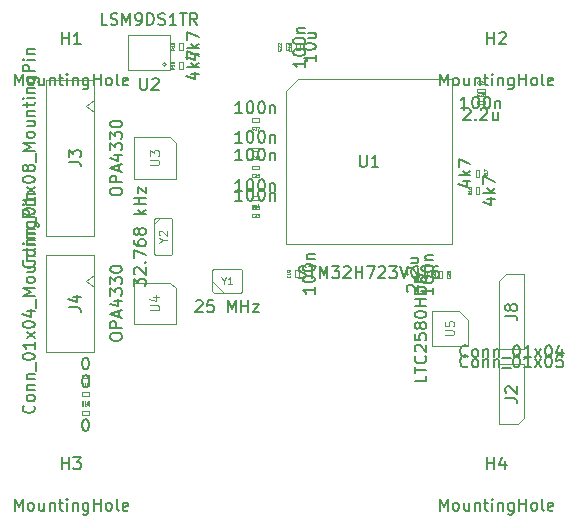
<source format=gbr>
%TF.GenerationSoftware,KiCad,Pcbnew,7.0.6*%
%TF.CreationDate,2023-09-15T14:04:58+02:00*%
%TF.ProjectId,V8,56382e6b-6963-4616-945f-706362585858,rev?*%
%TF.SameCoordinates,Original*%
%TF.FileFunction,AssemblyDrawing,Top*%
%FSLAX46Y46*%
G04 Gerber Fmt 4.6, Leading zero omitted, Abs format (unit mm)*
G04 Created by KiCad (PCBNEW 7.0.6) date 2023-09-15 14:04:58*
%MOMM*%
%LPD*%
G01*
G04 APERTURE LIST*
%ADD10C,0.150000*%
%ADD11C,0.040000*%
%ADD12C,0.080000*%
%ADD13C,0.090000*%
%ADD14C,0.110000*%
%ADD15C,0.105000*%
%ADD16C,0.100000*%
G04 APERTURE END LIST*
D10*
X165561904Y-109724580D02*
X165514285Y-109772200D01*
X165514285Y-109772200D02*
X165371428Y-109819819D01*
X165371428Y-109819819D02*
X165276190Y-109819819D01*
X165276190Y-109819819D02*
X165133333Y-109772200D01*
X165133333Y-109772200D02*
X165038095Y-109676961D01*
X165038095Y-109676961D02*
X164990476Y-109581723D01*
X164990476Y-109581723D02*
X164942857Y-109391247D01*
X164942857Y-109391247D02*
X164942857Y-109248390D01*
X164942857Y-109248390D02*
X164990476Y-109057914D01*
X164990476Y-109057914D02*
X165038095Y-108962676D01*
X165038095Y-108962676D02*
X165133333Y-108867438D01*
X165133333Y-108867438D02*
X165276190Y-108819819D01*
X165276190Y-108819819D02*
X165371428Y-108819819D01*
X165371428Y-108819819D02*
X165514285Y-108867438D01*
X165514285Y-108867438D02*
X165561904Y-108915057D01*
X166133333Y-109819819D02*
X166038095Y-109772200D01*
X166038095Y-109772200D02*
X165990476Y-109724580D01*
X165990476Y-109724580D02*
X165942857Y-109629342D01*
X165942857Y-109629342D02*
X165942857Y-109343628D01*
X165942857Y-109343628D02*
X165990476Y-109248390D01*
X165990476Y-109248390D02*
X166038095Y-109200771D01*
X166038095Y-109200771D02*
X166133333Y-109153152D01*
X166133333Y-109153152D02*
X166276190Y-109153152D01*
X166276190Y-109153152D02*
X166371428Y-109200771D01*
X166371428Y-109200771D02*
X166419047Y-109248390D01*
X166419047Y-109248390D02*
X166466666Y-109343628D01*
X166466666Y-109343628D02*
X166466666Y-109629342D01*
X166466666Y-109629342D02*
X166419047Y-109724580D01*
X166419047Y-109724580D02*
X166371428Y-109772200D01*
X166371428Y-109772200D02*
X166276190Y-109819819D01*
X166276190Y-109819819D02*
X166133333Y-109819819D01*
X166895238Y-109153152D02*
X166895238Y-109819819D01*
X166895238Y-109248390D02*
X166942857Y-109200771D01*
X166942857Y-109200771D02*
X167038095Y-109153152D01*
X167038095Y-109153152D02*
X167180952Y-109153152D01*
X167180952Y-109153152D02*
X167276190Y-109200771D01*
X167276190Y-109200771D02*
X167323809Y-109296009D01*
X167323809Y-109296009D02*
X167323809Y-109819819D01*
X167800000Y-109153152D02*
X167800000Y-109819819D01*
X167800000Y-109248390D02*
X167847619Y-109200771D01*
X167847619Y-109200771D02*
X167942857Y-109153152D01*
X167942857Y-109153152D02*
X168085714Y-109153152D01*
X168085714Y-109153152D02*
X168180952Y-109200771D01*
X168180952Y-109200771D02*
X168228571Y-109296009D01*
X168228571Y-109296009D02*
X168228571Y-109819819D01*
X168466667Y-109915057D02*
X169228571Y-109915057D01*
X169657143Y-108819819D02*
X169752381Y-108819819D01*
X169752381Y-108819819D02*
X169847619Y-108867438D01*
X169847619Y-108867438D02*
X169895238Y-108915057D01*
X169895238Y-108915057D02*
X169942857Y-109010295D01*
X169942857Y-109010295D02*
X169990476Y-109200771D01*
X169990476Y-109200771D02*
X169990476Y-109438866D01*
X169990476Y-109438866D02*
X169942857Y-109629342D01*
X169942857Y-109629342D02*
X169895238Y-109724580D01*
X169895238Y-109724580D02*
X169847619Y-109772200D01*
X169847619Y-109772200D02*
X169752381Y-109819819D01*
X169752381Y-109819819D02*
X169657143Y-109819819D01*
X169657143Y-109819819D02*
X169561905Y-109772200D01*
X169561905Y-109772200D02*
X169514286Y-109724580D01*
X169514286Y-109724580D02*
X169466667Y-109629342D01*
X169466667Y-109629342D02*
X169419048Y-109438866D01*
X169419048Y-109438866D02*
X169419048Y-109200771D01*
X169419048Y-109200771D02*
X169466667Y-109010295D01*
X169466667Y-109010295D02*
X169514286Y-108915057D01*
X169514286Y-108915057D02*
X169561905Y-108867438D01*
X169561905Y-108867438D02*
X169657143Y-108819819D01*
X170942857Y-109819819D02*
X170371429Y-109819819D01*
X170657143Y-109819819D02*
X170657143Y-108819819D01*
X170657143Y-108819819D02*
X170561905Y-108962676D01*
X170561905Y-108962676D02*
X170466667Y-109057914D01*
X170466667Y-109057914D02*
X170371429Y-109105533D01*
X171276191Y-109819819D02*
X171800000Y-109153152D01*
X171276191Y-109153152D02*
X171800000Y-109819819D01*
X172371429Y-108819819D02*
X172466667Y-108819819D01*
X172466667Y-108819819D02*
X172561905Y-108867438D01*
X172561905Y-108867438D02*
X172609524Y-108915057D01*
X172609524Y-108915057D02*
X172657143Y-109010295D01*
X172657143Y-109010295D02*
X172704762Y-109200771D01*
X172704762Y-109200771D02*
X172704762Y-109438866D01*
X172704762Y-109438866D02*
X172657143Y-109629342D01*
X172657143Y-109629342D02*
X172609524Y-109724580D01*
X172609524Y-109724580D02*
X172561905Y-109772200D01*
X172561905Y-109772200D02*
X172466667Y-109819819D01*
X172466667Y-109819819D02*
X172371429Y-109819819D01*
X172371429Y-109819819D02*
X172276191Y-109772200D01*
X172276191Y-109772200D02*
X172228572Y-109724580D01*
X172228572Y-109724580D02*
X172180953Y-109629342D01*
X172180953Y-109629342D02*
X172133334Y-109438866D01*
X172133334Y-109438866D02*
X172133334Y-109200771D01*
X172133334Y-109200771D02*
X172180953Y-109010295D01*
X172180953Y-109010295D02*
X172228572Y-108915057D01*
X172228572Y-108915057D02*
X172276191Y-108867438D01*
X172276191Y-108867438D02*
X172371429Y-108819819D01*
X173609524Y-108819819D02*
X173133334Y-108819819D01*
X173133334Y-108819819D02*
X173085715Y-109296009D01*
X173085715Y-109296009D02*
X173133334Y-109248390D01*
X173133334Y-109248390D02*
X173228572Y-109200771D01*
X173228572Y-109200771D02*
X173466667Y-109200771D01*
X173466667Y-109200771D02*
X173561905Y-109248390D01*
X173561905Y-109248390D02*
X173609524Y-109296009D01*
X173609524Y-109296009D02*
X173657143Y-109391247D01*
X173657143Y-109391247D02*
X173657143Y-109629342D01*
X173657143Y-109629342D02*
X173609524Y-109724580D01*
X173609524Y-109724580D02*
X173561905Y-109772200D01*
X173561905Y-109772200D02*
X173466667Y-109819819D01*
X173466667Y-109819819D02*
X173228572Y-109819819D01*
X173228572Y-109819819D02*
X173133334Y-109772200D01*
X173133334Y-109772200D02*
X173085715Y-109724580D01*
X168754819Y-105463333D02*
X169469104Y-105463333D01*
X169469104Y-105463333D02*
X169611961Y-105510952D01*
X169611961Y-105510952D02*
X169707200Y-105606190D01*
X169707200Y-105606190D02*
X169754819Y-105749047D01*
X169754819Y-105749047D02*
X169754819Y-105844285D01*
X169183390Y-104844285D02*
X169135771Y-104939523D01*
X169135771Y-104939523D02*
X169088152Y-104987142D01*
X169088152Y-104987142D02*
X168992914Y-105034761D01*
X168992914Y-105034761D02*
X168945295Y-105034761D01*
X168945295Y-105034761D02*
X168850057Y-104987142D01*
X168850057Y-104987142D02*
X168802438Y-104939523D01*
X168802438Y-104939523D02*
X168754819Y-104844285D01*
X168754819Y-104844285D02*
X168754819Y-104653809D01*
X168754819Y-104653809D02*
X168802438Y-104558571D01*
X168802438Y-104558571D02*
X168850057Y-104510952D01*
X168850057Y-104510952D02*
X168945295Y-104463333D01*
X168945295Y-104463333D02*
X168992914Y-104463333D01*
X168992914Y-104463333D02*
X169088152Y-104510952D01*
X169088152Y-104510952D02*
X169135771Y-104558571D01*
X169135771Y-104558571D02*
X169183390Y-104653809D01*
X169183390Y-104653809D02*
X169183390Y-104844285D01*
X169183390Y-104844285D02*
X169231009Y-104939523D01*
X169231009Y-104939523D02*
X169278628Y-104987142D01*
X169278628Y-104987142D02*
X169373866Y-105034761D01*
X169373866Y-105034761D02*
X169564342Y-105034761D01*
X169564342Y-105034761D02*
X169659580Y-104987142D01*
X169659580Y-104987142D02*
X169707200Y-104939523D01*
X169707200Y-104939523D02*
X169754819Y-104844285D01*
X169754819Y-104844285D02*
X169754819Y-104653809D01*
X169754819Y-104653809D02*
X169707200Y-104558571D01*
X169707200Y-104558571D02*
X169659580Y-104510952D01*
X169659580Y-104510952D02*
X169564342Y-104463333D01*
X169564342Y-104463333D02*
X169373866Y-104463333D01*
X169373866Y-104463333D02*
X169278628Y-104510952D01*
X169278628Y-104510952D02*
X169231009Y-104558571D01*
X169231009Y-104558571D02*
X169183390Y-104653809D01*
X146480952Y-95704819D02*
X145909524Y-95704819D01*
X146195238Y-95704819D02*
X146195238Y-94704819D01*
X146195238Y-94704819D02*
X146100000Y-94847676D01*
X146100000Y-94847676D02*
X146004762Y-94942914D01*
X146004762Y-94942914D02*
X145909524Y-94990533D01*
X147100000Y-94704819D02*
X147195238Y-94704819D01*
X147195238Y-94704819D02*
X147290476Y-94752438D01*
X147290476Y-94752438D02*
X147338095Y-94800057D01*
X147338095Y-94800057D02*
X147385714Y-94895295D01*
X147385714Y-94895295D02*
X147433333Y-95085771D01*
X147433333Y-95085771D02*
X147433333Y-95323866D01*
X147433333Y-95323866D02*
X147385714Y-95514342D01*
X147385714Y-95514342D02*
X147338095Y-95609580D01*
X147338095Y-95609580D02*
X147290476Y-95657200D01*
X147290476Y-95657200D02*
X147195238Y-95704819D01*
X147195238Y-95704819D02*
X147100000Y-95704819D01*
X147100000Y-95704819D02*
X147004762Y-95657200D01*
X147004762Y-95657200D02*
X146957143Y-95609580D01*
X146957143Y-95609580D02*
X146909524Y-95514342D01*
X146909524Y-95514342D02*
X146861905Y-95323866D01*
X146861905Y-95323866D02*
X146861905Y-95085771D01*
X146861905Y-95085771D02*
X146909524Y-94895295D01*
X146909524Y-94895295D02*
X146957143Y-94800057D01*
X146957143Y-94800057D02*
X147004762Y-94752438D01*
X147004762Y-94752438D02*
X147100000Y-94704819D01*
X148052381Y-94704819D02*
X148147619Y-94704819D01*
X148147619Y-94704819D02*
X148242857Y-94752438D01*
X148242857Y-94752438D02*
X148290476Y-94800057D01*
X148290476Y-94800057D02*
X148338095Y-94895295D01*
X148338095Y-94895295D02*
X148385714Y-95085771D01*
X148385714Y-95085771D02*
X148385714Y-95323866D01*
X148385714Y-95323866D02*
X148338095Y-95514342D01*
X148338095Y-95514342D02*
X148290476Y-95609580D01*
X148290476Y-95609580D02*
X148242857Y-95657200D01*
X148242857Y-95657200D02*
X148147619Y-95704819D01*
X148147619Y-95704819D02*
X148052381Y-95704819D01*
X148052381Y-95704819D02*
X147957143Y-95657200D01*
X147957143Y-95657200D02*
X147909524Y-95609580D01*
X147909524Y-95609580D02*
X147861905Y-95514342D01*
X147861905Y-95514342D02*
X147814286Y-95323866D01*
X147814286Y-95323866D02*
X147814286Y-95085771D01*
X147814286Y-95085771D02*
X147861905Y-94895295D01*
X147861905Y-94895295D02*
X147909524Y-94800057D01*
X147909524Y-94800057D02*
X147957143Y-94752438D01*
X147957143Y-94752438D02*
X148052381Y-94704819D01*
X148814286Y-95038152D02*
X148814286Y-95704819D01*
X148814286Y-95133390D02*
X148861905Y-95085771D01*
X148861905Y-95085771D02*
X148957143Y-95038152D01*
X148957143Y-95038152D02*
X149100000Y-95038152D01*
X149100000Y-95038152D02*
X149195238Y-95085771D01*
X149195238Y-95085771D02*
X149242857Y-95181009D01*
X149242857Y-95181009D02*
X149242857Y-95704819D01*
D11*
X147439285Y-97069765D02*
X147427381Y-97081670D01*
X147427381Y-97081670D02*
X147391666Y-97093574D01*
X147391666Y-97093574D02*
X147367857Y-97093574D01*
X147367857Y-97093574D02*
X147332143Y-97081670D01*
X147332143Y-97081670D02*
X147308333Y-97057860D01*
X147308333Y-97057860D02*
X147296428Y-97034050D01*
X147296428Y-97034050D02*
X147284524Y-96986431D01*
X147284524Y-96986431D02*
X147284524Y-96950717D01*
X147284524Y-96950717D02*
X147296428Y-96903098D01*
X147296428Y-96903098D02*
X147308333Y-96879289D01*
X147308333Y-96879289D02*
X147332143Y-96855479D01*
X147332143Y-96855479D02*
X147367857Y-96843574D01*
X147367857Y-96843574D02*
X147391666Y-96843574D01*
X147391666Y-96843574D02*
X147427381Y-96855479D01*
X147427381Y-96855479D02*
X147439285Y-96867384D01*
X147534524Y-96867384D02*
X147546428Y-96855479D01*
X147546428Y-96855479D02*
X147570238Y-96843574D01*
X147570238Y-96843574D02*
X147629762Y-96843574D01*
X147629762Y-96843574D02*
X147653571Y-96855479D01*
X147653571Y-96855479D02*
X147665476Y-96867384D01*
X147665476Y-96867384D02*
X147677381Y-96891193D01*
X147677381Y-96891193D02*
X147677381Y-96915003D01*
X147677381Y-96915003D02*
X147665476Y-96950717D01*
X147665476Y-96950717D02*
X147522619Y-97093574D01*
X147522619Y-97093574D02*
X147677381Y-97093574D01*
X147760714Y-96843574D02*
X147915476Y-96843574D01*
X147915476Y-96843574D02*
X147832142Y-96938812D01*
X147832142Y-96938812D02*
X147867857Y-96938812D01*
X147867857Y-96938812D02*
X147891666Y-96950717D01*
X147891666Y-96950717D02*
X147903571Y-96962622D01*
X147903571Y-96962622D02*
X147915476Y-96986431D01*
X147915476Y-96986431D02*
X147915476Y-97045955D01*
X147915476Y-97045955D02*
X147903571Y-97069765D01*
X147903571Y-97069765D02*
X147891666Y-97081670D01*
X147891666Y-97081670D02*
X147867857Y-97093574D01*
X147867857Y-97093574D02*
X147796428Y-97093574D01*
X147796428Y-97093574D02*
X147772619Y-97081670D01*
X147772619Y-97081670D02*
X147760714Y-97069765D01*
D10*
X152704819Y-83342857D02*
X152704819Y-83914285D01*
X152704819Y-83628571D02*
X151704819Y-83628571D01*
X151704819Y-83628571D02*
X151847676Y-83723809D01*
X151847676Y-83723809D02*
X151942914Y-83819047D01*
X151942914Y-83819047D02*
X151990533Y-83914285D01*
X151704819Y-82723809D02*
X151704819Y-82628571D01*
X151704819Y-82628571D02*
X151752438Y-82533333D01*
X151752438Y-82533333D02*
X151800057Y-82485714D01*
X151800057Y-82485714D02*
X151895295Y-82438095D01*
X151895295Y-82438095D02*
X152085771Y-82390476D01*
X152085771Y-82390476D02*
X152323866Y-82390476D01*
X152323866Y-82390476D02*
X152514342Y-82438095D01*
X152514342Y-82438095D02*
X152609580Y-82485714D01*
X152609580Y-82485714D02*
X152657200Y-82533333D01*
X152657200Y-82533333D02*
X152704819Y-82628571D01*
X152704819Y-82628571D02*
X152704819Y-82723809D01*
X152704819Y-82723809D02*
X152657200Y-82819047D01*
X152657200Y-82819047D02*
X152609580Y-82866666D01*
X152609580Y-82866666D02*
X152514342Y-82914285D01*
X152514342Y-82914285D02*
X152323866Y-82961904D01*
X152323866Y-82961904D02*
X152085771Y-82961904D01*
X152085771Y-82961904D02*
X151895295Y-82914285D01*
X151895295Y-82914285D02*
X151800057Y-82866666D01*
X151800057Y-82866666D02*
X151752438Y-82819047D01*
X151752438Y-82819047D02*
X151704819Y-82723809D01*
X152038152Y-81533333D02*
X152704819Y-81533333D01*
X152038152Y-81961904D02*
X152561961Y-81961904D01*
X152561961Y-81961904D02*
X152657200Y-81914285D01*
X152657200Y-81914285D02*
X152704819Y-81819047D01*
X152704819Y-81819047D02*
X152704819Y-81676190D01*
X152704819Y-81676190D02*
X152657200Y-81580952D01*
X152657200Y-81580952D02*
X152609580Y-81533333D01*
D11*
X150609765Y-82860714D02*
X150621670Y-82872618D01*
X150621670Y-82872618D02*
X150633574Y-82908333D01*
X150633574Y-82908333D02*
X150633574Y-82932142D01*
X150633574Y-82932142D02*
X150621670Y-82967856D01*
X150621670Y-82967856D02*
X150597860Y-82991666D01*
X150597860Y-82991666D02*
X150574050Y-83003571D01*
X150574050Y-83003571D02*
X150526431Y-83015475D01*
X150526431Y-83015475D02*
X150490717Y-83015475D01*
X150490717Y-83015475D02*
X150443098Y-83003571D01*
X150443098Y-83003571D02*
X150419289Y-82991666D01*
X150419289Y-82991666D02*
X150395479Y-82967856D01*
X150395479Y-82967856D02*
X150383574Y-82932142D01*
X150383574Y-82932142D02*
X150383574Y-82908333D01*
X150383574Y-82908333D02*
X150395479Y-82872618D01*
X150395479Y-82872618D02*
X150407384Y-82860714D01*
X150633574Y-82622618D02*
X150633574Y-82765475D01*
X150633574Y-82694047D02*
X150383574Y-82694047D01*
X150383574Y-82694047D02*
X150419289Y-82717856D01*
X150419289Y-82717856D02*
X150443098Y-82741666D01*
X150443098Y-82741666D02*
X150455003Y-82765475D01*
X150383574Y-82408333D02*
X150383574Y-82455952D01*
X150383574Y-82455952D02*
X150395479Y-82479761D01*
X150395479Y-82479761D02*
X150407384Y-82491666D01*
X150407384Y-82491666D02*
X150443098Y-82515476D01*
X150443098Y-82515476D02*
X150490717Y-82527380D01*
X150490717Y-82527380D02*
X150585955Y-82527380D01*
X150585955Y-82527380D02*
X150609765Y-82515476D01*
X150609765Y-82515476D02*
X150621670Y-82503571D01*
X150621670Y-82503571D02*
X150633574Y-82479761D01*
X150633574Y-82479761D02*
X150633574Y-82432142D01*
X150633574Y-82432142D02*
X150621670Y-82408333D01*
X150621670Y-82408333D02*
X150609765Y-82396428D01*
X150609765Y-82396428D02*
X150585955Y-82384523D01*
X150585955Y-82384523D02*
X150526431Y-82384523D01*
X150526431Y-82384523D02*
X150502622Y-82396428D01*
X150502622Y-82396428D02*
X150490717Y-82408333D01*
X150490717Y-82408333D02*
X150478812Y-82432142D01*
X150478812Y-82432142D02*
X150478812Y-82479761D01*
X150478812Y-82479761D02*
X150490717Y-82503571D01*
X150490717Y-82503571D02*
X150502622Y-82515476D01*
X150502622Y-82515476D02*
X150526431Y-82527380D01*
D10*
X163214285Y-121954819D02*
X163214285Y-120954819D01*
X163214285Y-120954819D02*
X163547618Y-121669104D01*
X163547618Y-121669104D02*
X163880951Y-120954819D01*
X163880951Y-120954819D02*
X163880951Y-121954819D01*
X164499999Y-121954819D02*
X164404761Y-121907200D01*
X164404761Y-121907200D02*
X164357142Y-121859580D01*
X164357142Y-121859580D02*
X164309523Y-121764342D01*
X164309523Y-121764342D02*
X164309523Y-121478628D01*
X164309523Y-121478628D02*
X164357142Y-121383390D01*
X164357142Y-121383390D02*
X164404761Y-121335771D01*
X164404761Y-121335771D02*
X164499999Y-121288152D01*
X164499999Y-121288152D02*
X164642856Y-121288152D01*
X164642856Y-121288152D02*
X164738094Y-121335771D01*
X164738094Y-121335771D02*
X164785713Y-121383390D01*
X164785713Y-121383390D02*
X164833332Y-121478628D01*
X164833332Y-121478628D02*
X164833332Y-121764342D01*
X164833332Y-121764342D02*
X164785713Y-121859580D01*
X164785713Y-121859580D02*
X164738094Y-121907200D01*
X164738094Y-121907200D02*
X164642856Y-121954819D01*
X164642856Y-121954819D02*
X164499999Y-121954819D01*
X165690475Y-121288152D02*
X165690475Y-121954819D01*
X165261904Y-121288152D02*
X165261904Y-121811961D01*
X165261904Y-121811961D02*
X165309523Y-121907200D01*
X165309523Y-121907200D02*
X165404761Y-121954819D01*
X165404761Y-121954819D02*
X165547618Y-121954819D01*
X165547618Y-121954819D02*
X165642856Y-121907200D01*
X165642856Y-121907200D02*
X165690475Y-121859580D01*
X166166666Y-121288152D02*
X166166666Y-121954819D01*
X166166666Y-121383390D02*
X166214285Y-121335771D01*
X166214285Y-121335771D02*
X166309523Y-121288152D01*
X166309523Y-121288152D02*
X166452380Y-121288152D01*
X166452380Y-121288152D02*
X166547618Y-121335771D01*
X166547618Y-121335771D02*
X166595237Y-121431009D01*
X166595237Y-121431009D02*
X166595237Y-121954819D01*
X166928571Y-121288152D02*
X167309523Y-121288152D01*
X167071428Y-120954819D02*
X167071428Y-121811961D01*
X167071428Y-121811961D02*
X167119047Y-121907200D01*
X167119047Y-121907200D02*
X167214285Y-121954819D01*
X167214285Y-121954819D02*
X167309523Y-121954819D01*
X167642857Y-121954819D02*
X167642857Y-121288152D01*
X167642857Y-120954819D02*
X167595238Y-121002438D01*
X167595238Y-121002438D02*
X167642857Y-121050057D01*
X167642857Y-121050057D02*
X167690476Y-121002438D01*
X167690476Y-121002438D02*
X167642857Y-120954819D01*
X167642857Y-120954819D02*
X167642857Y-121050057D01*
X168119047Y-121288152D02*
X168119047Y-121954819D01*
X168119047Y-121383390D02*
X168166666Y-121335771D01*
X168166666Y-121335771D02*
X168261904Y-121288152D01*
X168261904Y-121288152D02*
X168404761Y-121288152D01*
X168404761Y-121288152D02*
X168499999Y-121335771D01*
X168499999Y-121335771D02*
X168547618Y-121431009D01*
X168547618Y-121431009D02*
X168547618Y-121954819D01*
X169452380Y-121288152D02*
X169452380Y-122097676D01*
X169452380Y-122097676D02*
X169404761Y-122192914D01*
X169404761Y-122192914D02*
X169357142Y-122240533D01*
X169357142Y-122240533D02*
X169261904Y-122288152D01*
X169261904Y-122288152D02*
X169119047Y-122288152D01*
X169119047Y-122288152D02*
X169023809Y-122240533D01*
X169452380Y-121907200D02*
X169357142Y-121954819D01*
X169357142Y-121954819D02*
X169166666Y-121954819D01*
X169166666Y-121954819D02*
X169071428Y-121907200D01*
X169071428Y-121907200D02*
X169023809Y-121859580D01*
X169023809Y-121859580D02*
X168976190Y-121764342D01*
X168976190Y-121764342D02*
X168976190Y-121478628D01*
X168976190Y-121478628D02*
X169023809Y-121383390D01*
X169023809Y-121383390D02*
X169071428Y-121335771D01*
X169071428Y-121335771D02*
X169166666Y-121288152D01*
X169166666Y-121288152D02*
X169357142Y-121288152D01*
X169357142Y-121288152D02*
X169452380Y-121335771D01*
X169928571Y-121954819D02*
X169928571Y-120954819D01*
X169928571Y-121431009D02*
X170499999Y-121431009D01*
X170499999Y-121954819D02*
X170499999Y-120954819D01*
X171119047Y-121954819D02*
X171023809Y-121907200D01*
X171023809Y-121907200D02*
X170976190Y-121859580D01*
X170976190Y-121859580D02*
X170928571Y-121764342D01*
X170928571Y-121764342D02*
X170928571Y-121478628D01*
X170928571Y-121478628D02*
X170976190Y-121383390D01*
X170976190Y-121383390D02*
X171023809Y-121335771D01*
X171023809Y-121335771D02*
X171119047Y-121288152D01*
X171119047Y-121288152D02*
X171261904Y-121288152D01*
X171261904Y-121288152D02*
X171357142Y-121335771D01*
X171357142Y-121335771D02*
X171404761Y-121383390D01*
X171404761Y-121383390D02*
X171452380Y-121478628D01*
X171452380Y-121478628D02*
X171452380Y-121764342D01*
X171452380Y-121764342D02*
X171404761Y-121859580D01*
X171404761Y-121859580D02*
X171357142Y-121907200D01*
X171357142Y-121907200D02*
X171261904Y-121954819D01*
X171261904Y-121954819D02*
X171119047Y-121954819D01*
X172023809Y-121954819D02*
X171928571Y-121907200D01*
X171928571Y-121907200D02*
X171880952Y-121811961D01*
X171880952Y-121811961D02*
X171880952Y-120954819D01*
X172785714Y-121907200D02*
X172690476Y-121954819D01*
X172690476Y-121954819D02*
X172500000Y-121954819D01*
X172500000Y-121954819D02*
X172404762Y-121907200D01*
X172404762Y-121907200D02*
X172357143Y-121811961D01*
X172357143Y-121811961D02*
X172357143Y-121431009D01*
X172357143Y-121431009D02*
X172404762Y-121335771D01*
X172404762Y-121335771D02*
X172500000Y-121288152D01*
X172500000Y-121288152D02*
X172690476Y-121288152D01*
X172690476Y-121288152D02*
X172785714Y-121335771D01*
X172785714Y-121335771D02*
X172833333Y-121431009D01*
X172833333Y-121431009D02*
X172833333Y-121526247D01*
X172833333Y-121526247D02*
X172357143Y-121621485D01*
X167238095Y-118454819D02*
X167238095Y-117454819D01*
X167238095Y-117931009D02*
X167809523Y-117931009D01*
X167809523Y-118454819D02*
X167809523Y-117454819D01*
X168714285Y-117788152D02*
X168714285Y-118454819D01*
X168476190Y-117407200D02*
X168238095Y-118121485D01*
X168238095Y-118121485D02*
X168857142Y-118121485D01*
X133152381Y-110504819D02*
X133247619Y-110504819D01*
X133247619Y-110504819D02*
X133342857Y-110552438D01*
X133342857Y-110552438D02*
X133390476Y-110600057D01*
X133390476Y-110600057D02*
X133438095Y-110695295D01*
X133438095Y-110695295D02*
X133485714Y-110885771D01*
X133485714Y-110885771D02*
X133485714Y-111123866D01*
X133485714Y-111123866D02*
X133438095Y-111314342D01*
X133438095Y-111314342D02*
X133390476Y-111409580D01*
X133390476Y-111409580D02*
X133342857Y-111457200D01*
X133342857Y-111457200D02*
X133247619Y-111504819D01*
X133247619Y-111504819D02*
X133152381Y-111504819D01*
X133152381Y-111504819D02*
X133057143Y-111457200D01*
X133057143Y-111457200D02*
X133009524Y-111409580D01*
X133009524Y-111409580D02*
X132961905Y-111314342D01*
X132961905Y-111314342D02*
X132914286Y-111123866D01*
X132914286Y-111123866D02*
X132914286Y-110885771D01*
X132914286Y-110885771D02*
X132961905Y-110695295D01*
X132961905Y-110695295D02*
X133009524Y-110600057D01*
X133009524Y-110600057D02*
X133057143Y-110552438D01*
X133057143Y-110552438D02*
X133152381Y-110504819D01*
D11*
X133039285Y-112893574D02*
X132955952Y-112774527D01*
X132896428Y-112893574D02*
X132896428Y-112643574D01*
X132896428Y-112643574D02*
X132991666Y-112643574D01*
X132991666Y-112643574D02*
X133015476Y-112655479D01*
X133015476Y-112655479D02*
X133027381Y-112667384D01*
X133027381Y-112667384D02*
X133039285Y-112691193D01*
X133039285Y-112691193D02*
X133039285Y-112726908D01*
X133039285Y-112726908D02*
X133027381Y-112750717D01*
X133027381Y-112750717D02*
X133015476Y-112762622D01*
X133015476Y-112762622D02*
X132991666Y-112774527D01*
X132991666Y-112774527D02*
X132896428Y-112774527D01*
X133277381Y-112893574D02*
X133134524Y-112893574D01*
X133205952Y-112893574D02*
X133205952Y-112643574D01*
X133205952Y-112643574D02*
X133182143Y-112679289D01*
X133182143Y-112679289D02*
X133158333Y-112703098D01*
X133158333Y-112703098D02*
X133134524Y-112715003D01*
X133503571Y-112643574D02*
X133384523Y-112643574D01*
X133384523Y-112643574D02*
X133372619Y-112762622D01*
X133372619Y-112762622D02*
X133384523Y-112750717D01*
X133384523Y-112750717D02*
X133408333Y-112738812D01*
X133408333Y-112738812D02*
X133467857Y-112738812D01*
X133467857Y-112738812D02*
X133491666Y-112750717D01*
X133491666Y-112750717D02*
X133503571Y-112762622D01*
X133503571Y-112762622D02*
X133515476Y-112786431D01*
X133515476Y-112786431D02*
X133515476Y-112845955D01*
X133515476Y-112845955D02*
X133503571Y-112869765D01*
X133503571Y-112869765D02*
X133491666Y-112881670D01*
X133491666Y-112881670D02*
X133467857Y-112893574D01*
X133467857Y-112893574D02*
X133408333Y-112893574D01*
X133408333Y-112893574D02*
X133384523Y-112881670D01*
X133384523Y-112881670D02*
X133372619Y-112869765D01*
D10*
X146480952Y-92304819D02*
X145909524Y-92304819D01*
X146195238Y-92304819D02*
X146195238Y-91304819D01*
X146195238Y-91304819D02*
X146100000Y-91447676D01*
X146100000Y-91447676D02*
X146004762Y-91542914D01*
X146004762Y-91542914D02*
X145909524Y-91590533D01*
X147100000Y-91304819D02*
X147195238Y-91304819D01*
X147195238Y-91304819D02*
X147290476Y-91352438D01*
X147290476Y-91352438D02*
X147338095Y-91400057D01*
X147338095Y-91400057D02*
X147385714Y-91495295D01*
X147385714Y-91495295D02*
X147433333Y-91685771D01*
X147433333Y-91685771D02*
X147433333Y-91923866D01*
X147433333Y-91923866D02*
X147385714Y-92114342D01*
X147385714Y-92114342D02*
X147338095Y-92209580D01*
X147338095Y-92209580D02*
X147290476Y-92257200D01*
X147290476Y-92257200D02*
X147195238Y-92304819D01*
X147195238Y-92304819D02*
X147100000Y-92304819D01*
X147100000Y-92304819D02*
X147004762Y-92257200D01*
X147004762Y-92257200D02*
X146957143Y-92209580D01*
X146957143Y-92209580D02*
X146909524Y-92114342D01*
X146909524Y-92114342D02*
X146861905Y-91923866D01*
X146861905Y-91923866D02*
X146861905Y-91685771D01*
X146861905Y-91685771D02*
X146909524Y-91495295D01*
X146909524Y-91495295D02*
X146957143Y-91400057D01*
X146957143Y-91400057D02*
X147004762Y-91352438D01*
X147004762Y-91352438D02*
X147100000Y-91304819D01*
X148052381Y-91304819D02*
X148147619Y-91304819D01*
X148147619Y-91304819D02*
X148242857Y-91352438D01*
X148242857Y-91352438D02*
X148290476Y-91400057D01*
X148290476Y-91400057D02*
X148338095Y-91495295D01*
X148338095Y-91495295D02*
X148385714Y-91685771D01*
X148385714Y-91685771D02*
X148385714Y-91923866D01*
X148385714Y-91923866D02*
X148338095Y-92114342D01*
X148338095Y-92114342D02*
X148290476Y-92209580D01*
X148290476Y-92209580D02*
X148242857Y-92257200D01*
X148242857Y-92257200D02*
X148147619Y-92304819D01*
X148147619Y-92304819D02*
X148052381Y-92304819D01*
X148052381Y-92304819D02*
X147957143Y-92257200D01*
X147957143Y-92257200D02*
X147909524Y-92209580D01*
X147909524Y-92209580D02*
X147861905Y-92114342D01*
X147861905Y-92114342D02*
X147814286Y-91923866D01*
X147814286Y-91923866D02*
X147814286Y-91685771D01*
X147814286Y-91685771D02*
X147861905Y-91495295D01*
X147861905Y-91495295D02*
X147909524Y-91400057D01*
X147909524Y-91400057D02*
X147957143Y-91352438D01*
X147957143Y-91352438D02*
X148052381Y-91304819D01*
X148814286Y-91638152D02*
X148814286Y-92304819D01*
X148814286Y-91733390D02*
X148861905Y-91685771D01*
X148861905Y-91685771D02*
X148957143Y-91638152D01*
X148957143Y-91638152D02*
X149100000Y-91638152D01*
X149100000Y-91638152D02*
X149195238Y-91685771D01*
X149195238Y-91685771D02*
X149242857Y-91781009D01*
X149242857Y-91781009D02*
X149242857Y-92304819D01*
D11*
X147439285Y-93669765D02*
X147427381Y-93681670D01*
X147427381Y-93681670D02*
X147391666Y-93693574D01*
X147391666Y-93693574D02*
X147367857Y-93693574D01*
X147367857Y-93693574D02*
X147332143Y-93681670D01*
X147332143Y-93681670D02*
X147308333Y-93657860D01*
X147308333Y-93657860D02*
X147296428Y-93634050D01*
X147296428Y-93634050D02*
X147284524Y-93586431D01*
X147284524Y-93586431D02*
X147284524Y-93550717D01*
X147284524Y-93550717D02*
X147296428Y-93503098D01*
X147296428Y-93503098D02*
X147308333Y-93479289D01*
X147308333Y-93479289D02*
X147332143Y-93455479D01*
X147332143Y-93455479D02*
X147367857Y-93443574D01*
X147367857Y-93443574D02*
X147391666Y-93443574D01*
X147391666Y-93443574D02*
X147427381Y-93455479D01*
X147427381Y-93455479D02*
X147439285Y-93467384D01*
X147534524Y-93467384D02*
X147546428Y-93455479D01*
X147546428Y-93455479D02*
X147570238Y-93443574D01*
X147570238Y-93443574D02*
X147629762Y-93443574D01*
X147629762Y-93443574D02*
X147653571Y-93455479D01*
X147653571Y-93455479D02*
X147665476Y-93467384D01*
X147665476Y-93467384D02*
X147677381Y-93491193D01*
X147677381Y-93491193D02*
X147677381Y-93515003D01*
X147677381Y-93515003D02*
X147665476Y-93550717D01*
X147665476Y-93550717D02*
X147522619Y-93693574D01*
X147522619Y-93693574D02*
X147677381Y-93693574D01*
X147903571Y-93443574D02*
X147784523Y-93443574D01*
X147784523Y-93443574D02*
X147772619Y-93562622D01*
X147772619Y-93562622D02*
X147784523Y-93550717D01*
X147784523Y-93550717D02*
X147808333Y-93538812D01*
X147808333Y-93538812D02*
X147867857Y-93538812D01*
X147867857Y-93538812D02*
X147891666Y-93550717D01*
X147891666Y-93550717D02*
X147903571Y-93562622D01*
X147903571Y-93562622D02*
X147915476Y-93586431D01*
X147915476Y-93586431D02*
X147915476Y-93645955D01*
X147915476Y-93645955D02*
X147903571Y-93669765D01*
X147903571Y-93669765D02*
X147891666Y-93681670D01*
X147891666Y-93681670D02*
X147867857Y-93693574D01*
X147867857Y-93693574D02*
X147808333Y-93693574D01*
X147808333Y-93693574D02*
X147784523Y-93681670D01*
X147784523Y-93681670D02*
X147772619Y-93669765D01*
D10*
X165138152Y-94090476D02*
X165804819Y-94090476D01*
X164757200Y-94328571D02*
X165471485Y-94566666D01*
X165471485Y-94566666D02*
X165471485Y-93947619D01*
X165804819Y-93566666D02*
X164804819Y-93566666D01*
X165423866Y-93471428D02*
X165804819Y-93185714D01*
X165138152Y-93185714D02*
X165519104Y-93566666D01*
X164804819Y-92852380D02*
X164804819Y-92185714D01*
X164804819Y-92185714D02*
X165804819Y-92614285D01*
D11*
X167193574Y-93560714D02*
X167074527Y-93644047D01*
X167193574Y-93703571D02*
X166943574Y-93703571D01*
X166943574Y-93703571D02*
X166943574Y-93608333D01*
X166943574Y-93608333D02*
X166955479Y-93584523D01*
X166955479Y-93584523D02*
X166967384Y-93572618D01*
X166967384Y-93572618D02*
X166991193Y-93560714D01*
X166991193Y-93560714D02*
X167026908Y-93560714D01*
X167026908Y-93560714D02*
X167050717Y-93572618D01*
X167050717Y-93572618D02*
X167062622Y-93584523D01*
X167062622Y-93584523D02*
X167074527Y-93608333D01*
X167074527Y-93608333D02*
X167074527Y-93703571D01*
X167193574Y-93322618D02*
X167193574Y-93465475D01*
X167193574Y-93394047D02*
X166943574Y-93394047D01*
X166943574Y-93394047D02*
X166979289Y-93417856D01*
X166979289Y-93417856D02*
X167003098Y-93441666D01*
X167003098Y-93441666D02*
X167015003Y-93465475D01*
X166943574Y-93239285D02*
X166943574Y-93072619D01*
X166943574Y-93072619D02*
X167193574Y-93179761D01*
D10*
X135304819Y-107328571D02*
X135304819Y-107138095D01*
X135304819Y-107138095D02*
X135352438Y-107042857D01*
X135352438Y-107042857D02*
X135447676Y-106947619D01*
X135447676Y-106947619D02*
X135638152Y-106900000D01*
X135638152Y-106900000D02*
X135971485Y-106900000D01*
X135971485Y-106900000D02*
X136161961Y-106947619D01*
X136161961Y-106947619D02*
X136257200Y-107042857D01*
X136257200Y-107042857D02*
X136304819Y-107138095D01*
X136304819Y-107138095D02*
X136304819Y-107328571D01*
X136304819Y-107328571D02*
X136257200Y-107423809D01*
X136257200Y-107423809D02*
X136161961Y-107519047D01*
X136161961Y-107519047D02*
X135971485Y-107566666D01*
X135971485Y-107566666D02*
X135638152Y-107566666D01*
X135638152Y-107566666D02*
X135447676Y-107519047D01*
X135447676Y-107519047D02*
X135352438Y-107423809D01*
X135352438Y-107423809D02*
X135304819Y-107328571D01*
X136304819Y-106471428D02*
X135304819Y-106471428D01*
X135304819Y-106471428D02*
X135304819Y-106090476D01*
X135304819Y-106090476D02*
X135352438Y-105995238D01*
X135352438Y-105995238D02*
X135400057Y-105947619D01*
X135400057Y-105947619D02*
X135495295Y-105900000D01*
X135495295Y-105900000D02*
X135638152Y-105900000D01*
X135638152Y-105900000D02*
X135733390Y-105947619D01*
X135733390Y-105947619D02*
X135781009Y-105995238D01*
X135781009Y-105995238D02*
X135828628Y-106090476D01*
X135828628Y-106090476D02*
X135828628Y-106471428D01*
X136019104Y-105519047D02*
X136019104Y-105042857D01*
X136304819Y-105614285D02*
X135304819Y-105280952D01*
X135304819Y-105280952D02*
X136304819Y-104947619D01*
X135638152Y-104185714D02*
X136304819Y-104185714D01*
X135257200Y-104423809D02*
X135971485Y-104661904D01*
X135971485Y-104661904D02*
X135971485Y-104042857D01*
X135304819Y-103757142D02*
X135304819Y-103138095D01*
X135304819Y-103138095D02*
X135685771Y-103471428D01*
X135685771Y-103471428D02*
X135685771Y-103328571D01*
X135685771Y-103328571D02*
X135733390Y-103233333D01*
X135733390Y-103233333D02*
X135781009Y-103185714D01*
X135781009Y-103185714D02*
X135876247Y-103138095D01*
X135876247Y-103138095D02*
X136114342Y-103138095D01*
X136114342Y-103138095D02*
X136209580Y-103185714D01*
X136209580Y-103185714D02*
X136257200Y-103233333D01*
X136257200Y-103233333D02*
X136304819Y-103328571D01*
X136304819Y-103328571D02*
X136304819Y-103614285D01*
X136304819Y-103614285D02*
X136257200Y-103709523D01*
X136257200Y-103709523D02*
X136209580Y-103757142D01*
X135304819Y-102804761D02*
X135304819Y-102185714D01*
X135304819Y-102185714D02*
X135685771Y-102519047D01*
X135685771Y-102519047D02*
X135685771Y-102376190D01*
X135685771Y-102376190D02*
X135733390Y-102280952D01*
X135733390Y-102280952D02*
X135781009Y-102233333D01*
X135781009Y-102233333D02*
X135876247Y-102185714D01*
X135876247Y-102185714D02*
X136114342Y-102185714D01*
X136114342Y-102185714D02*
X136209580Y-102233333D01*
X136209580Y-102233333D02*
X136257200Y-102280952D01*
X136257200Y-102280952D02*
X136304819Y-102376190D01*
X136304819Y-102376190D02*
X136304819Y-102661904D01*
X136304819Y-102661904D02*
X136257200Y-102757142D01*
X136257200Y-102757142D02*
X136209580Y-102804761D01*
X135304819Y-101566666D02*
X135304819Y-101471428D01*
X135304819Y-101471428D02*
X135352438Y-101376190D01*
X135352438Y-101376190D02*
X135400057Y-101328571D01*
X135400057Y-101328571D02*
X135495295Y-101280952D01*
X135495295Y-101280952D02*
X135685771Y-101233333D01*
X135685771Y-101233333D02*
X135923866Y-101233333D01*
X135923866Y-101233333D02*
X136114342Y-101280952D01*
X136114342Y-101280952D02*
X136209580Y-101328571D01*
X136209580Y-101328571D02*
X136257200Y-101376190D01*
X136257200Y-101376190D02*
X136304819Y-101471428D01*
X136304819Y-101471428D02*
X136304819Y-101566666D01*
X136304819Y-101566666D02*
X136257200Y-101661904D01*
X136257200Y-101661904D02*
X136209580Y-101709523D01*
X136209580Y-101709523D02*
X136114342Y-101757142D01*
X136114342Y-101757142D02*
X135923866Y-101804761D01*
X135923866Y-101804761D02*
X135685771Y-101804761D01*
X135685771Y-101804761D02*
X135495295Y-101757142D01*
X135495295Y-101757142D02*
X135400057Y-101709523D01*
X135400057Y-101709523D02*
X135352438Y-101661904D01*
X135352438Y-101661904D02*
X135304819Y-101566666D01*
D12*
X138665935Y-105009523D02*
X139313554Y-105009523D01*
X139313554Y-105009523D02*
X139389744Y-104971428D01*
X139389744Y-104971428D02*
X139427840Y-104933333D01*
X139427840Y-104933333D02*
X139465935Y-104857142D01*
X139465935Y-104857142D02*
X139465935Y-104704761D01*
X139465935Y-104704761D02*
X139427840Y-104628571D01*
X139427840Y-104628571D02*
X139389744Y-104590476D01*
X139389744Y-104590476D02*
X139313554Y-104552380D01*
X139313554Y-104552380D02*
X138665935Y-104552380D01*
X138932601Y-103828571D02*
X139465935Y-103828571D01*
X138627840Y-104019047D02*
X139199268Y-104209524D01*
X139199268Y-104209524D02*
X139199268Y-103714285D01*
D10*
X165247619Y-88000057D02*
X165295238Y-87952438D01*
X165295238Y-87952438D02*
X165390476Y-87904819D01*
X165390476Y-87904819D02*
X165628571Y-87904819D01*
X165628571Y-87904819D02*
X165723809Y-87952438D01*
X165723809Y-87952438D02*
X165771428Y-88000057D01*
X165771428Y-88000057D02*
X165819047Y-88095295D01*
X165819047Y-88095295D02*
X165819047Y-88190533D01*
X165819047Y-88190533D02*
X165771428Y-88333390D01*
X165771428Y-88333390D02*
X165200000Y-88904819D01*
X165200000Y-88904819D02*
X165819047Y-88904819D01*
X166247619Y-88809580D02*
X166295238Y-88857200D01*
X166295238Y-88857200D02*
X166247619Y-88904819D01*
X166247619Y-88904819D02*
X166200000Y-88857200D01*
X166200000Y-88857200D02*
X166247619Y-88809580D01*
X166247619Y-88809580D02*
X166247619Y-88904819D01*
X166676190Y-88000057D02*
X166723809Y-87952438D01*
X166723809Y-87952438D02*
X166819047Y-87904819D01*
X166819047Y-87904819D02*
X167057142Y-87904819D01*
X167057142Y-87904819D02*
X167152380Y-87952438D01*
X167152380Y-87952438D02*
X167199999Y-88000057D01*
X167199999Y-88000057D02*
X167247618Y-88095295D01*
X167247618Y-88095295D02*
X167247618Y-88190533D01*
X167247618Y-88190533D02*
X167199999Y-88333390D01*
X167199999Y-88333390D02*
X166628571Y-88904819D01*
X166628571Y-88904819D02*
X167247618Y-88904819D01*
X168104761Y-88238152D02*
X168104761Y-88904819D01*
X167676190Y-88238152D02*
X167676190Y-88761961D01*
X167676190Y-88761961D02*
X167723809Y-88857200D01*
X167723809Y-88857200D02*
X167819047Y-88904819D01*
X167819047Y-88904819D02*
X167961904Y-88904819D01*
X167961904Y-88904819D02*
X168057142Y-88857200D01*
X168057142Y-88857200D02*
X168104761Y-88809580D01*
D11*
X166539285Y-86809765D02*
X166527381Y-86821670D01*
X166527381Y-86821670D02*
X166491666Y-86833574D01*
X166491666Y-86833574D02*
X166467857Y-86833574D01*
X166467857Y-86833574D02*
X166432143Y-86821670D01*
X166432143Y-86821670D02*
X166408333Y-86797860D01*
X166408333Y-86797860D02*
X166396428Y-86774050D01*
X166396428Y-86774050D02*
X166384524Y-86726431D01*
X166384524Y-86726431D02*
X166384524Y-86690717D01*
X166384524Y-86690717D02*
X166396428Y-86643098D01*
X166396428Y-86643098D02*
X166408333Y-86619289D01*
X166408333Y-86619289D02*
X166432143Y-86595479D01*
X166432143Y-86595479D02*
X166467857Y-86583574D01*
X166467857Y-86583574D02*
X166491666Y-86583574D01*
X166491666Y-86583574D02*
X166527381Y-86595479D01*
X166527381Y-86595479D02*
X166539285Y-86607384D01*
X166634524Y-86607384D02*
X166646428Y-86595479D01*
X166646428Y-86595479D02*
X166670238Y-86583574D01*
X166670238Y-86583574D02*
X166729762Y-86583574D01*
X166729762Y-86583574D02*
X166753571Y-86595479D01*
X166753571Y-86595479D02*
X166765476Y-86607384D01*
X166765476Y-86607384D02*
X166777381Y-86631193D01*
X166777381Y-86631193D02*
X166777381Y-86655003D01*
X166777381Y-86655003D02*
X166765476Y-86690717D01*
X166765476Y-86690717D02*
X166622619Y-86833574D01*
X166622619Y-86833574D02*
X166777381Y-86833574D01*
X166920238Y-86690717D02*
X166896428Y-86678812D01*
X166896428Y-86678812D02*
X166884523Y-86666908D01*
X166884523Y-86666908D02*
X166872619Y-86643098D01*
X166872619Y-86643098D02*
X166872619Y-86631193D01*
X166872619Y-86631193D02*
X166884523Y-86607384D01*
X166884523Y-86607384D02*
X166896428Y-86595479D01*
X166896428Y-86595479D02*
X166920238Y-86583574D01*
X166920238Y-86583574D02*
X166967857Y-86583574D01*
X166967857Y-86583574D02*
X166991666Y-86595479D01*
X166991666Y-86595479D02*
X167003571Y-86607384D01*
X167003571Y-86607384D02*
X167015476Y-86631193D01*
X167015476Y-86631193D02*
X167015476Y-86643098D01*
X167015476Y-86643098D02*
X167003571Y-86666908D01*
X167003571Y-86666908D02*
X166991666Y-86678812D01*
X166991666Y-86678812D02*
X166967857Y-86690717D01*
X166967857Y-86690717D02*
X166920238Y-86690717D01*
X166920238Y-86690717D02*
X166896428Y-86702622D01*
X166896428Y-86702622D02*
X166884523Y-86714527D01*
X166884523Y-86714527D02*
X166872619Y-86738336D01*
X166872619Y-86738336D02*
X166872619Y-86785955D01*
X166872619Y-86785955D02*
X166884523Y-86809765D01*
X166884523Y-86809765D02*
X166896428Y-86821670D01*
X166896428Y-86821670D02*
X166920238Y-86833574D01*
X166920238Y-86833574D02*
X166967857Y-86833574D01*
X166967857Y-86833574D02*
X166991666Y-86821670D01*
X166991666Y-86821670D02*
X167003571Y-86809765D01*
X167003571Y-86809765D02*
X167015476Y-86785955D01*
X167015476Y-86785955D02*
X167015476Y-86738336D01*
X167015476Y-86738336D02*
X167003571Y-86714527D01*
X167003571Y-86714527D02*
X166991666Y-86702622D01*
X166991666Y-86702622D02*
X166967857Y-86690717D01*
D10*
X127214285Y-85954819D02*
X127214285Y-84954819D01*
X127214285Y-84954819D02*
X127547618Y-85669104D01*
X127547618Y-85669104D02*
X127880951Y-84954819D01*
X127880951Y-84954819D02*
X127880951Y-85954819D01*
X128499999Y-85954819D02*
X128404761Y-85907200D01*
X128404761Y-85907200D02*
X128357142Y-85859580D01*
X128357142Y-85859580D02*
X128309523Y-85764342D01*
X128309523Y-85764342D02*
X128309523Y-85478628D01*
X128309523Y-85478628D02*
X128357142Y-85383390D01*
X128357142Y-85383390D02*
X128404761Y-85335771D01*
X128404761Y-85335771D02*
X128499999Y-85288152D01*
X128499999Y-85288152D02*
X128642856Y-85288152D01*
X128642856Y-85288152D02*
X128738094Y-85335771D01*
X128738094Y-85335771D02*
X128785713Y-85383390D01*
X128785713Y-85383390D02*
X128833332Y-85478628D01*
X128833332Y-85478628D02*
X128833332Y-85764342D01*
X128833332Y-85764342D02*
X128785713Y-85859580D01*
X128785713Y-85859580D02*
X128738094Y-85907200D01*
X128738094Y-85907200D02*
X128642856Y-85954819D01*
X128642856Y-85954819D02*
X128499999Y-85954819D01*
X129690475Y-85288152D02*
X129690475Y-85954819D01*
X129261904Y-85288152D02*
X129261904Y-85811961D01*
X129261904Y-85811961D02*
X129309523Y-85907200D01*
X129309523Y-85907200D02*
X129404761Y-85954819D01*
X129404761Y-85954819D02*
X129547618Y-85954819D01*
X129547618Y-85954819D02*
X129642856Y-85907200D01*
X129642856Y-85907200D02*
X129690475Y-85859580D01*
X130166666Y-85288152D02*
X130166666Y-85954819D01*
X130166666Y-85383390D02*
X130214285Y-85335771D01*
X130214285Y-85335771D02*
X130309523Y-85288152D01*
X130309523Y-85288152D02*
X130452380Y-85288152D01*
X130452380Y-85288152D02*
X130547618Y-85335771D01*
X130547618Y-85335771D02*
X130595237Y-85431009D01*
X130595237Y-85431009D02*
X130595237Y-85954819D01*
X130928571Y-85288152D02*
X131309523Y-85288152D01*
X131071428Y-84954819D02*
X131071428Y-85811961D01*
X131071428Y-85811961D02*
X131119047Y-85907200D01*
X131119047Y-85907200D02*
X131214285Y-85954819D01*
X131214285Y-85954819D02*
X131309523Y-85954819D01*
X131642857Y-85954819D02*
X131642857Y-85288152D01*
X131642857Y-84954819D02*
X131595238Y-85002438D01*
X131595238Y-85002438D02*
X131642857Y-85050057D01*
X131642857Y-85050057D02*
X131690476Y-85002438D01*
X131690476Y-85002438D02*
X131642857Y-84954819D01*
X131642857Y-84954819D02*
X131642857Y-85050057D01*
X132119047Y-85288152D02*
X132119047Y-85954819D01*
X132119047Y-85383390D02*
X132166666Y-85335771D01*
X132166666Y-85335771D02*
X132261904Y-85288152D01*
X132261904Y-85288152D02*
X132404761Y-85288152D01*
X132404761Y-85288152D02*
X132499999Y-85335771D01*
X132499999Y-85335771D02*
X132547618Y-85431009D01*
X132547618Y-85431009D02*
X132547618Y-85954819D01*
X133452380Y-85288152D02*
X133452380Y-86097676D01*
X133452380Y-86097676D02*
X133404761Y-86192914D01*
X133404761Y-86192914D02*
X133357142Y-86240533D01*
X133357142Y-86240533D02*
X133261904Y-86288152D01*
X133261904Y-86288152D02*
X133119047Y-86288152D01*
X133119047Y-86288152D02*
X133023809Y-86240533D01*
X133452380Y-85907200D02*
X133357142Y-85954819D01*
X133357142Y-85954819D02*
X133166666Y-85954819D01*
X133166666Y-85954819D02*
X133071428Y-85907200D01*
X133071428Y-85907200D02*
X133023809Y-85859580D01*
X133023809Y-85859580D02*
X132976190Y-85764342D01*
X132976190Y-85764342D02*
X132976190Y-85478628D01*
X132976190Y-85478628D02*
X133023809Y-85383390D01*
X133023809Y-85383390D02*
X133071428Y-85335771D01*
X133071428Y-85335771D02*
X133166666Y-85288152D01*
X133166666Y-85288152D02*
X133357142Y-85288152D01*
X133357142Y-85288152D02*
X133452380Y-85335771D01*
X133928571Y-85954819D02*
X133928571Y-84954819D01*
X133928571Y-85431009D02*
X134499999Y-85431009D01*
X134499999Y-85954819D02*
X134499999Y-84954819D01*
X135119047Y-85954819D02*
X135023809Y-85907200D01*
X135023809Y-85907200D02*
X134976190Y-85859580D01*
X134976190Y-85859580D02*
X134928571Y-85764342D01*
X134928571Y-85764342D02*
X134928571Y-85478628D01*
X134928571Y-85478628D02*
X134976190Y-85383390D01*
X134976190Y-85383390D02*
X135023809Y-85335771D01*
X135023809Y-85335771D02*
X135119047Y-85288152D01*
X135119047Y-85288152D02*
X135261904Y-85288152D01*
X135261904Y-85288152D02*
X135357142Y-85335771D01*
X135357142Y-85335771D02*
X135404761Y-85383390D01*
X135404761Y-85383390D02*
X135452380Y-85478628D01*
X135452380Y-85478628D02*
X135452380Y-85764342D01*
X135452380Y-85764342D02*
X135404761Y-85859580D01*
X135404761Y-85859580D02*
X135357142Y-85907200D01*
X135357142Y-85907200D02*
X135261904Y-85954819D01*
X135261904Y-85954819D02*
X135119047Y-85954819D01*
X136023809Y-85954819D02*
X135928571Y-85907200D01*
X135928571Y-85907200D02*
X135880952Y-85811961D01*
X135880952Y-85811961D02*
X135880952Y-84954819D01*
X136785714Y-85907200D02*
X136690476Y-85954819D01*
X136690476Y-85954819D02*
X136500000Y-85954819D01*
X136500000Y-85954819D02*
X136404762Y-85907200D01*
X136404762Y-85907200D02*
X136357143Y-85811961D01*
X136357143Y-85811961D02*
X136357143Y-85431009D01*
X136357143Y-85431009D02*
X136404762Y-85335771D01*
X136404762Y-85335771D02*
X136500000Y-85288152D01*
X136500000Y-85288152D02*
X136690476Y-85288152D01*
X136690476Y-85288152D02*
X136785714Y-85335771D01*
X136785714Y-85335771D02*
X136833333Y-85431009D01*
X136833333Y-85431009D02*
X136833333Y-85526247D01*
X136833333Y-85526247D02*
X136357143Y-85621485D01*
X131238095Y-82454819D02*
X131238095Y-81454819D01*
X131238095Y-81931009D02*
X131809523Y-81931009D01*
X131809523Y-82454819D02*
X131809523Y-81454819D01*
X132809523Y-82454819D02*
X132238095Y-82454819D01*
X132523809Y-82454819D02*
X132523809Y-81454819D01*
X132523809Y-81454819D02*
X132428571Y-81597676D01*
X132428571Y-81597676D02*
X132333333Y-81692914D01*
X132333333Y-81692914D02*
X132238095Y-81740533D01*
X151271428Y-102227200D02*
X151414285Y-102274819D01*
X151414285Y-102274819D02*
X151652380Y-102274819D01*
X151652380Y-102274819D02*
X151747618Y-102227200D01*
X151747618Y-102227200D02*
X151795237Y-102179580D01*
X151795237Y-102179580D02*
X151842856Y-102084342D01*
X151842856Y-102084342D02*
X151842856Y-101989104D01*
X151842856Y-101989104D02*
X151795237Y-101893866D01*
X151795237Y-101893866D02*
X151747618Y-101846247D01*
X151747618Y-101846247D02*
X151652380Y-101798628D01*
X151652380Y-101798628D02*
X151461904Y-101751009D01*
X151461904Y-101751009D02*
X151366666Y-101703390D01*
X151366666Y-101703390D02*
X151319047Y-101655771D01*
X151319047Y-101655771D02*
X151271428Y-101560533D01*
X151271428Y-101560533D02*
X151271428Y-101465295D01*
X151271428Y-101465295D02*
X151319047Y-101370057D01*
X151319047Y-101370057D02*
X151366666Y-101322438D01*
X151366666Y-101322438D02*
X151461904Y-101274819D01*
X151461904Y-101274819D02*
X151699999Y-101274819D01*
X151699999Y-101274819D02*
X151842856Y-101322438D01*
X152128571Y-101274819D02*
X152699999Y-101274819D01*
X152414285Y-102274819D02*
X152414285Y-101274819D01*
X153033333Y-102274819D02*
X153033333Y-101274819D01*
X153033333Y-101274819D02*
X153366666Y-101989104D01*
X153366666Y-101989104D02*
X153699999Y-101274819D01*
X153699999Y-101274819D02*
X153699999Y-102274819D01*
X154080952Y-101274819D02*
X154699999Y-101274819D01*
X154699999Y-101274819D02*
X154366666Y-101655771D01*
X154366666Y-101655771D02*
X154509523Y-101655771D01*
X154509523Y-101655771D02*
X154604761Y-101703390D01*
X154604761Y-101703390D02*
X154652380Y-101751009D01*
X154652380Y-101751009D02*
X154699999Y-101846247D01*
X154699999Y-101846247D02*
X154699999Y-102084342D01*
X154699999Y-102084342D02*
X154652380Y-102179580D01*
X154652380Y-102179580D02*
X154604761Y-102227200D01*
X154604761Y-102227200D02*
X154509523Y-102274819D01*
X154509523Y-102274819D02*
X154223809Y-102274819D01*
X154223809Y-102274819D02*
X154128571Y-102227200D01*
X154128571Y-102227200D02*
X154080952Y-102179580D01*
X155080952Y-101370057D02*
X155128571Y-101322438D01*
X155128571Y-101322438D02*
X155223809Y-101274819D01*
X155223809Y-101274819D02*
X155461904Y-101274819D01*
X155461904Y-101274819D02*
X155557142Y-101322438D01*
X155557142Y-101322438D02*
X155604761Y-101370057D01*
X155604761Y-101370057D02*
X155652380Y-101465295D01*
X155652380Y-101465295D02*
X155652380Y-101560533D01*
X155652380Y-101560533D02*
X155604761Y-101703390D01*
X155604761Y-101703390D02*
X155033333Y-102274819D01*
X155033333Y-102274819D02*
X155652380Y-102274819D01*
X156080952Y-102274819D02*
X156080952Y-101274819D01*
X156080952Y-101751009D02*
X156652380Y-101751009D01*
X156652380Y-102274819D02*
X156652380Y-101274819D01*
X157033333Y-101274819D02*
X157699999Y-101274819D01*
X157699999Y-101274819D02*
X157271428Y-102274819D01*
X158033333Y-101370057D02*
X158080952Y-101322438D01*
X158080952Y-101322438D02*
X158176190Y-101274819D01*
X158176190Y-101274819D02*
X158414285Y-101274819D01*
X158414285Y-101274819D02*
X158509523Y-101322438D01*
X158509523Y-101322438D02*
X158557142Y-101370057D01*
X158557142Y-101370057D02*
X158604761Y-101465295D01*
X158604761Y-101465295D02*
X158604761Y-101560533D01*
X158604761Y-101560533D02*
X158557142Y-101703390D01*
X158557142Y-101703390D02*
X157985714Y-102274819D01*
X157985714Y-102274819D02*
X158604761Y-102274819D01*
X158938095Y-101274819D02*
X159557142Y-101274819D01*
X159557142Y-101274819D02*
X159223809Y-101655771D01*
X159223809Y-101655771D02*
X159366666Y-101655771D01*
X159366666Y-101655771D02*
X159461904Y-101703390D01*
X159461904Y-101703390D02*
X159509523Y-101751009D01*
X159509523Y-101751009D02*
X159557142Y-101846247D01*
X159557142Y-101846247D02*
X159557142Y-102084342D01*
X159557142Y-102084342D02*
X159509523Y-102179580D01*
X159509523Y-102179580D02*
X159461904Y-102227200D01*
X159461904Y-102227200D02*
X159366666Y-102274819D01*
X159366666Y-102274819D02*
X159080952Y-102274819D01*
X159080952Y-102274819D02*
X158985714Y-102227200D01*
X158985714Y-102227200D02*
X158938095Y-102179580D01*
X159842857Y-101274819D02*
X160176190Y-102274819D01*
X160176190Y-102274819D02*
X160509523Y-101274819D01*
X161366666Y-101322438D02*
X161271428Y-101274819D01*
X161271428Y-101274819D02*
X161128571Y-101274819D01*
X161128571Y-101274819D02*
X160985714Y-101322438D01*
X160985714Y-101322438D02*
X160890476Y-101417676D01*
X160890476Y-101417676D02*
X160842857Y-101512914D01*
X160842857Y-101512914D02*
X160795238Y-101703390D01*
X160795238Y-101703390D02*
X160795238Y-101846247D01*
X160795238Y-101846247D02*
X160842857Y-102036723D01*
X160842857Y-102036723D02*
X160890476Y-102131961D01*
X160890476Y-102131961D02*
X160985714Y-102227200D01*
X160985714Y-102227200D02*
X161128571Y-102274819D01*
X161128571Y-102274819D02*
X161223809Y-102274819D01*
X161223809Y-102274819D02*
X161366666Y-102227200D01*
X161366666Y-102227200D02*
X161414285Y-102179580D01*
X161414285Y-102179580D02*
X161414285Y-101846247D01*
X161414285Y-101846247D02*
X161223809Y-101846247D01*
X161700000Y-101274819D02*
X162271428Y-101274819D01*
X161985714Y-102274819D02*
X161985714Y-101274819D01*
X163033333Y-101274819D02*
X162842857Y-101274819D01*
X162842857Y-101274819D02*
X162747619Y-101322438D01*
X162747619Y-101322438D02*
X162700000Y-101370057D01*
X162700000Y-101370057D02*
X162604762Y-101512914D01*
X162604762Y-101512914D02*
X162557143Y-101703390D01*
X162557143Y-101703390D02*
X162557143Y-102084342D01*
X162557143Y-102084342D02*
X162604762Y-102179580D01*
X162604762Y-102179580D02*
X162652381Y-102227200D01*
X162652381Y-102227200D02*
X162747619Y-102274819D01*
X162747619Y-102274819D02*
X162938095Y-102274819D01*
X162938095Y-102274819D02*
X163033333Y-102227200D01*
X163033333Y-102227200D02*
X163080952Y-102179580D01*
X163080952Y-102179580D02*
X163128571Y-102084342D01*
X163128571Y-102084342D02*
X163128571Y-101846247D01*
X163128571Y-101846247D02*
X163080952Y-101751009D01*
X163080952Y-101751009D02*
X163033333Y-101703390D01*
X163033333Y-101703390D02*
X162938095Y-101655771D01*
X162938095Y-101655771D02*
X162747619Y-101655771D01*
X162747619Y-101655771D02*
X162652381Y-101703390D01*
X162652381Y-101703390D02*
X162604762Y-101751009D01*
X162604762Y-101751009D02*
X162557143Y-101846247D01*
X156438095Y-91854819D02*
X156438095Y-92664342D01*
X156438095Y-92664342D02*
X156485714Y-92759580D01*
X156485714Y-92759580D02*
X156533333Y-92807200D01*
X156533333Y-92807200D02*
X156628571Y-92854819D01*
X156628571Y-92854819D02*
X156819047Y-92854819D01*
X156819047Y-92854819D02*
X156914285Y-92807200D01*
X156914285Y-92807200D02*
X156961904Y-92759580D01*
X156961904Y-92759580D02*
X157009523Y-92664342D01*
X157009523Y-92664342D02*
X157009523Y-91854819D01*
X158009523Y-92854819D02*
X157438095Y-92854819D01*
X157723809Y-92854819D02*
X157723809Y-91854819D01*
X157723809Y-91854819D02*
X157628571Y-91997676D01*
X157628571Y-91997676D02*
X157533333Y-92092914D01*
X157533333Y-92092914D02*
X157438095Y-92140533D01*
X133152381Y-114204819D02*
X133247619Y-114204819D01*
X133247619Y-114204819D02*
X133342857Y-114252438D01*
X133342857Y-114252438D02*
X133390476Y-114300057D01*
X133390476Y-114300057D02*
X133438095Y-114395295D01*
X133438095Y-114395295D02*
X133485714Y-114585771D01*
X133485714Y-114585771D02*
X133485714Y-114823866D01*
X133485714Y-114823866D02*
X133438095Y-115014342D01*
X133438095Y-115014342D02*
X133390476Y-115109580D01*
X133390476Y-115109580D02*
X133342857Y-115157200D01*
X133342857Y-115157200D02*
X133247619Y-115204819D01*
X133247619Y-115204819D02*
X133152381Y-115204819D01*
X133152381Y-115204819D02*
X133057143Y-115157200D01*
X133057143Y-115157200D02*
X133009524Y-115109580D01*
X133009524Y-115109580D02*
X132961905Y-115014342D01*
X132961905Y-115014342D02*
X132914286Y-114823866D01*
X132914286Y-114823866D02*
X132914286Y-114585771D01*
X132914286Y-114585771D02*
X132961905Y-114395295D01*
X132961905Y-114395295D02*
X133009524Y-114300057D01*
X133009524Y-114300057D02*
X133057143Y-114252438D01*
X133057143Y-114252438D02*
X133152381Y-114204819D01*
D11*
X133039285Y-113133574D02*
X132955952Y-113014527D01*
X132896428Y-113133574D02*
X132896428Y-112883574D01*
X132896428Y-112883574D02*
X132991666Y-112883574D01*
X132991666Y-112883574D02*
X133015476Y-112895479D01*
X133015476Y-112895479D02*
X133027381Y-112907384D01*
X133027381Y-112907384D02*
X133039285Y-112931193D01*
X133039285Y-112931193D02*
X133039285Y-112966908D01*
X133039285Y-112966908D02*
X133027381Y-112990717D01*
X133027381Y-112990717D02*
X133015476Y-113002622D01*
X133015476Y-113002622D02*
X132991666Y-113014527D01*
X132991666Y-113014527D02*
X132896428Y-113014527D01*
X133277381Y-113133574D02*
X133134524Y-113133574D01*
X133205952Y-113133574D02*
X133205952Y-112883574D01*
X133205952Y-112883574D02*
X133182143Y-112919289D01*
X133182143Y-112919289D02*
X133158333Y-112943098D01*
X133158333Y-112943098D02*
X133134524Y-112955003D01*
X133491666Y-112966908D02*
X133491666Y-113133574D01*
X133432142Y-112871670D02*
X133372619Y-113050241D01*
X133372619Y-113050241D02*
X133527380Y-113050241D01*
D10*
X165580952Y-87904819D02*
X165009524Y-87904819D01*
X165295238Y-87904819D02*
X165295238Y-86904819D01*
X165295238Y-86904819D02*
X165200000Y-87047676D01*
X165200000Y-87047676D02*
X165104762Y-87142914D01*
X165104762Y-87142914D02*
X165009524Y-87190533D01*
X166200000Y-86904819D02*
X166295238Y-86904819D01*
X166295238Y-86904819D02*
X166390476Y-86952438D01*
X166390476Y-86952438D02*
X166438095Y-87000057D01*
X166438095Y-87000057D02*
X166485714Y-87095295D01*
X166485714Y-87095295D02*
X166533333Y-87285771D01*
X166533333Y-87285771D02*
X166533333Y-87523866D01*
X166533333Y-87523866D02*
X166485714Y-87714342D01*
X166485714Y-87714342D02*
X166438095Y-87809580D01*
X166438095Y-87809580D02*
X166390476Y-87857200D01*
X166390476Y-87857200D02*
X166295238Y-87904819D01*
X166295238Y-87904819D02*
X166200000Y-87904819D01*
X166200000Y-87904819D02*
X166104762Y-87857200D01*
X166104762Y-87857200D02*
X166057143Y-87809580D01*
X166057143Y-87809580D02*
X166009524Y-87714342D01*
X166009524Y-87714342D02*
X165961905Y-87523866D01*
X165961905Y-87523866D02*
X165961905Y-87285771D01*
X165961905Y-87285771D02*
X166009524Y-87095295D01*
X166009524Y-87095295D02*
X166057143Y-87000057D01*
X166057143Y-87000057D02*
X166104762Y-86952438D01*
X166104762Y-86952438D02*
X166200000Y-86904819D01*
X167152381Y-86904819D02*
X167247619Y-86904819D01*
X167247619Y-86904819D02*
X167342857Y-86952438D01*
X167342857Y-86952438D02*
X167390476Y-87000057D01*
X167390476Y-87000057D02*
X167438095Y-87095295D01*
X167438095Y-87095295D02*
X167485714Y-87285771D01*
X167485714Y-87285771D02*
X167485714Y-87523866D01*
X167485714Y-87523866D02*
X167438095Y-87714342D01*
X167438095Y-87714342D02*
X167390476Y-87809580D01*
X167390476Y-87809580D02*
X167342857Y-87857200D01*
X167342857Y-87857200D02*
X167247619Y-87904819D01*
X167247619Y-87904819D02*
X167152381Y-87904819D01*
X167152381Y-87904819D02*
X167057143Y-87857200D01*
X167057143Y-87857200D02*
X167009524Y-87809580D01*
X167009524Y-87809580D02*
X166961905Y-87714342D01*
X166961905Y-87714342D02*
X166914286Y-87523866D01*
X166914286Y-87523866D02*
X166914286Y-87285771D01*
X166914286Y-87285771D02*
X166961905Y-87095295D01*
X166961905Y-87095295D02*
X167009524Y-87000057D01*
X167009524Y-87000057D02*
X167057143Y-86952438D01*
X167057143Y-86952438D02*
X167152381Y-86904819D01*
X167914286Y-87238152D02*
X167914286Y-87904819D01*
X167914286Y-87333390D02*
X167961905Y-87285771D01*
X167961905Y-87285771D02*
X168057143Y-87238152D01*
X168057143Y-87238152D02*
X168200000Y-87238152D01*
X168200000Y-87238152D02*
X168295238Y-87285771D01*
X168295238Y-87285771D02*
X168342857Y-87381009D01*
X168342857Y-87381009D02*
X168342857Y-87904819D01*
D11*
X166539285Y-85809765D02*
X166527381Y-85821670D01*
X166527381Y-85821670D02*
X166491666Y-85833574D01*
X166491666Y-85833574D02*
X166467857Y-85833574D01*
X166467857Y-85833574D02*
X166432143Y-85821670D01*
X166432143Y-85821670D02*
X166408333Y-85797860D01*
X166408333Y-85797860D02*
X166396428Y-85774050D01*
X166396428Y-85774050D02*
X166384524Y-85726431D01*
X166384524Y-85726431D02*
X166384524Y-85690717D01*
X166384524Y-85690717D02*
X166396428Y-85643098D01*
X166396428Y-85643098D02*
X166408333Y-85619289D01*
X166408333Y-85619289D02*
X166432143Y-85595479D01*
X166432143Y-85595479D02*
X166467857Y-85583574D01*
X166467857Y-85583574D02*
X166491666Y-85583574D01*
X166491666Y-85583574D02*
X166527381Y-85595479D01*
X166527381Y-85595479D02*
X166539285Y-85607384D01*
X166634524Y-85607384D02*
X166646428Y-85595479D01*
X166646428Y-85595479D02*
X166670238Y-85583574D01*
X166670238Y-85583574D02*
X166729762Y-85583574D01*
X166729762Y-85583574D02*
X166753571Y-85595479D01*
X166753571Y-85595479D02*
X166765476Y-85607384D01*
X166765476Y-85607384D02*
X166777381Y-85631193D01*
X166777381Y-85631193D02*
X166777381Y-85655003D01*
X166777381Y-85655003D02*
X166765476Y-85690717D01*
X166765476Y-85690717D02*
X166622619Y-85833574D01*
X166622619Y-85833574D02*
X166777381Y-85833574D01*
X167015476Y-85833574D02*
X166872619Y-85833574D01*
X166944047Y-85833574D02*
X166944047Y-85583574D01*
X166944047Y-85583574D02*
X166920238Y-85619289D01*
X166920238Y-85619289D02*
X166896428Y-85643098D01*
X166896428Y-85643098D02*
X166872619Y-85655003D01*
D10*
X128809580Y-113066667D02*
X128857200Y-113114286D01*
X128857200Y-113114286D02*
X128904819Y-113257143D01*
X128904819Y-113257143D02*
X128904819Y-113352381D01*
X128904819Y-113352381D02*
X128857200Y-113495238D01*
X128857200Y-113495238D02*
X128761961Y-113590476D01*
X128761961Y-113590476D02*
X128666723Y-113638095D01*
X128666723Y-113638095D02*
X128476247Y-113685714D01*
X128476247Y-113685714D02*
X128333390Y-113685714D01*
X128333390Y-113685714D02*
X128142914Y-113638095D01*
X128142914Y-113638095D02*
X128047676Y-113590476D01*
X128047676Y-113590476D02*
X127952438Y-113495238D01*
X127952438Y-113495238D02*
X127904819Y-113352381D01*
X127904819Y-113352381D02*
X127904819Y-113257143D01*
X127904819Y-113257143D02*
X127952438Y-113114286D01*
X127952438Y-113114286D02*
X128000057Y-113066667D01*
X128904819Y-112495238D02*
X128857200Y-112590476D01*
X128857200Y-112590476D02*
X128809580Y-112638095D01*
X128809580Y-112638095D02*
X128714342Y-112685714D01*
X128714342Y-112685714D02*
X128428628Y-112685714D01*
X128428628Y-112685714D02*
X128333390Y-112638095D01*
X128333390Y-112638095D02*
X128285771Y-112590476D01*
X128285771Y-112590476D02*
X128238152Y-112495238D01*
X128238152Y-112495238D02*
X128238152Y-112352381D01*
X128238152Y-112352381D02*
X128285771Y-112257143D01*
X128285771Y-112257143D02*
X128333390Y-112209524D01*
X128333390Y-112209524D02*
X128428628Y-112161905D01*
X128428628Y-112161905D02*
X128714342Y-112161905D01*
X128714342Y-112161905D02*
X128809580Y-112209524D01*
X128809580Y-112209524D02*
X128857200Y-112257143D01*
X128857200Y-112257143D02*
X128904819Y-112352381D01*
X128904819Y-112352381D02*
X128904819Y-112495238D01*
X128238152Y-111733333D02*
X128904819Y-111733333D01*
X128333390Y-111733333D02*
X128285771Y-111685714D01*
X128285771Y-111685714D02*
X128238152Y-111590476D01*
X128238152Y-111590476D02*
X128238152Y-111447619D01*
X128238152Y-111447619D02*
X128285771Y-111352381D01*
X128285771Y-111352381D02*
X128381009Y-111304762D01*
X128381009Y-111304762D02*
X128904819Y-111304762D01*
X128238152Y-110828571D02*
X128904819Y-110828571D01*
X128333390Y-110828571D02*
X128285771Y-110780952D01*
X128285771Y-110780952D02*
X128238152Y-110685714D01*
X128238152Y-110685714D02*
X128238152Y-110542857D01*
X128238152Y-110542857D02*
X128285771Y-110447619D01*
X128285771Y-110447619D02*
X128381009Y-110400000D01*
X128381009Y-110400000D02*
X128904819Y-110400000D01*
X129000057Y-110161905D02*
X129000057Y-109400000D01*
X127904819Y-108971428D02*
X127904819Y-108876190D01*
X127904819Y-108876190D02*
X127952438Y-108780952D01*
X127952438Y-108780952D02*
X128000057Y-108733333D01*
X128000057Y-108733333D02*
X128095295Y-108685714D01*
X128095295Y-108685714D02*
X128285771Y-108638095D01*
X128285771Y-108638095D02*
X128523866Y-108638095D01*
X128523866Y-108638095D02*
X128714342Y-108685714D01*
X128714342Y-108685714D02*
X128809580Y-108733333D01*
X128809580Y-108733333D02*
X128857200Y-108780952D01*
X128857200Y-108780952D02*
X128904819Y-108876190D01*
X128904819Y-108876190D02*
X128904819Y-108971428D01*
X128904819Y-108971428D02*
X128857200Y-109066666D01*
X128857200Y-109066666D02*
X128809580Y-109114285D01*
X128809580Y-109114285D02*
X128714342Y-109161904D01*
X128714342Y-109161904D02*
X128523866Y-109209523D01*
X128523866Y-109209523D02*
X128285771Y-109209523D01*
X128285771Y-109209523D02*
X128095295Y-109161904D01*
X128095295Y-109161904D02*
X128000057Y-109114285D01*
X128000057Y-109114285D02*
X127952438Y-109066666D01*
X127952438Y-109066666D02*
X127904819Y-108971428D01*
X128904819Y-107685714D02*
X128904819Y-108257142D01*
X128904819Y-107971428D02*
X127904819Y-107971428D01*
X127904819Y-107971428D02*
X128047676Y-108066666D01*
X128047676Y-108066666D02*
X128142914Y-108161904D01*
X128142914Y-108161904D02*
X128190533Y-108257142D01*
X128904819Y-107352380D02*
X128238152Y-106828571D01*
X128238152Y-107352380D02*
X128904819Y-106828571D01*
X127904819Y-106257142D02*
X127904819Y-106161904D01*
X127904819Y-106161904D02*
X127952438Y-106066666D01*
X127952438Y-106066666D02*
X128000057Y-106019047D01*
X128000057Y-106019047D02*
X128095295Y-105971428D01*
X128095295Y-105971428D02*
X128285771Y-105923809D01*
X128285771Y-105923809D02*
X128523866Y-105923809D01*
X128523866Y-105923809D02*
X128714342Y-105971428D01*
X128714342Y-105971428D02*
X128809580Y-106019047D01*
X128809580Y-106019047D02*
X128857200Y-106066666D01*
X128857200Y-106066666D02*
X128904819Y-106161904D01*
X128904819Y-106161904D02*
X128904819Y-106257142D01*
X128904819Y-106257142D02*
X128857200Y-106352380D01*
X128857200Y-106352380D02*
X128809580Y-106399999D01*
X128809580Y-106399999D02*
X128714342Y-106447618D01*
X128714342Y-106447618D02*
X128523866Y-106495237D01*
X128523866Y-106495237D02*
X128285771Y-106495237D01*
X128285771Y-106495237D02*
X128095295Y-106447618D01*
X128095295Y-106447618D02*
X128000057Y-106399999D01*
X128000057Y-106399999D02*
X127952438Y-106352380D01*
X127952438Y-106352380D02*
X127904819Y-106257142D01*
X128238152Y-105066666D02*
X128904819Y-105066666D01*
X127857200Y-105304761D02*
X128571485Y-105542856D01*
X128571485Y-105542856D02*
X128571485Y-104923809D01*
X129000057Y-104780952D02*
X129000057Y-104019047D01*
X128904819Y-103780951D02*
X127904819Y-103780951D01*
X127904819Y-103780951D02*
X128619104Y-103447618D01*
X128619104Y-103447618D02*
X127904819Y-103114285D01*
X127904819Y-103114285D02*
X128904819Y-103114285D01*
X128904819Y-102495237D02*
X128857200Y-102590475D01*
X128857200Y-102590475D02*
X128809580Y-102638094D01*
X128809580Y-102638094D02*
X128714342Y-102685713D01*
X128714342Y-102685713D02*
X128428628Y-102685713D01*
X128428628Y-102685713D02*
X128333390Y-102638094D01*
X128333390Y-102638094D02*
X128285771Y-102590475D01*
X128285771Y-102590475D02*
X128238152Y-102495237D01*
X128238152Y-102495237D02*
X128238152Y-102352380D01*
X128238152Y-102352380D02*
X128285771Y-102257142D01*
X128285771Y-102257142D02*
X128333390Y-102209523D01*
X128333390Y-102209523D02*
X128428628Y-102161904D01*
X128428628Y-102161904D02*
X128714342Y-102161904D01*
X128714342Y-102161904D02*
X128809580Y-102209523D01*
X128809580Y-102209523D02*
X128857200Y-102257142D01*
X128857200Y-102257142D02*
X128904819Y-102352380D01*
X128904819Y-102352380D02*
X128904819Y-102495237D01*
X128238152Y-101304761D02*
X128904819Y-101304761D01*
X128238152Y-101733332D02*
X128761961Y-101733332D01*
X128761961Y-101733332D02*
X128857200Y-101685713D01*
X128857200Y-101685713D02*
X128904819Y-101590475D01*
X128904819Y-101590475D02*
X128904819Y-101447618D01*
X128904819Y-101447618D02*
X128857200Y-101352380D01*
X128857200Y-101352380D02*
X128809580Y-101304761D01*
X128238152Y-100828570D02*
X128904819Y-100828570D01*
X128333390Y-100828570D02*
X128285771Y-100780951D01*
X128285771Y-100780951D02*
X128238152Y-100685713D01*
X128238152Y-100685713D02*
X128238152Y-100542856D01*
X128238152Y-100542856D02*
X128285771Y-100447618D01*
X128285771Y-100447618D02*
X128381009Y-100399999D01*
X128381009Y-100399999D02*
X128904819Y-100399999D01*
X128238152Y-100066665D02*
X128238152Y-99685713D01*
X127904819Y-99923808D02*
X128761961Y-99923808D01*
X128761961Y-99923808D02*
X128857200Y-99876189D01*
X128857200Y-99876189D02*
X128904819Y-99780951D01*
X128904819Y-99780951D02*
X128904819Y-99685713D01*
X128904819Y-99352379D02*
X128238152Y-99352379D01*
X127904819Y-99352379D02*
X127952438Y-99399998D01*
X127952438Y-99399998D02*
X128000057Y-99352379D01*
X128000057Y-99352379D02*
X127952438Y-99304760D01*
X127952438Y-99304760D02*
X127904819Y-99352379D01*
X127904819Y-99352379D02*
X128000057Y-99352379D01*
X128238152Y-98876189D02*
X128904819Y-98876189D01*
X128333390Y-98876189D02*
X128285771Y-98828570D01*
X128285771Y-98828570D02*
X128238152Y-98733332D01*
X128238152Y-98733332D02*
X128238152Y-98590475D01*
X128238152Y-98590475D02*
X128285771Y-98495237D01*
X128285771Y-98495237D02*
X128381009Y-98447618D01*
X128381009Y-98447618D02*
X128904819Y-98447618D01*
X128238152Y-97542856D02*
X129047676Y-97542856D01*
X129047676Y-97542856D02*
X129142914Y-97590475D01*
X129142914Y-97590475D02*
X129190533Y-97638094D01*
X129190533Y-97638094D02*
X129238152Y-97733332D01*
X129238152Y-97733332D02*
X129238152Y-97876189D01*
X129238152Y-97876189D02*
X129190533Y-97971427D01*
X128857200Y-97542856D02*
X128904819Y-97638094D01*
X128904819Y-97638094D02*
X128904819Y-97828570D01*
X128904819Y-97828570D02*
X128857200Y-97923808D01*
X128857200Y-97923808D02*
X128809580Y-97971427D01*
X128809580Y-97971427D02*
X128714342Y-98019046D01*
X128714342Y-98019046D02*
X128428628Y-98019046D01*
X128428628Y-98019046D02*
X128333390Y-97971427D01*
X128333390Y-97971427D02*
X128285771Y-97923808D01*
X128285771Y-97923808D02*
X128238152Y-97828570D01*
X128238152Y-97828570D02*
X128238152Y-97638094D01*
X128238152Y-97638094D02*
X128285771Y-97542856D01*
X128904819Y-97066665D02*
X127904819Y-97066665D01*
X127904819Y-97066665D02*
X127904819Y-96685713D01*
X127904819Y-96685713D02*
X127952438Y-96590475D01*
X127952438Y-96590475D02*
X128000057Y-96542856D01*
X128000057Y-96542856D02*
X128095295Y-96495237D01*
X128095295Y-96495237D02*
X128238152Y-96495237D01*
X128238152Y-96495237D02*
X128333390Y-96542856D01*
X128333390Y-96542856D02*
X128381009Y-96590475D01*
X128381009Y-96590475D02*
X128428628Y-96685713D01*
X128428628Y-96685713D02*
X128428628Y-97066665D01*
X128904819Y-96066665D02*
X128238152Y-96066665D01*
X127904819Y-96066665D02*
X127952438Y-96114284D01*
X127952438Y-96114284D02*
X128000057Y-96066665D01*
X128000057Y-96066665D02*
X127952438Y-96019046D01*
X127952438Y-96019046D02*
X127904819Y-96066665D01*
X127904819Y-96066665D02*
X128000057Y-96066665D01*
X128238152Y-95590475D02*
X128904819Y-95590475D01*
X128333390Y-95590475D02*
X128285771Y-95542856D01*
X128285771Y-95542856D02*
X128238152Y-95447618D01*
X128238152Y-95447618D02*
X128238152Y-95304761D01*
X128238152Y-95304761D02*
X128285771Y-95209523D01*
X128285771Y-95209523D02*
X128381009Y-95161904D01*
X128381009Y-95161904D02*
X128904819Y-95161904D01*
X131804819Y-104733333D02*
X132519104Y-104733333D01*
X132519104Y-104733333D02*
X132661961Y-104780952D01*
X132661961Y-104780952D02*
X132757200Y-104876190D01*
X132757200Y-104876190D02*
X132804819Y-105019047D01*
X132804819Y-105019047D02*
X132804819Y-105114285D01*
X132138152Y-103828571D02*
X132804819Y-103828571D01*
X131757200Y-104066666D02*
X132471485Y-104304761D01*
X132471485Y-104304761D02*
X132471485Y-103685714D01*
X146480952Y-88304819D02*
X145909524Y-88304819D01*
X146195238Y-88304819D02*
X146195238Y-87304819D01*
X146195238Y-87304819D02*
X146100000Y-87447676D01*
X146100000Y-87447676D02*
X146004762Y-87542914D01*
X146004762Y-87542914D02*
X145909524Y-87590533D01*
X147100000Y-87304819D02*
X147195238Y-87304819D01*
X147195238Y-87304819D02*
X147290476Y-87352438D01*
X147290476Y-87352438D02*
X147338095Y-87400057D01*
X147338095Y-87400057D02*
X147385714Y-87495295D01*
X147385714Y-87495295D02*
X147433333Y-87685771D01*
X147433333Y-87685771D02*
X147433333Y-87923866D01*
X147433333Y-87923866D02*
X147385714Y-88114342D01*
X147385714Y-88114342D02*
X147338095Y-88209580D01*
X147338095Y-88209580D02*
X147290476Y-88257200D01*
X147290476Y-88257200D02*
X147195238Y-88304819D01*
X147195238Y-88304819D02*
X147100000Y-88304819D01*
X147100000Y-88304819D02*
X147004762Y-88257200D01*
X147004762Y-88257200D02*
X146957143Y-88209580D01*
X146957143Y-88209580D02*
X146909524Y-88114342D01*
X146909524Y-88114342D02*
X146861905Y-87923866D01*
X146861905Y-87923866D02*
X146861905Y-87685771D01*
X146861905Y-87685771D02*
X146909524Y-87495295D01*
X146909524Y-87495295D02*
X146957143Y-87400057D01*
X146957143Y-87400057D02*
X147004762Y-87352438D01*
X147004762Y-87352438D02*
X147100000Y-87304819D01*
X148052381Y-87304819D02*
X148147619Y-87304819D01*
X148147619Y-87304819D02*
X148242857Y-87352438D01*
X148242857Y-87352438D02*
X148290476Y-87400057D01*
X148290476Y-87400057D02*
X148338095Y-87495295D01*
X148338095Y-87495295D02*
X148385714Y-87685771D01*
X148385714Y-87685771D02*
X148385714Y-87923866D01*
X148385714Y-87923866D02*
X148338095Y-88114342D01*
X148338095Y-88114342D02*
X148290476Y-88209580D01*
X148290476Y-88209580D02*
X148242857Y-88257200D01*
X148242857Y-88257200D02*
X148147619Y-88304819D01*
X148147619Y-88304819D02*
X148052381Y-88304819D01*
X148052381Y-88304819D02*
X147957143Y-88257200D01*
X147957143Y-88257200D02*
X147909524Y-88209580D01*
X147909524Y-88209580D02*
X147861905Y-88114342D01*
X147861905Y-88114342D02*
X147814286Y-87923866D01*
X147814286Y-87923866D02*
X147814286Y-87685771D01*
X147814286Y-87685771D02*
X147861905Y-87495295D01*
X147861905Y-87495295D02*
X147909524Y-87400057D01*
X147909524Y-87400057D02*
X147957143Y-87352438D01*
X147957143Y-87352438D02*
X148052381Y-87304819D01*
X148814286Y-87638152D02*
X148814286Y-88304819D01*
X148814286Y-87733390D02*
X148861905Y-87685771D01*
X148861905Y-87685771D02*
X148957143Y-87638152D01*
X148957143Y-87638152D02*
X149100000Y-87638152D01*
X149100000Y-87638152D02*
X149195238Y-87685771D01*
X149195238Y-87685771D02*
X149242857Y-87781009D01*
X149242857Y-87781009D02*
X149242857Y-88304819D01*
D11*
X147439285Y-89669765D02*
X147427381Y-89681670D01*
X147427381Y-89681670D02*
X147391666Y-89693574D01*
X147391666Y-89693574D02*
X147367857Y-89693574D01*
X147367857Y-89693574D02*
X147332143Y-89681670D01*
X147332143Y-89681670D02*
X147308333Y-89657860D01*
X147308333Y-89657860D02*
X147296428Y-89634050D01*
X147296428Y-89634050D02*
X147284524Y-89586431D01*
X147284524Y-89586431D02*
X147284524Y-89550717D01*
X147284524Y-89550717D02*
X147296428Y-89503098D01*
X147296428Y-89503098D02*
X147308333Y-89479289D01*
X147308333Y-89479289D02*
X147332143Y-89455479D01*
X147332143Y-89455479D02*
X147367857Y-89443574D01*
X147367857Y-89443574D02*
X147391666Y-89443574D01*
X147391666Y-89443574D02*
X147427381Y-89455479D01*
X147427381Y-89455479D02*
X147439285Y-89467384D01*
X147677381Y-89693574D02*
X147534524Y-89693574D01*
X147605952Y-89693574D02*
X147605952Y-89443574D01*
X147605952Y-89443574D02*
X147582143Y-89479289D01*
X147582143Y-89479289D02*
X147558333Y-89503098D01*
X147558333Y-89503098D02*
X147534524Y-89515003D01*
X147760714Y-89443574D02*
X147927380Y-89443574D01*
X147927380Y-89443574D02*
X147820238Y-89693574D01*
D10*
X165561904Y-108854580D02*
X165514285Y-108902200D01*
X165514285Y-108902200D02*
X165371428Y-108949819D01*
X165371428Y-108949819D02*
X165276190Y-108949819D01*
X165276190Y-108949819D02*
X165133333Y-108902200D01*
X165133333Y-108902200D02*
X165038095Y-108806961D01*
X165038095Y-108806961D02*
X164990476Y-108711723D01*
X164990476Y-108711723D02*
X164942857Y-108521247D01*
X164942857Y-108521247D02*
X164942857Y-108378390D01*
X164942857Y-108378390D02*
X164990476Y-108187914D01*
X164990476Y-108187914D02*
X165038095Y-108092676D01*
X165038095Y-108092676D02*
X165133333Y-107997438D01*
X165133333Y-107997438D02*
X165276190Y-107949819D01*
X165276190Y-107949819D02*
X165371428Y-107949819D01*
X165371428Y-107949819D02*
X165514285Y-107997438D01*
X165514285Y-107997438D02*
X165561904Y-108045057D01*
X166133333Y-108949819D02*
X166038095Y-108902200D01*
X166038095Y-108902200D02*
X165990476Y-108854580D01*
X165990476Y-108854580D02*
X165942857Y-108759342D01*
X165942857Y-108759342D02*
X165942857Y-108473628D01*
X165942857Y-108473628D02*
X165990476Y-108378390D01*
X165990476Y-108378390D02*
X166038095Y-108330771D01*
X166038095Y-108330771D02*
X166133333Y-108283152D01*
X166133333Y-108283152D02*
X166276190Y-108283152D01*
X166276190Y-108283152D02*
X166371428Y-108330771D01*
X166371428Y-108330771D02*
X166419047Y-108378390D01*
X166419047Y-108378390D02*
X166466666Y-108473628D01*
X166466666Y-108473628D02*
X166466666Y-108759342D01*
X166466666Y-108759342D02*
X166419047Y-108854580D01*
X166419047Y-108854580D02*
X166371428Y-108902200D01*
X166371428Y-108902200D02*
X166276190Y-108949819D01*
X166276190Y-108949819D02*
X166133333Y-108949819D01*
X166895238Y-108283152D02*
X166895238Y-108949819D01*
X166895238Y-108378390D02*
X166942857Y-108330771D01*
X166942857Y-108330771D02*
X167038095Y-108283152D01*
X167038095Y-108283152D02*
X167180952Y-108283152D01*
X167180952Y-108283152D02*
X167276190Y-108330771D01*
X167276190Y-108330771D02*
X167323809Y-108426009D01*
X167323809Y-108426009D02*
X167323809Y-108949819D01*
X167800000Y-108283152D02*
X167800000Y-108949819D01*
X167800000Y-108378390D02*
X167847619Y-108330771D01*
X167847619Y-108330771D02*
X167942857Y-108283152D01*
X167942857Y-108283152D02*
X168085714Y-108283152D01*
X168085714Y-108283152D02*
X168180952Y-108330771D01*
X168180952Y-108330771D02*
X168228571Y-108426009D01*
X168228571Y-108426009D02*
X168228571Y-108949819D01*
X168466667Y-109045057D02*
X169228571Y-109045057D01*
X169657143Y-107949819D02*
X169752381Y-107949819D01*
X169752381Y-107949819D02*
X169847619Y-107997438D01*
X169847619Y-107997438D02*
X169895238Y-108045057D01*
X169895238Y-108045057D02*
X169942857Y-108140295D01*
X169942857Y-108140295D02*
X169990476Y-108330771D01*
X169990476Y-108330771D02*
X169990476Y-108568866D01*
X169990476Y-108568866D02*
X169942857Y-108759342D01*
X169942857Y-108759342D02*
X169895238Y-108854580D01*
X169895238Y-108854580D02*
X169847619Y-108902200D01*
X169847619Y-108902200D02*
X169752381Y-108949819D01*
X169752381Y-108949819D02*
X169657143Y-108949819D01*
X169657143Y-108949819D02*
X169561905Y-108902200D01*
X169561905Y-108902200D02*
X169514286Y-108854580D01*
X169514286Y-108854580D02*
X169466667Y-108759342D01*
X169466667Y-108759342D02*
X169419048Y-108568866D01*
X169419048Y-108568866D02*
X169419048Y-108330771D01*
X169419048Y-108330771D02*
X169466667Y-108140295D01*
X169466667Y-108140295D02*
X169514286Y-108045057D01*
X169514286Y-108045057D02*
X169561905Y-107997438D01*
X169561905Y-107997438D02*
X169657143Y-107949819D01*
X170942857Y-108949819D02*
X170371429Y-108949819D01*
X170657143Y-108949819D02*
X170657143Y-107949819D01*
X170657143Y-107949819D02*
X170561905Y-108092676D01*
X170561905Y-108092676D02*
X170466667Y-108187914D01*
X170466667Y-108187914D02*
X170371429Y-108235533D01*
X171276191Y-108949819D02*
X171800000Y-108283152D01*
X171276191Y-108283152D02*
X171800000Y-108949819D01*
X172371429Y-107949819D02*
X172466667Y-107949819D01*
X172466667Y-107949819D02*
X172561905Y-107997438D01*
X172561905Y-107997438D02*
X172609524Y-108045057D01*
X172609524Y-108045057D02*
X172657143Y-108140295D01*
X172657143Y-108140295D02*
X172704762Y-108330771D01*
X172704762Y-108330771D02*
X172704762Y-108568866D01*
X172704762Y-108568866D02*
X172657143Y-108759342D01*
X172657143Y-108759342D02*
X172609524Y-108854580D01*
X172609524Y-108854580D02*
X172561905Y-108902200D01*
X172561905Y-108902200D02*
X172466667Y-108949819D01*
X172466667Y-108949819D02*
X172371429Y-108949819D01*
X172371429Y-108949819D02*
X172276191Y-108902200D01*
X172276191Y-108902200D02*
X172228572Y-108854580D01*
X172228572Y-108854580D02*
X172180953Y-108759342D01*
X172180953Y-108759342D02*
X172133334Y-108568866D01*
X172133334Y-108568866D02*
X172133334Y-108330771D01*
X172133334Y-108330771D02*
X172180953Y-108140295D01*
X172180953Y-108140295D02*
X172228572Y-108045057D01*
X172228572Y-108045057D02*
X172276191Y-107997438D01*
X172276191Y-107997438D02*
X172371429Y-107949819D01*
X173561905Y-108283152D02*
X173561905Y-108949819D01*
X173323810Y-107902200D02*
X173085715Y-108616485D01*
X173085715Y-108616485D02*
X173704762Y-108616485D01*
X168754819Y-112428333D02*
X169469104Y-112428333D01*
X169469104Y-112428333D02*
X169611961Y-112475952D01*
X169611961Y-112475952D02*
X169707200Y-112571190D01*
X169707200Y-112571190D02*
X169754819Y-112714047D01*
X169754819Y-112714047D02*
X169754819Y-112809285D01*
X168850057Y-111999761D02*
X168802438Y-111952142D01*
X168802438Y-111952142D02*
X168754819Y-111856904D01*
X168754819Y-111856904D02*
X168754819Y-111618809D01*
X168754819Y-111618809D02*
X168802438Y-111523571D01*
X168802438Y-111523571D02*
X168850057Y-111475952D01*
X168850057Y-111475952D02*
X168945295Y-111428333D01*
X168945295Y-111428333D02*
X169040533Y-111428333D01*
X169040533Y-111428333D02*
X169183390Y-111475952D01*
X169183390Y-111475952D02*
X169754819Y-112047380D01*
X169754819Y-112047380D02*
X169754819Y-111428333D01*
X152604819Y-103019047D02*
X152604819Y-103590475D01*
X152604819Y-103304761D02*
X151604819Y-103304761D01*
X151604819Y-103304761D02*
X151747676Y-103399999D01*
X151747676Y-103399999D02*
X151842914Y-103495237D01*
X151842914Y-103495237D02*
X151890533Y-103590475D01*
X151604819Y-102399999D02*
X151604819Y-102304761D01*
X151604819Y-102304761D02*
X151652438Y-102209523D01*
X151652438Y-102209523D02*
X151700057Y-102161904D01*
X151700057Y-102161904D02*
X151795295Y-102114285D01*
X151795295Y-102114285D02*
X151985771Y-102066666D01*
X151985771Y-102066666D02*
X152223866Y-102066666D01*
X152223866Y-102066666D02*
X152414342Y-102114285D01*
X152414342Y-102114285D02*
X152509580Y-102161904D01*
X152509580Y-102161904D02*
X152557200Y-102209523D01*
X152557200Y-102209523D02*
X152604819Y-102304761D01*
X152604819Y-102304761D02*
X152604819Y-102399999D01*
X152604819Y-102399999D02*
X152557200Y-102495237D01*
X152557200Y-102495237D02*
X152509580Y-102542856D01*
X152509580Y-102542856D02*
X152414342Y-102590475D01*
X152414342Y-102590475D02*
X152223866Y-102638094D01*
X152223866Y-102638094D02*
X151985771Y-102638094D01*
X151985771Y-102638094D02*
X151795295Y-102590475D01*
X151795295Y-102590475D02*
X151700057Y-102542856D01*
X151700057Y-102542856D02*
X151652438Y-102495237D01*
X151652438Y-102495237D02*
X151604819Y-102399999D01*
X151604819Y-101447618D02*
X151604819Y-101352380D01*
X151604819Y-101352380D02*
X151652438Y-101257142D01*
X151652438Y-101257142D02*
X151700057Y-101209523D01*
X151700057Y-101209523D02*
X151795295Y-101161904D01*
X151795295Y-101161904D02*
X151985771Y-101114285D01*
X151985771Y-101114285D02*
X152223866Y-101114285D01*
X152223866Y-101114285D02*
X152414342Y-101161904D01*
X152414342Y-101161904D02*
X152509580Y-101209523D01*
X152509580Y-101209523D02*
X152557200Y-101257142D01*
X152557200Y-101257142D02*
X152604819Y-101352380D01*
X152604819Y-101352380D02*
X152604819Y-101447618D01*
X152604819Y-101447618D02*
X152557200Y-101542856D01*
X152557200Y-101542856D02*
X152509580Y-101590475D01*
X152509580Y-101590475D02*
X152414342Y-101638094D01*
X152414342Y-101638094D02*
X152223866Y-101685713D01*
X152223866Y-101685713D02*
X151985771Y-101685713D01*
X151985771Y-101685713D02*
X151795295Y-101638094D01*
X151795295Y-101638094D02*
X151700057Y-101590475D01*
X151700057Y-101590475D02*
X151652438Y-101542856D01*
X151652438Y-101542856D02*
X151604819Y-101447618D01*
X151938152Y-100685713D02*
X152604819Y-100685713D01*
X152033390Y-100685713D02*
X151985771Y-100638094D01*
X151985771Y-100638094D02*
X151938152Y-100542856D01*
X151938152Y-100542856D02*
X151938152Y-100399999D01*
X151938152Y-100399999D02*
X151985771Y-100304761D01*
X151985771Y-100304761D02*
X152081009Y-100257142D01*
X152081009Y-100257142D02*
X152604819Y-100257142D01*
D11*
X150509765Y-102060714D02*
X150521670Y-102072618D01*
X150521670Y-102072618D02*
X150533574Y-102108333D01*
X150533574Y-102108333D02*
X150533574Y-102132142D01*
X150533574Y-102132142D02*
X150521670Y-102167856D01*
X150521670Y-102167856D02*
X150497860Y-102191666D01*
X150497860Y-102191666D02*
X150474050Y-102203571D01*
X150474050Y-102203571D02*
X150426431Y-102215475D01*
X150426431Y-102215475D02*
X150390717Y-102215475D01*
X150390717Y-102215475D02*
X150343098Y-102203571D01*
X150343098Y-102203571D02*
X150319289Y-102191666D01*
X150319289Y-102191666D02*
X150295479Y-102167856D01*
X150295479Y-102167856D02*
X150283574Y-102132142D01*
X150283574Y-102132142D02*
X150283574Y-102108333D01*
X150283574Y-102108333D02*
X150295479Y-102072618D01*
X150295479Y-102072618D02*
X150307384Y-102060714D01*
X150533574Y-101822618D02*
X150533574Y-101965475D01*
X150533574Y-101894047D02*
X150283574Y-101894047D01*
X150283574Y-101894047D02*
X150319289Y-101917856D01*
X150319289Y-101917856D02*
X150343098Y-101941666D01*
X150343098Y-101941666D02*
X150355003Y-101965475D01*
X150533574Y-101703571D02*
X150533574Y-101655952D01*
X150533574Y-101655952D02*
X150521670Y-101632142D01*
X150521670Y-101632142D02*
X150509765Y-101620238D01*
X150509765Y-101620238D02*
X150474050Y-101596428D01*
X150474050Y-101596428D02*
X150426431Y-101584523D01*
X150426431Y-101584523D02*
X150331193Y-101584523D01*
X150331193Y-101584523D02*
X150307384Y-101596428D01*
X150307384Y-101596428D02*
X150295479Y-101608333D01*
X150295479Y-101608333D02*
X150283574Y-101632142D01*
X150283574Y-101632142D02*
X150283574Y-101679761D01*
X150283574Y-101679761D02*
X150295479Y-101703571D01*
X150295479Y-101703571D02*
X150307384Y-101715476D01*
X150307384Y-101715476D02*
X150331193Y-101727380D01*
X150331193Y-101727380D02*
X150390717Y-101727380D01*
X150390717Y-101727380D02*
X150414527Y-101715476D01*
X150414527Y-101715476D02*
X150426431Y-101703571D01*
X150426431Y-101703571D02*
X150438336Y-101679761D01*
X150438336Y-101679761D02*
X150438336Y-101632142D01*
X150438336Y-101632142D02*
X150426431Y-101608333D01*
X150426431Y-101608333D02*
X150414527Y-101596428D01*
X150414527Y-101596428D02*
X150390717Y-101584523D01*
D10*
X163214285Y-85954819D02*
X163214285Y-84954819D01*
X163214285Y-84954819D02*
X163547618Y-85669104D01*
X163547618Y-85669104D02*
X163880951Y-84954819D01*
X163880951Y-84954819D02*
X163880951Y-85954819D01*
X164499999Y-85954819D02*
X164404761Y-85907200D01*
X164404761Y-85907200D02*
X164357142Y-85859580D01*
X164357142Y-85859580D02*
X164309523Y-85764342D01*
X164309523Y-85764342D02*
X164309523Y-85478628D01*
X164309523Y-85478628D02*
X164357142Y-85383390D01*
X164357142Y-85383390D02*
X164404761Y-85335771D01*
X164404761Y-85335771D02*
X164499999Y-85288152D01*
X164499999Y-85288152D02*
X164642856Y-85288152D01*
X164642856Y-85288152D02*
X164738094Y-85335771D01*
X164738094Y-85335771D02*
X164785713Y-85383390D01*
X164785713Y-85383390D02*
X164833332Y-85478628D01*
X164833332Y-85478628D02*
X164833332Y-85764342D01*
X164833332Y-85764342D02*
X164785713Y-85859580D01*
X164785713Y-85859580D02*
X164738094Y-85907200D01*
X164738094Y-85907200D02*
X164642856Y-85954819D01*
X164642856Y-85954819D02*
X164499999Y-85954819D01*
X165690475Y-85288152D02*
X165690475Y-85954819D01*
X165261904Y-85288152D02*
X165261904Y-85811961D01*
X165261904Y-85811961D02*
X165309523Y-85907200D01*
X165309523Y-85907200D02*
X165404761Y-85954819D01*
X165404761Y-85954819D02*
X165547618Y-85954819D01*
X165547618Y-85954819D02*
X165642856Y-85907200D01*
X165642856Y-85907200D02*
X165690475Y-85859580D01*
X166166666Y-85288152D02*
X166166666Y-85954819D01*
X166166666Y-85383390D02*
X166214285Y-85335771D01*
X166214285Y-85335771D02*
X166309523Y-85288152D01*
X166309523Y-85288152D02*
X166452380Y-85288152D01*
X166452380Y-85288152D02*
X166547618Y-85335771D01*
X166547618Y-85335771D02*
X166595237Y-85431009D01*
X166595237Y-85431009D02*
X166595237Y-85954819D01*
X166928571Y-85288152D02*
X167309523Y-85288152D01*
X167071428Y-84954819D02*
X167071428Y-85811961D01*
X167071428Y-85811961D02*
X167119047Y-85907200D01*
X167119047Y-85907200D02*
X167214285Y-85954819D01*
X167214285Y-85954819D02*
X167309523Y-85954819D01*
X167642857Y-85954819D02*
X167642857Y-85288152D01*
X167642857Y-84954819D02*
X167595238Y-85002438D01*
X167595238Y-85002438D02*
X167642857Y-85050057D01*
X167642857Y-85050057D02*
X167690476Y-85002438D01*
X167690476Y-85002438D02*
X167642857Y-84954819D01*
X167642857Y-84954819D02*
X167642857Y-85050057D01*
X168119047Y-85288152D02*
X168119047Y-85954819D01*
X168119047Y-85383390D02*
X168166666Y-85335771D01*
X168166666Y-85335771D02*
X168261904Y-85288152D01*
X168261904Y-85288152D02*
X168404761Y-85288152D01*
X168404761Y-85288152D02*
X168499999Y-85335771D01*
X168499999Y-85335771D02*
X168547618Y-85431009D01*
X168547618Y-85431009D02*
X168547618Y-85954819D01*
X169452380Y-85288152D02*
X169452380Y-86097676D01*
X169452380Y-86097676D02*
X169404761Y-86192914D01*
X169404761Y-86192914D02*
X169357142Y-86240533D01*
X169357142Y-86240533D02*
X169261904Y-86288152D01*
X169261904Y-86288152D02*
X169119047Y-86288152D01*
X169119047Y-86288152D02*
X169023809Y-86240533D01*
X169452380Y-85907200D02*
X169357142Y-85954819D01*
X169357142Y-85954819D02*
X169166666Y-85954819D01*
X169166666Y-85954819D02*
X169071428Y-85907200D01*
X169071428Y-85907200D02*
X169023809Y-85859580D01*
X169023809Y-85859580D02*
X168976190Y-85764342D01*
X168976190Y-85764342D02*
X168976190Y-85478628D01*
X168976190Y-85478628D02*
X169023809Y-85383390D01*
X169023809Y-85383390D02*
X169071428Y-85335771D01*
X169071428Y-85335771D02*
X169166666Y-85288152D01*
X169166666Y-85288152D02*
X169357142Y-85288152D01*
X169357142Y-85288152D02*
X169452380Y-85335771D01*
X169928571Y-85954819D02*
X169928571Y-84954819D01*
X169928571Y-85431009D02*
X170499999Y-85431009D01*
X170499999Y-85954819D02*
X170499999Y-84954819D01*
X171119047Y-85954819D02*
X171023809Y-85907200D01*
X171023809Y-85907200D02*
X170976190Y-85859580D01*
X170976190Y-85859580D02*
X170928571Y-85764342D01*
X170928571Y-85764342D02*
X170928571Y-85478628D01*
X170928571Y-85478628D02*
X170976190Y-85383390D01*
X170976190Y-85383390D02*
X171023809Y-85335771D01*
X171023809Y-85335771D02*
X171119047Y-85288152D01*
X171119047Y-85288152D02*
X171261904Y-85288152D01*
X171261904Y-85288152D02*
X171357142Y-85335771D01*
X171357142Y-85335771D02*
X171404761Y-85383390D01*
X171404761Y-85383390D02*
X171452380Y-85478628D01*
X171452380Y-85478628D02*
X171452380Y-85764342D01*
X171452380Y-85764342D02*
X171404761Y-85859580D01*
X171404761Y-85859580D02*
X171357142Y-85907200D01*
X171357142Y-85907200D02*
X171261904Y-85954819D01*
X171261904Y-85954819D02*
X171119047Y-85954819D01*
X172023809Y-85954819D02*
X171928571Y-85907200D01*
X171928571Y-85907200D02*
X171880952Y-85811961D01*
X171880952Y-85811961D02*
X171880952Y-84954819D01*
X172785714Y-85907200D02*
X172690476Y-85954819D01*
X172690476Y-85954819D02*
X172500000Y-85954819D01*
X172500000Y-85954819D02*
X172404762Y-85907200D01*
X172404762Y-85907200D02*
X172357143Y-85811961D01*
X172357143Y-85811961D02*
X172357143Y-85431009D01*
X172357143Y-85431009D02*
X172404762Y-85335771D01*
X172404762Y-85335771D02*
X172500000Y-85288152D01*
X172500000Y-85288152D02*
X172690476Y-85288152D01*
X172690476Y-85288152D02*
X172785714Y-85335771D01*
X172785714Y-85335771D02*
X172833333Y-85431009D01*
X172833333Y-85431009D02*
X172833333Y-85526247D01*
X172833333Y-85526247D02*
X172357143Y-85621485D01*
X167238095Y-82454819D02*
X167238095Y-81454819D01*
X167238095Y-81931009D02*
X167809523Y-81931009D01*
X167809523Y-82454819D02*
X167809523Y-81454819D01*
X168238095Y-81550057D02*
X168285714Y-81502438D01*
X168285714Y-81502438D02*
X168380952Y-81454819D01*
X168380952Y-81454819D02*
X168619047Y-81454819D01*
X168619047Y-81454819D02*
X168714285Y-81502438D01*
X168714285Y-81502438D02*
X168761904Y-81550057D01*
X168761904Y-81550057D02*
X168809523Y-81645295D01*
X168809523Y-81645295D02*
X168809523Y-81740533D01*
X168809523Y-81740533D02*
X168761904Y-81883390D01*
X168761904Y-81883390D02*
X168190476Y-82454819D01*
X168190476Y-82454819D02*
X168809523Y-82454819D01*
X146480952Y-94904819D02*
X145909524Y-94904819D01*
X146195238Y-94904819D02*
X146195238Y-93904819D01*
X146195238Y-93904819D02*
X146100000Y-94047676D01*
X146100000Y-94047676D02*
X146004762Y-94142914D01*
X146004762Y-94142914D02*
X145909524Y-94190533D01*
X147100000Y-93904819D02*
X147195238Y-93904819D01*
X147195238Y-93904819D02*
X147290476Y-93952438D01*
X147290476Y-93952438D02*
X147338095Y-94000057D01*
X147338095Y-94000057D02*
X147385714Y-94095295D01*
X147385714Y-94095295D02*
X147433333Y-94285771D01*
X147433333Y-94285771D02*
X147433333Y-94523866D01*
X147433333Y-94523866D02*
X147385714Y-94714342D01*
X147385714Y-94714342D02*
X147338095Y-94809580D01*
X147338095Y-94809580D02*
X147290476Y-94857200D01*
X147290476Y-94857200D02*
X147195238Y-94904819D01*
X147195238Y-94904819D02*
X147100000Y-94904819D01*
X147100000Y-94904819D02*
X147004762Y-94857200D01*
X147004762Y-94857200D02*
X146957143Y-94809580D01*
X146957143Y-94809580D02*
X146909524Y-94714342D01*
X146909524Y-94714342D02*
X146861905Y-94523866D01*
X146861905Y-94523866D02*
X146861905Y-94285771D01*
X146861905Y-94285771D02*
X146909524Y-94095295D01*
X146909524Y-94095295D02*
X146957143Y-94000057D01*
X146957143Y-94000057D02*
X147004762Y-93952438D01*
X147004762Y-93952438D02*
X147100000Y-93904819D01*
X148052381Y-93904819D02*
X148147619Y-93904819D01*
X148147619Y-93904819D02*
X148242857Y-93952438D01*
X148242857Y-93952438D02*
X148290476Y-94000057D01*
X148290476Y-94000057D02*
X148338095Y-94095295D01*
X148338095Y-94095295D02*
X148385714Y-94285771D01*
X148385714Y-94285771D02*
X148385714Y-94523866D01*
X148385714Y-94523866D02*
X148338095Y-94714342D01*
X148338095Y-94714342D02*
X148290476Y-94809580D01*
X148290476Y-94809580D02*
X148242857Y-94857200D01*
X148242857Y-94857200D02*
X148147619Y-94904819D01*
X148147619Y-94904819D02*
X148052381Y-94904819D01*
X148052381Y-94904819D02*
X147957143Y-94857200D01*
X147957143Y-94857200D02*
X147909524Y-94809580D01*
X147909524Y-94809580D02*
X147861905Y-94714342D01*
X147861905Y-94714342D02*
X147814286Y-94523866D01*
X147814286Y-94523866D02*
X147814286Y-94285771D01*
X147814286Y-94285771D02*
X147861905Y-94095295D01*
X147861905Y-94095295D02*
X147909524Y-94000057D01*
X147909524Y-94000057D02*
X147957143Y-93952438D01*
X147957143Y-93952438D02*
X148052381Y-93904819D01*
X148814286Y-94238152D02*
X148814286Y-94904819D01*
X148814286Y-94333390D02*
X148861905Y-94285771D01*
X148861905Y-94285771D02*
X148957143Y-94238152D01*
X148957143Y-94238152D02*
X149100000Y-94238152D01*
X149100000Y-94238152D02*
X149195238Y-94285771D01*
X149195238Y-94285771D02*
X149242857Y-94381009D01*
X149242857Y-94381009D02*
X149242857Y-94904819D01*
D11*
X147439285Y-96269765D02*
X147427381Y-96281670D01*
X147427381Y-96281670D02*
X147391666Y-96293574D01*
X147391666Y-96293574D02*
X147367857Y-96293574D01*
X147367857Y-96293574D02*
X147332143Y-96281670D01*
X147332143Y-96281670D02*
X147308333Y-96257860D01*
X147308333Y-96257860D02*
X147296428Y-96234050D01*
X147296428Y-96234050D02*
X147284524Y-96186431D01*
X147284524Y-96186431D02*
X147284524Y-96150717D01*
X147284524Y-96150717D02*
X147296428Y-96103098D01*
X147296428Y-96103098D02*
X147308333Y-96079289D01*
X147308333Y-96079289D02*
X147332143Y-96055479D01*
X147332143Y-96055479D02*
X147367857Y-96043574D01*
X147367857Y-96043574D02*
X147391666Y-96043574D01*
X147391666Y-96043574D02*
X147427381Y-96055479D01*
X147427381Y-96055479D02*
X147439285Y-96067384D01*
X147534524Y-96067384D02*
X147546428Y-96055479D01*
X147546428Y-96055479D02*
X147570238Y-96043574D01*
X147570238Y-96043574D02*
X147629762Y-96043574D01*
X147629762Y-96043574D02*
X147653571Y-96055479D01*
X147653571Y-96055479D02*
X147665476Y-96067384D01*
X147665476Y-96067384D02*
X147677381Y-96091193D01*
X147677381Y-96091193D02*
X147677381Y-96115003D01*
X147677381Y-96115003D02*
X147665476Y-96150717D01*
X147665476Y-96150717D02*
X147522619Y-96293574D01*
X147522619Y-96293574D02*
X147677381Y-96293574D01*
X147891666Y-96126908D02*
X147891666Y-96293574D01*
X147832142Y-96031670D02*
X147772619Y-96210241D01*
X147772619Y-96210241D02*
X147927380Y-96210241D01*
D10*
X142138152Y-83335476D02*
X142804819Y-83335476D01*
X141757200Y-83573571D02*
X142471485Y-83811666D01*
X142471485Y-83811666D02*
X142471485Y-83192619D01*
X142804819Y-82811666D02*
X141804819Y-82811666D01*
X142423866Y-82716428D02*
X142804819Y-82430714D01*
X142138152Y-82430714D02*
X142519104Y-82811666D01*
X141804819Y-82097380D02*
X141804819Y-81430714D01*
X141804819Y-81430714D02*
X142804819Y-81859285D01*
D11*
X140733574Y-82805714D02*
X140614527Y-82889047D01*
X140733574Y-82948571D02*
X140483574Y-82948571D01*
X140483574Y-82948571D02*
X140483574Y-82853333D01*
X140483574Y-82853333D02*
X140495479Y-82829523D01*
X140495479Y-82829523D02*
X140507384Y-82817618D01*
X140507384Y-82817618D02*
X140531193Y-82805714D01*
X140531193Y-82805714D02*
X140566908Y-82805714D01*
X140566908Y-82805714D02*
X140590717Y-82817618D01*
X140590717Y-82817618D02*
X140602622Y-82829523D01*
X140602622Y-82829523D02*
X140614527Y-82853333D01*
X140614527Y-82853333D02*
X140614527Y-82948571D01*
X140733574Y-82567618D02*
X140733574Y-82710475D01*
X140733574Y-82639047D02*
X140483574Y-82639047D01*
X140483574Y-82639047D02*
X140519289Y-82662856D01*
X140519289Y-82662856D02*
X140543098Y-82686666D01*
X140543098Y-82686666D02*
X140555003Y-82710475D01*
X140733574Y-82448571D02*
X140733574Y-82400952D01*
X140733574Y-82400952D02*
X140721670Y-82377142D01*
X140721670Y-82377142D02*
X140709765Y-82365238D01*
X140709765Y-82365238D02*
X140674050Y-82341428D01*
X140674050Y-82341428D02*
X140626431Y-82329523D01*
X140626431Y-82329523D02*
X140531193Y-82329523D01*
X140531193Y-82329523D02*
X140507384Y-82341428D01*
X140507384Y-82341428D02*
X140495479Y-82353333D01*
X140495479Y-82353333D02*
X140483574Y-82377142D01*
X140483574Y-82377142D02*
X140483574Y-82424761D01*
X140483574Y-82424761D02*
X140495479Y-82448571D01*
X140495479Y-82448571D02*
X140507384Y-82460476D01*
X140507384Y-82460476D02*
X140531193Y-82472380D01*
X140531193Y-82472380D02*
X140590717Y-82472380D01*
X140590717Y-82472380D02*
X140614527Y-82460476D01*
X140614527Y-82460476D02*
X140626431Y-82448571D01*
X140626431Y-82448571D02*
X140638336Y-82424761D01*
X140638336Y-82424761D02*
X140638336Y-82377142D01*
X140638336Y-82377142D02*
X140626431Y-82353333D01*
X140626431Y-82353333D02*
X140614527Y-82341428D01*
X140614527Y-82341428D02*
X140590717Y-82329523D01*
D10*
X146480952Y-90804819D02*
X145909524Y-90804819D01*
X146195238Y-90804819D02*
X146195238Y-89804819D01*
X146195238Y-89804819D02*
X146100000Y-89947676D01*
X146100000Y-89947676D02*
X146004762Y-90042914D01*
X146004762Y-90042914D02*
X145909524Y-90090533D01*
X147100000Y-89804819D02*
X147195238Y-89804819D01*
X147195238Y-89804819D02*
X147290476Y-89852438D01*
X147290476Y-89852438D02*
X147338095Y-89900057D01*
X147338095Y-89900057D02*
X147385714Y-89995295D01*
X147385714Y-89995295D02*
X147433333Y-90185771D01*
X147433333Y-90185771D02*
X147433333Y-90423866D01*
X147433333Y-90423866D02*
X147385714Y-90614342D01*
X147385714Y-90614342D02*
X147338095Y-90709580D01*
X147338095Y-90709580D02*
X147290476Y-90757200D01*
X147290476Y-90757200D02*
X147195238Y-90804819D01*
X147195238Y-90804819D02*
X147100000Y-90804819D01*
X147100000Y-90804819D02*
X147004762Y-90757200D01*
X147004762Y-90757200D02*
X146957143Y-90709580D01*
X146957143Y-90709580D02*
X146909524Y-90614342D01*
X146909524Y-90614342D02*
X146861905Y-90423866D01*
X146861905Y-90423866D02*
X146861905Y-90185771D01*
X146861905Y-90185771D02*
X146909524Y-89995295D01*
X146909524Y-89995295D02*
X146957143Y-89900057D01*
X146957143Y-89900057D02*
X147004762Y-89852438D01*
X147004762Y-89852438D02*
X147100000Y-89804819D01*
X148052381Y-89804819D02*
X148147619Y-89804819D01*
X148147619Y-89804819D02*
X148242857Y-89852438D01*
X148242857Y-89852438D02*
X148290476Y-89900057D01*
X148290476Y-89900057D02*
X148338095Y-89995295D01*
X148338095Y-89995295D02*
X148385714Y-90185771D01*
X148385714Y-90185771D02*
X148385714Y-90423866D01*
X148385714Y-90423866D02*
X148338095Y-90614342D01*
X148338095Y-90614342D02*
X148290476Y-90709580D01*
X148290476Y-90709580D02*
X148242857Y-90757200D01*
X148242857Y-90757200D02*
X148147619Y-90804819D01*
X148147619Y-90804819D02*
X148052381Y-90804819D01*
X148052381Y-90804819D02*
X147957143Y-90757200D01*
X147957143Y-90757200D02*
X147909524Y-90709580D01*
X147909524Y-90709580D02*
X147861905Y-90614342D01*
X147861905Y-90614342D02*
X147814286Y-90423866D01*
X147814286Y-90423866D02*
X147814286Y-90185771D01*
X147814286Y-90185771D02*
X147861905Y-89995295D01*
X147861905Y-89995295D02*
X147909524Y-89900057D01*
X147909524Y-89900057D02*
X147957143Y-89852438D01*
X147957143Y-89852438D02*
X148052381Y-89804819D01*
X148814286Y-90138152D02*
X148814286Y-90804819D01*
X148814286Y-90233390D02*
X148861905Y-90185771D01*
X148861905Y-90185771D02*
X148957143Y-90138152D01*
X148957143Y-90138152D02*
X149100000Y-90138152D01*
X149100000Y-90138152D02*
X149195238Y-90185771D01*
X149195238Y-90185771D02*
X149242857Y-90281009D01*
X149242857Y-90281009D02*
X149242857Y-90804819D01*
D11*
X147439285Y-92169765D02*
X147427381Y-92181670D01*
X147427381Y-92181670D02*
X147391666Y-92193574D01*
X147391666Y-92193574D02*
X147367857Y-92193574D01*
X147367857Y-92193574D02*
X147332143Y-92181670D01*
X147332143Y-92181670D02*
X147308333Y-92157860D01*
X147308333Y-92157860D02*
X147296428Y-92134050D01*
X147296428Y-92134050D02*
X147284524Y-92086431D01*
X147284524Y-92086431D02*
X147284524Y-92050717D01*
X147284524Y-92050717D02*
X147296428Y-92003098D01*
X147296428Y-92003098D02*
X147308333Y-91979289D01*
X147308333Y-91979289D02*
X147332143Y-91955479D01*
X147332143Y-91955479D02*
X147367857Y-91943574D01*
X147367857Y-91943574D02*
X147391666Y-91943574D01*
X147391666Y-91943574D02*
X147427381Y-91955479D01*
X147427381Y-91955479D02*
X147439285Y-91967384D01*
X147677381Y-92193574D02*
X147534524Y-92193574D01*
X147605952Y-92193574D02*
X147605952Y-91943574D01*
X147605952Y-91943574D02*
X147582143Y-91979289D01*
X147582143Y-91979289D02*
X147558333Y-92003098D01*
X147558333Y-92003098D02*
X147534524Y-92015003D01*
X147820238Y-92050717D02*
X147796428Y-92038812D01*
X147796428Y-92038812D02*
X147784523Y-92026908D01*
X147784523Y-92026908D02*
X147772619Y-92003098D01*
X147772619Y-92003098D02*
X147772619Y-91991193D01*
X147772619Y-91991193D02*
X147784523Y-91967384D01*
X147784523Y-91967384D02*
X147796428Y-91955479D01*
X147796428Y-91955479D02*
X147820238Y-91943574D01*
X147820238Y-91943574D02*
X147867857Y-91943574D01*
X147867857Y-91943574D02*
X147891666Y-91955479D01*
X147891666Y-91955479D02*
X147903571Y-91967384D01*
X147903571Y-91967384D02*
X147915476Y-91991193D01*
X147915476Y-91991193D02*
X147915476Y-92003098D01*
X147915476Y-92003098D02*
X147903571Y-92026908D01*
X147903571Y-92026908D02*
X147891666Y-92038812D01*
X147891666Y-92038812D02*
X147867857Y-92050717D01*
X147867857Y-92050717D02*
X147820238Y-92050717D01*
X147820238Y-92050717D02*
X147796428Y-92062622D01*
X147796428Y-92062622D02*
X147784523Y-92074527D01*
X147784523Y-92074527D02*
X147772619Y-92098336D01*
X147772619Y-92098336D02*
X147772619Y-92145955D01*
X147772619Y-92145955D02*
X147784523Y-92169765D01*
X147784523Y-92169765D02*
X147796428Y-92181670D01*
X147796428Y-92181670D02*
X147820238Y-92193574D01*
X147820238Y-92193574D02*
X147867857Y-92193574D01*
X147867857Y-92193574D02*
X147891666Y-92181670D01*
X147891666Y-92181670D02*
X147903571Y-92169765D01*
X147903571Y-92169765D02*
X147915476Y-92145955D01*
X147915476Y-92145955D02*
X147915476Y-92098336D01*
X147915476Y-92098336D02*
X147903571Y-92074527D01*
X147903571Y-92074527D02*
X147891666Y-92062622D01*
X147891666Y-92062622D02*
X147867857Y-92050717D01*
D10*
X142557143Y-104250057D02*
X142604762Y-104202438D01*
X142604762Y-104202438D02*
X142700000Y-104154819D01*
X142700000Y-104154819D02*
X142938095Y-104154819D01*
X142938095Y-104154819D02*
X143033333Y-104202438D01*
X143033333Y-104202438D02*
X143080952Y-104250057D01*
X143080952Y-104250057D02*
X143128571Y-104345295D01*
X143128571Y-104345295D02*
X143128571Y-104440533D01*
X143128571Y-104440533D02*
X143080952Y-104583390D01*
X143080952Y-104583390D02*
X142509524Y-105154819D01*
X142509524Y-105154819D02*
X143128571Y-105154819D01*
X144033333Y-104154819D02*
X143557143Y-104154819D01*
X143557143Y-104154819D02*
X143509524Y-104631009D01*
X143509524Y-104631009D02*
X143557143Y-104583390D01*
X143557143Y-104583390D02*
X143652381Y-104535771D01*
X143652381Y-104535771D02*
X143890476Y-104535771D01*
X143890476Y-104535771D02*
X143985714Y-104583390D01*
X143985714Y-104583390D02*
X144033333Y-104631009D01*
X144033333Y-104631009D02*
X144080952Y-104726247D01*
X144080952Y-104726247D02*
X144080952Y-104964342D01*
X144080952Y-104964342D02*
X144033333Y-105059580D01*
X144033333Y-105059580D02*
X143985714Y-105107200D01*
X143985714Y-105107200D02*
X143890476Y-105154819D01*
X143890476Y-105154819D02*
X143652381Y-105154819D01*
X143652381Y-105154819D02*
X143557143Y-105107200D01*
X143557143Y-105107200D02*
X143509524Y-105059580D01*
X145271429Y-105154819D02*
X145271429Y-104154819D01*
X145271429Y-104154819D02*
X145604762Y-104869104D01*
X145604762Y-104869104D02*
X145938095Y-104154819D01*
X145938095Y-104154819D02*
X145938095Y-105154819D01*
X146414286Y-105154819D02*
X146414286Y-104154819D01*
X146414286Y-104631009D02*
X146985714Y-104631009D01*
X146985714Y-105154819D02*
X146985714Y-104154819D01*
X147366667Y-104488152D02*
X147890476Y-104488152D01*
X147890476Y-104488152D02*
X147366667Y-105154819D01*
X147366667Y-105154819D02*
X147890476Y-105154819D01*
D13*
X144914285Y-102487177D02*
X144914285Y-102772891D01*
X144714285Y-102172891D02*
X144914285Y-102487177D01*
X144914285Y-102487177D02*
X145114285Y-102172891D01*
X145628571Y-102772891D02*
X145285714Y-102772891D01*
X145457143Y-102772891D02*
X145457143Y-102172891D01*
X145457143Y-102172891D02*
X145400000Y-102258605D01*
X145400000Y-102258605D02*
X145342857Y-102315748D01*
X145342857Y-102315748D02*
X145285714Y-102344320D01*
D10*
X162654819Y-103074047D02*
X162654819Y-103645475D01*
X162654819Y-103359761D02*
X161654819Y-103359761D01*
X161654819Y-103359761D02*
X161797676Y-103454999D01*
X161797676Y-103454999D02*
X161892914Y-103550237D01*
X161892914Y-103550237D02*
X161940533Y-103645475D01*
X161654819Y-102454999D02*
X161654819Y-102359761D01*
X161654819Y-102359761D02*
X161702438Y-102264523D01*
X161702438Y-102264523D02*
X161750057Y-102216904D01*
X161750057Y-102216904D02*
X161845295Y-102169285D01*
X161845295Y-102169285D02*
X162035771Y-102121666D01*
X162035771Y-102121666D02*
X162273866Y-102121666D01*
X162273866Y-102121666D02*
X162464342Y-102169285D01*
X162464342Y-102169285D02*
X162559580Y-102216904D01*
X162559580Y-102216904D02*
X162607200Y-102264523D01*
X162607200Y-102264523D02*
X162654819Y-102359761D01*
X162654819Y-102359761D02*
X162654819Y-102454999D01*
X162654819Y-102454999D02*
X162607200Y-102550237D01*
X162607200Y-102550237D02*
X162559580Y-102597856D01*
X162559580Y-102597856D02*
X162464342Y-102645475D01*
X162464342Y-102645475D02*
X162273866Y-102693094D01*
X162273866Y-102693094D02*
X162035771Y-102693094D01*
X162035771Y-102693094D02*
X161845295Y-102645475D01*
X161845295Y-102645475D02*
X161750057Y-102597856D01*
X161750057Y-102597856D02*
X161702438Y-102550237D01*
X161702438Y-102550237D02*
X161654819Y-102454999D01*
X161654819Y-101502618D02*
X161654819Y-101407380D01*
X161654819Y-101407380D02*
X161702438Y-101312142D01*
X161702438Y-101312142D02*
X161750057Y-101264523D01*
X161750057Y-101264523D02*
X161845295Y-101216904D01*
X161845295Y-101216904D02*
X162035771Y-101169285D01*
X162035771Y-101169285D02*
X162273866Y-101169285D01*
X162273866Y-101169285D02*
X162464342Y-101216904D01*
X162464342Y-101216904D02*
X162559580Y-101264523D01*
X162559580Y-101264523D02*
X162607200Y-101312142D01*
X162607200Y-101312142D02*
X162654819Y-101407380D01*
X162654819Y-101407380D02*
X162654819Y-101502618D01*
X162654819Y-101502618D02*
X162607200Y-101597856D01*
X162607200Y-101597856D02*
X162559580Y-101645475D01*
X162559580Y-101645475D02*
X162464342Y-101693094D01*
X162464342Y-101693094D02*
X162273866Y-101740713D01*
X162273866Y-101740713D02*
X162035771Y-101740713D01*
X162035771Y-101740713D02*
X161845295Y-101693094D01*
X161845295Y-101693094D02*
X161750057Y-101645475D01*
X161750057Y-101645475D02*
X161702438Y-101597856D01*
X161702438Y-101597856D02*
X161654819Y-101502618D01*
X161988152Y-100740713D02*
X162654819Y-100740713D01*
X162083390Y-100740713D02*
X162035771Y-100693094D01*
X162035771Y-100693094D02*
X161988152Y-100597856D01*
X161988152Y-100597856D02*
X161988152Y-100454999D01*
X161988152Y-100454999D02*
X162035771Y-100359761D01*
X162035771Y-100359761D02*
X162131009Y-100312142D01*
X162131009Y-100312142D02*
X162654819Y-100312142D01*
D11*
X164019765Y-102115714D02*
X164031670Y-102127618D01*
X164031670Y-102127618D02*
X164043574Y-102163333D01*
X164043574Y-102163333D02*
X164043574Y-102187142D01*
X164043574Y-102187142D02*
X164031670Y-102222856D01*
X164031670Y-102222856D02*
X164007860Y-102246666D01*
X164007860Y-102246666D02*
X163984050Y-102258571D01*
X163984050Y-102258571D02*
X163936431Y-102270475D01*
X163936431Y-102270475D02*
X163900717Y-102270475D01*
X163900717Y-102270475D02*
X163853098Y-102258571D01*
X163853098Y-102258571D02*
X163829289Y-102246666D01*
X163829289Y-102246666D02*
X163805479Y-102222856D01*
X163805479Y-102222856D02*
X163793574Y-102187142D01*
X163793574Y-102187142D02*
X163793574Y-102163333D01*
X163793574Y-102163333D02*
X163805479Y-102127618D01*
X163805479Y-102127618D02*
X163817384Y-102115714D01*
X163817384Y-102020475D02*
X163805479Y-102008571D01*
X163805479Y-102008571D02*
X163793574Y-101984761D01*
X163793574Y-101984761D02*
X163793574Y-101925237D01*
X163793574Y-101925237D02*
X163805479Y-101901428D01*
X163805479Y-101901428D02*
X163817384Y-101889523D01*
X163817384Y-101889523D02*
X163841193Y-101877618D01*
X163841193Y-101877618D02*
X163865003Y-101877618D01*
X163865003Y-101877618D02*
X163900717Y-101889523D01*
X163900717Y-101889523D02*
X164043574Y-102032380D01*
X164043574Y-102032380D02*
X164043574Y-101877618D01*
X163793574Y-101722857D02*
X163793574Y-101699047D01*
X163793574Y-101699047D02*
X163805479Y-101675238D01*
X163805479Y-101675238D02*
X163817384Y-101663333D01*
X163817384Y-101663333D02*
X163841193Y-101651428D01*
X163841193Y-101651428D02*
X163888812Y-101639523D01*
X163888812Y-101639523D02*
X163948336Y-101639523D01*
X163948336Y-101639523D02*
X163995955Y-101651428D01*
X163995955Y-101651428D02*
X164019765Y-101663333D01*
X164019765Y-101663333D02*
X164031670Y-101675238D01*
X164031670Y-101675238D02*
X164043574Y-101699047D01*
X164043574Y-101699047D02*
X164043574Y-101722857D01*
X164043574Y-101722857D02*
X164031670Y-101746666D01*
X164031670Y-101746666D02*
X164019765Y-101758571D01*
X164019765Y-101758571D02*
X163995955Y-101770476D01*
X163995955Y-101770476D02*
X163948336Y-101782380D01*
X163948336Y-101782380D02*
X163888812Y-101782380D01*
X163888812Y-101782380D02*
X163841193Y-101770476D01*
X163841193Y-101770476D02*
X163817384Y-101758571D01*
X163817384Y-101758571D02*
X163805479Y-101746666D01*
X163805479Y-101746666D02*
X163793574Y-101722857D01*
D10*
X162079819Y-110530000D02*
X162079819Y-111006190D01*
X162079819Y-111006190D02*
X161079819Y-111006190D01*
X161079819Y-110339523D02*
X161079819Y-109768095D01*
X162079819Y-110053809D02*
X161079819Y-110053809D01*
X161984580Y-108863333D02*
X162032200Y-108910952D01*
X162032200Y-108910952D02*
X162079819Y-109053809D01*
X162079819Y-109053809D02*
X162079819Y-109149047D01*
X162079819Y-109149047D02*
X162032200Y-109291904D01*
X162032200Y-109291904D02*
X161936961Y-109387142D01*
X161936961Y-109387142D02*
X161841723Y-109434761D01*
X161841723Y-109434761D02*
X161651247Y-109482380D01*
X161651247Y-109482380D02*
X161508390Y-109482380D01*
X161508390Y-109482380D02*
X161317914Y-109434761D01*
X161317914Y-109434761D02*
X161222676Y-109387142D01*
X161222676Y-109387142D02*
X161127438Y-109291904D01*
X161127438Y-109291904D02*
X161079819Y-109149047D01*
X161079819Y-109149047D02*
X161079819Y-109053809D01*
X161079819Y-109053809D02*
X161127438Y-108910952D01*
X161127438Y-108910952D02*
X161175057Y-108863333D01*
X161175057Y-108482380D02*
X161127438Y-108434761D01*
X161127438Y-108434761D02*
X161079819Y-108339523D01*
X161079819Y-108339523D02*
X161079819Y-108101428D01*
X161079819Y-108101428D02*
X161127438Y-108006190D01*
X161127438Y-108006190D02*
X161175057Y-107958571D01*
X161175057Y-107958571D02*
X161270295Y-107910952D01*
X161270295Y-107910952D02*
X161365533Y-107910952D01*
X161365533Y-107910952D02*
X161508390Y-107958571D01*
X161508390Y-107958571D02*
X162079819Y-108529999D01*
X162079819Y-108529999D02*
X162079819Y-107910952D01*
X161079819Y-107006190D02*
X161079819Y-107482380D01*
X161079819Y-107482380D02*
X161556009Y-107529999D01*
X161556009Y-107529999D02*
X161508390Y-107482380D01*
X161508390Y-107482380D02*
X161460771Y-107387142D01*
X161460771Y-107387142D02*
X161460771Y-107149047D01*
X161460771Y-107149047D02*
X161508390Y-107053809D01*
X161508390Y-107053809D02*
X161556009Y-107006190D01*
X161556009Y-107006190D02*
X161651247Y-106958571D01*
X161651247Y-106958571D02*
X161889342Y-106958571D01*
X161889342Y-106958571D02*
X161984580Y-107006190D01*
X161984580Y-107006190D02*
X162032200Y-107053809D01*
X162032200Y-107053809D02*
X162079819Y-107149047D01*
X162079819Y-107149047D02*
X162079819Y-107387142D01*
X162079819Y-107387142D02*
X162032200Y-107482380D01*
X162032200Y-107482380D02*
X161984580Y-107529999D01*
X161508390Y-106387142D02*
X161460771Y-106482380D01*
X161460771Y-106482380D02*
X161413152Y-106529999D01*
X161413152Y-106529999D02*
X161317914Y-106577618D01*
X161317914Y-106577618D02*
X161270295Y-106577618D01*
X161270295Y-106577618D02*
X161175057Y-106529999D01*
X161175057Y-106529999D02*
X161127438Y-106482380D01*
X161127438Y-106482380D02*
X161079819Y-106387142D01*
X161079819Y-106387142D02*
X161079819Y-106196666D01*
X161079819Y-106196666D02*
X161127438Y-106101428D01*
X161127438Y-106101428D02*
X161175057Y-106053809D01*
X161175057Y-106053809D02*
X161270295Y-106006190D01*
X161270295Y-106006190D02*
X161317914Y-106006190D01*
X161317914Y-106006190D02*
X161413152Y-106053809D01*
X161413152Y-106053809D02*
X161460771Y-106101428D01*
X161460771Y-106101428D02*
X161508390Y-106196666D01*
X161508390Y-106196666D02*
X161508390Y-106387142D01*
X161508390Y-106387142D02*
X161556009Y-106482380D01*
X161556009Y-106482380D02*
X161603628Y-106529999D01*
X161603628Y-106529999D02*
X161698866Y-106577618D01*
X161698866Y-106577618D02*
X161889342Y-106577618D01*
X161889342Y-106577618D02*
X161984580Y-106529999D01*
X161984580Y-106529999D02*
X162032200Y-106482380D01*
X162032200Y-106482380D02*
X162079819Y-106387142D01*
X162079819Y-106387142D02*
X162079819Y-106196666D01*
X162079819Y-106196666D02*
X162032200Y-106101428D01*
X162032200Y-106101428D02*
X161984580Y-106053809D01*
X161984580Y-106053809D02*
X161889342Y-106006190D01*
X161889342Y-106006190D02*
X161698866Y-106006190D01*
X161698866Y-106006190D02*
X161603628Y-106053809D01*
X161603628Y-106053809D02*
X161556009Y-106101428D01*
X161556009Y-106101428D02*
X161508390Y-106196666D01*
X161079819Y-105387142D02*
X161079819Y-105291904D01*
X161079819Y-105291904D02*
X161127438Y-105196666D01*
X161127438Y-105196666D02*
X161175057Y-105149047D01*
X161175057Y-105149047D02*
X161270295Y-105101428D01*
X161270295Y-105101428D02*
X161460771Y-105053809D01*
X161460771Y-105053809D02*
X161698866Y-105053809D01*
X161698866Y-105053809D02*
X161889342Y-105101428D01*
X161889342Y-105101428D02*
X161984580Y-105149047D01*
X161984580Y-105149047D02*
X162032200Y-105196666D01*
X162032200Y-105196666D02*
X162079819Y-105291904D01*
X162079819Y-105291904D02*
X162079819Y-105387142D01*
X162079819Y-105387142D02*
X162032200Y-105482380D01*
X162032200Y-105482380D02*
X161984580Y-105529999D01*
X161984580Y-105529999D02*
X161889342Y-105577618D01*
X161889342Y-105577618D02*
X161698866Y-105625237D01*
X161698866Y-105625237D02*
X161460771Y-105625237D01*
X161460771Y-105625237D02*
X161270295Y-105577618D01*
X161270295Y-105577618D02*
X161175057Y-105529999D01*
X161175057Y-105529999D02*
X161127438Y-105482380D01*
X161127438Y-105482380D02*
X161079819Y-105387142D01*
X162079819Y-104625237D02*
X161079819Y-104625237D01*
X161556009Y-104625237D02*
X161556009Y-104053809D01*
X162079819Y-104053809D02*
X161079819Y-104053809D01*
X162079819Y-103577618D02*
X161079819Y-103577618D01*
X161079819Y-103577618D02*
X161079819Y-103339523D01*
X161079819Y-103339523D02*
X161127438Y-103196666D01*
X161127438Y-103196666D02*
X161222676Y-103101428D01*
X161222676Y-103101428D02*
X161317914Y-103053809D01*
X161317914Y-103053809D02*
X161508390Y-103006190D01*
X161508390Y-103006190D02*
X161651247Y-103006190D01*
X161651247Y-103006190D02*
X161841723Y-103053809D01*
X161841723Y-103053809D02*
X161936961Y-103101428D01*
X161936961Y-103101428D02*
X162032200Y-103196666D01*
X162032200Y-103196666D02*
X162079819Y-103339523D01*
X162079819Y-103339523D02*
X162079819Y-103577618D01*
X162079819Y-102577618D02*
X161079819Y-102577618D01*
X161079819Y-102577618D02*
X161079819Y-102339523D01*
X161079819Y-102339523D02*
X161127438Y-102196666D01*
X161127438Y-102196666D02*
X161222676Y-102101428D01*
X161222676Y-102101428D02*
X161317914Y-102053809D01*
X161317914Y-102053809D02*
X161508390Y-102006190D01*
X161508390Y-102006190D02*
X161651247Y-102006190D01*
X161651247Y-102006190D02*
X161841723Y-102053809D01*
X161841723Y-102053809D02*
X161936961Y-102101428D01*
X161936961Y-102101428D02*
X162032200Y-102196666D01*
X162032200Y-102196666D02*
X162079819Y-102339523D01*
X162079819Y-102339523D02*
X162079819Y-102577618D01*
D14*
X163666244Y-107101428D02*
X164273387Y-107101428D01*
X164273387Y-107101428D02*
X164344815Y-107065714D01*
X164344815Y-107065714D02*
X164380530Y-107030000D01*
X164380530Y-107030000D02*
X164416244Y-106958571D01*
X164416244Y-106958571D02*
X164416244Y-106815714D01*
X164416244Y-106815714D02*
X164380530Y-106744285D01*
X164380530Y-106744285D02*
X164344815Y-106708571D01*
X164344815Y-106708571D02*
X164273387Y-106672857D01*
X164273387Y-106672857D02*
X163666244Y-106672857D01*
X163666244Y-105958571D02*
X163666244Y-106315714D01*
X163666244Y-106315714D02*
X164023387Y-106351428D01*
X164023387Y-106351428D02*
X163987672Y-106315714D01*
X163987672Y-106315714D02*
X163951958Y-106244286D01*
X163951958Y-106244286D02*
X163951958Y-106065714D01*
X163951958Y-106065714D02*
X163987672Y-105994286D01*
X163987672Y-105994286D02*
X164023387Y-105958571D01*
X164023387Y-105958571D02*
X164094815Y-105922857D01*
X164094815Y-105922857D02*
X164273387Y-105922857D01*
X164273387Y-105922857D02*
X164344815Y-105958571D01*
X164344815Y-105958571D02*
X164380530Y-105994286D01*
X164380530Y-105994286D02*
X164416244Y-106065714D01*
X164416244Y-106065714D02*
X164416244Y-106244286D01*
X164416244Y-106244286D02*
X164380530Y-106315714D01*
X164380530Y-106315714D02*
X164344815Y-106351428D01*
D10*
X127214285Y-121954819D02*
X127214285Y-120954819D01*
X127214285Y-120954819D02*
X127547618Y-121669104D01*
X127547618Y-121669104D02*
X127880951Y-120954819D01*
X127880951Y-120954819D02*
X127880951Y-121954819D01*
X128499999Y-121954819D02*
X128404761Y-121907200D01*
X128404761Y-121907200D02*
X128357142Y-121859580D01*
X128357142Y-121859580D02*
X128309523Y-121764342D01*
X128309523Y-121764342D02*
X128309523Y-121478628D01*
X128309523Y-121478628D02*
X128357142Y-121383390D01*
X128357142Y-121383390D02*
X128404761Y-121335771D01*
X128404761Y-121335771D02*
X128499999Y-121288152D01*
X128499999Y-121288152D02*
X128642856Y-121288152D01*
X128642856Y-121288152D02*
X128738094Y-121335771D01*
X128738094Y-121335771D02*
X128785713Y-121383390D01*
X128785713Y-121383390D02*
X128833332Y-121478628D01*
X128833332Y-121478628D02*
X128833332Y-121764342D01*
X128833332Y-121764342D02*
X128785713Y-121859580D01*
X128785713Y-121859580D02*
X128738094Y-121907200D01*
X128738094Y-121907200D02*
X128642856Y-121954819D01*
X128642856Y-121954819D02*
X128499999Y-121954819D01*
X129690475Y-121288152D02*
X129690475Y-121954819D01*
X129261904Y-121288152D02*
X129261904Y-121811961D01*
X129261904Y-121811961D02*
X129309523Y-121907200D01*
X129309523Y-121907200D02*
X129404761Y-121954819D01*
X129404761Y-121954819D02*
X129547618Y-121954819D01*
X129547618Y-121954819D02*
X129642856Y-121907200D01*
X129642856Y-121907200D02*
X129690475Y-121859580D01*
X130166666Y-121288152D02*
X130166666Y-121954819D01*
X130166666Y-121383390D02*
X130214285Y-121335771D01*
X130214285Y-121335771D02*
X130309523Y-121288152D01*
X130309523Y-121288152D02*
X130452380Y-121288152D01*
X130452380Y-121288152D02*
X130547618Y-121335771D01*
X130547618Y-121335771D02*
X130595237Y-121431009D01*
X130595237Y-121431009D02*
X130595237Y-121954819D01*
X130928571Y-121288152D02*
X131309523Y-121288152D01*
X131071428Y-120954819D02*
X131071428Y-121811961D01*
X131071428Y-121811961D02*
X131119047Y-121907200D01*
X131119047Y-121907200D02*
X131214285Y-121954819D01*
X131214285Y-121954819D02*
X131309523Y-121954819D01*
X131642857Y-121954819D02*
X131642857Y-121288152D01*
X131642857Y-120954819D02*
X131595238Y-121002438D01*
X131595238Y-121002438D02*
X131642857Y-121050057D01*
X131642857Y-121050057D02*
X131690476Y-121002438D01*
X131690476Y-121002438D02*
X131642857Y-120954819D01*
X131642857Y-120954819D02*
X131642857Y-121050057D01*
X132119047Y-121288152D02*
X132119047Y-121954819D01*
X132119047Y-121383390D02*
X132166666Y-121335771D01*
X132166666Y-121335771D02*
X132261904Y-121288152D01*
X132261904Y-121288152D02*
X132404761Y-121288152D01*
X132404761Y-121288152D02*
X132499999Y-121335771D01*
X132499999Y-121335771D02*
X132547618Y-121431009D01*
X132547618Y-121431009D02*
X132547618Y-121954819D01*
X133452380Y-121288152D02*
X133452380Y-122097676D01*
X133452380Y-122097676D02*
X133404761Y-122192914D01*
X133404761Y-122192914D02*
X133357142Y-122240533D01*
X133357142Y-122240533D02*
X133261904Y-122288152D01*
X133261904Y-122288152D02*
X133119047Y-122288152D01*
X133119047Y-122288152D02*
X133023809Y-122240533D01*
X133452380Y-121907200D02*
X133357142Y-121954819D01*
X133357142Y-121954819D02*
X133166666Y-121954819D01*
X133166666Y-121954819D02*
X133071428Y-121907200D01*
X133071428Y-121907200D02*
X133023809Y-121859580D01*
X133023809Y-121859580D02*
X132976190Y-121764342D01*
X132976190Y-121764342D02*
X132976190Y-121478628D01*
X132976190Y-121478628D02*
X133023809Y-121383390D01*
X133023809Y-121383390D02*
X133071428Y-121335771D01*
X133071428Y-121335771D02*
X133166666Y-121288152D01*
X133166666Y-121288152D02*
X133357142Y-121288152D01*
X133357142Y-121288152D02*
X133452380Y-121335771D01*
X133928571Y-121954819D02*
X133928571Y-120954819D01*
X133928571Y-121431009D02*
X134499999Y-121431009D01*
X134499999Y-121954819D02*
X134499999Y-120954819D01*
X135119047Y-121954819D02*
X135023809Y-121907200D01*
X135023809Y-121907200D02*
X134976190Y-121859580D01*
X134976190Y-121859580D02*
X134928571Y-121764342D01*
X134928571Y-121764342D02*
X134928571Y-121478628D01*
X134928571Y-121478628D02*
X134976190Y-121383390D01*
X134976190Y-121383390D02*
X135023809Y-121335771D01*
X135023809Y-121335771D02*
X135119047Y-121288152D01*
X135119047Y-121288152D02*
X135261904Y-121288152D01*
X135261904Y-121288152D02*
X135357142Y-121335771D01*
X135357142Y-121335771D02*
X135404761Y-121383390D01*
X135404761Y-121383390D02*
X135452380Y-121478628D01*
X135452380Y-121478628D02*
X135452380Y-121764342D01*
X135452380Y-121764342D02*
X135404761Y-121859580D01*
X135404761Y-121859580D02*
X135357142Y-121907200D01*
X135357142Y-121907200D02*
X135261904Y-121954819D01*
X135261904Y-121954819D02*
X135119047Y-121954819D01*
X136023809Y-121954819D02*
X135928571Y-121907200D01*
X135928571Y-121907200D02*
X135880952Y-121811961D01*
X135880952Y-121811961D02*
X135880952Y-120954819D01*
X136785714Y-121907200D02*
X136690476Y-121954819D01*
X136690476Y-121954819D02*
X136500000Y-121954819D01*
X136500000Y-121954819D02*
X136404762Y-121907200D01*
X136404762Y-121907200D02*
X136357143Y-121811961D01*
X136357143Y-121811961D02*
X136357143Y-121431009D01*
X136357143Y-121431009D02*
X136404762Y-121335771D01*
X136404762Y-121335771D02*
X136500000Y-121288152D01*
X136500000Y-121288152D02*
X136690476Y-121288152D01*
X136690476Y-121288152D02*
X136785714Y-121335771D01*
X136785714Y-121335771D02*
X136833333Y-121431009D01*
X136833333Y-121431009D02*
X136833333Y-121526247D01*
X136833333Y-121526247D02*
X136357143Y-121621485D01*
X131238095Y-118454819D02*
X131238095Y-117454819D01*
X131238095Y-117931009D02*
X131809523Y-117931009D01*
X131809523Y-118454819D02*
X131809523Y-117454819D01*
X132190476Y-117454819D02*
X132809523Y-117454819D01*
X132809523Y-117454819D02*
X132476190Y-117835771D01*
X132476190Y-117835771D02*
X132619047Y-117835771D01*
X132619047Y-117835771D02*
X132714285Y-117883390D01*
X132714285Y-117883390D02*
X132761904Y-117931009D01*
X132761904Y-117931009D02*
X132809523Y-118026247D01*
X132809523Y-118026247D02*
X132809523Y-118264342D01*
X132809523Y-118264342D02*
X132761904Y-118359580D01*
X132761904Y-118359580D02*
X132714285Y-118407200D01*
X132714285Y-118407200D02*
X132619047Y-118454819D01*
X132619047Y-118454819D02*
X132333333Y-118454819D01*
X132333333Y-118454819D02*
X132238095Y-118407200D01*
X132238095Y-118407200D02*
X132190476Y-118359580D01*
X135304819Y-95028571D02*
X135304819Y-94838095D01*
X135304819Y-94838095D02*
X135352438Y-94742857D01*
X135352438Y-94742857D02*
X135447676Y-94647619D01*
X135447676Y-94647619D02*
X135638152Y-94600000D01*
X135638152Y-94600000D02*
X135971485Y-94600000D01*
X135971485Y-94600000D02*
X136161961Y-94647619D01*
X136161961Y-94647619D02*
X136257200Y-94742857D01*
X136257200Y-94742857D02*
X136304819Y-94838095D01*
X136304819Y-94838095D02*
X136304819Y-95028571D01*
X136304819Y-95028571D02*
X136257200Y-95123809D01*
X136257200Y-95123809D02*
X136161961Y-95219047D01*
X136161961Y-95219047D02*
X135971485Y-95266666D01*
X135971485Y-95266666D02*
X135638152Y-95266666D01*
X135638152Y-95266666D02*
X135447676Y-95219047D01*
X135447676Y-95219047D02*
X135352438Y-95123809D01*
X135352438Y-95123809D02*
X135304819Y-95028571D01*
X136304819Y-94171428D02*
X135304819Y-94171428D01*
X135304819Y-94171428D02*
X135304819Y-93790476D01*
X135304819Y-93790476D02*
X135352438Y-93695238D01*
X135352438Y-93695238D02*
X135400057Y-93647619D01*
X135400057Y-93647619D02*
X135495295Y-93600000D01*
X135495295Y-93600000D02*
X135638152Y-93600000D01*
X135638152Y-93600000D02*
X135733390Y-93647619D01*
X135733390Y-93647619D02*
X135781009Y-93695238D01*
X135781009Y-93695238D02*
X135828628Y-93790476D01*
X135828628Y-93790476D02*
X135828628Y-94171428D01*
X136019104Y-93219047D02*
X136019104Y-92742857D01*
X136304819Y-93314285D02*
X135304819Y-92980952D01*
X135304819Y-92980952D02*
X136304819Y-92647619D01*
X135638152Y-91885714D02*
X136304819Y-91885714D01*
X135257200Y-92123809D02*
X135971485Y-92361904D01*
X135971485Y-92361904D02*
X135971485Y-91742857D01*
X135304819Y-91457142D02*
X135304819Y-90838095D01*
X135304819Y-90838095D02*
X135685771Y-91171428D01*
X135685771Y-91171428D02*
X135685771Y-91028571D01*
X135685771Y-91028571D02*
X135733390Y-90933333D01*
X135733390Y-90933333D02*
X135781009Y-90885714D01*
X135781009Y-90885714D02*
X135876247Y-90838095D01*
X135876247Y-90838095D02*
X136114342Y-90838095D01*
X136114342Y-90838095D02*
X136209580Y-90885714D01*
X136209580Y-90885714D02*
X136257200Y-90933333D01*
X136257200Y-90933333D02*
X136304819Y-91028571D01*
X136304819Y-91028571D02*
X136304819Y-91314285D01*
X136304819Y-91314285D02*
X136257200Y-91409523D01*
X136257200Y-91409523D02*
X136209580Y-91457142D01*
X135304819Y-90504761D02*
X135304819Y-89885714D01*
X135304819Y-89885714D02*
X135685771Y-90219047D01*
X135685771Y-90219047D02*
X135685771Y-90076190D01*
X135685771Y-90076190D02*
X135733390Y-89980952D01*
X135733390Y-89980952D02*
X135781009Y-89933333D01*
X135781009Y-89933333D02*
X135876247Y-89885714D01*
X135876247Y-89885714D02*
X136114342Y-89885714D01*
X136114342Y-89885714D02*
X136209580Y-89933333D01*
X136209580Y-89933333D02*
X136257200Y-89980952D01*
X136257200Y-89980952D02*
X136304819Y-90076190D01*
X136304819Y-90076190D02*
X136304819Y-90361904D01*
X136304819Y-90361904D02*
X136257200Y-90457142D01*
X136257200Y-90457142D02*
X136209580Y-90504761D01*
X135304819Y-89266666D02*
X135304819Y-89171428D01*
X135304819Y-89171428D02*
X135352438Y-89076190D01*
X135352438Y-89076190D02*
X135400057Y-89028571D01*
X135400057Y-89028571D02*
X135495295Y-88980952D01*
X135495295Y-88980952D02*
X135685771Y-88933333D01*
X135685771Y-88933333D02*
X135923866Y-88933333D01*
X135923866Y-88933333D02*
X136114342Y-88980952D01*
X136114342Y-88980952D02*
X136209580Y-89028571D01*
X136209580Y-89028571D02*
X136257200Y-89076190D01*
X136257200Y-89076190D02*
X136304819Y-89171428D01*
X136304819Y-89171428D02*
X136304819Y-89266666D01*
X136304819Y-89266666D02*
X136257200Y-89361904D01*
X136257200Y-89361904D02*
X136209580Y-89409523D01*
X136209580Y-89409523D02*
X136114342Y-89457142D01*
X136114342Y-89457142D02*
X135923866Y-89504761D01*
X135923866Y-89504761D02*
X135685771Y-89504761D01*
X135685771Y-89504761D02*
X135495295Y-89457142D01*
X135495295Y-89457142D02*
X135400057Y-89409523D01*
X135400057Y-89409523D02*
X135352438Y-89361904D01*
X135352438Y-89361904D02*
X135304819Y-89266666D01*
D12*
X138665935Y-92709523D02*
X139313554Y-92709523D01*
X139313554Y-92709523D02*
X139389744Y-92671428D01*
X139389744Y-92671428D02*
X139427840Y-92633333D01*
X139427840Y-92633333D02*
X139465935Y-92557142D01*
X139465935Y-92557142D02*
X139465935Y-92404761D01*
X139465935Y-92404761D02*
X139427840Y-92328571D01*
X139427840Y-92328571D02*
X139389744Y-92290476D01*
X139389744Y-92290476D02*
X139313554Y-92252380D01*
X139313554Y-92252380D02*
X138665935Y-92252380D01*
X138665935Y-91947619D02*
X138665935Y-91452381D01*
X138665935Y-91452381D02*
X138970697Y-91719047D01*
X138970697Y-91719047D02*
X138970697Y-91604762D01*
X138970697Y-91604762D02*
X139008792Y-91528571D01*
X139008792Y-91528571D02*
X139046887Y-91490476D01*
X139046887Y-91490476D02*
X139123078Y-91452381D01*
X139123078Y-91452381D02*
X139313554Y-91452381D01*
X139313554Y-91452381D02*
X139389744Y-91490476D01*
X139389744Y-91490476D02*
X139427840Y-91528571D01*
X139427840Y-91528571D02*
X139465935Y-91604762D01*
X139465935Y-91604762D02*
X139465935Y-91833333D01*
X139465935Y-91833333D02*
X139427840Y-91909524D01*
X139427840Y-91909524D02*
X139389744Y-91947619D01*
D10*
X151804819Y-83819047D02*
X151804819Y-84390475D01*
X151804819Y-84104761D02*
X150804819Y-84104761D01*
X150804819Y-84104761D02*
X150947676Y-84199999D01*
X150947676Y-84199999D02*
X151042914Y-84295237D01*
X151042914Y-84295237D02*
X151090533Y-84390475D01*
X150804819Y-83199999D02*
X150804819Y-83104761D01*
X150804819Y-83104761D02*
X150852438Y-83009523D01*
X150852438Y-83009523D02*
X150900057Y-82961904D01*
X150900057Y-82961904D02*
X150995295Y-82914285D01*
X150995295Y-82914285D02*
X151185771Y-82866666D01*
X151185771Y-82866666D02*
X151423866Y-82866666D01*
X151423866Y-82866666D02*
X151614342Y-82914285D01*
X151614342Y-82914285D02*
X151709580Y-82961904D01*
X151709580Y-82961904D02*
X151757200Y-83009523D01*
X151757200Y-83009523D02*
X151804819Y-83104761D01*
X151804819Y-83104761D02*
X151804819Y-83199999D01*
X151804819Y-83199999D02*
X151757200Y-83295237D01*
X151757200Y-83295237D02*
X151709580Y-83342856D01*
X151709580Y-83342856D02*
X151614342Y-83390475D01*
X151614342Y-83390475D02*
X151423866Y-83438094D01*
X151423866Y-83438094D02*
X151185771Y-83438094D01*
X151185771Y-83438094D02*
X150995295Y-83390475D01*
X150995295Y-83390475D02*
X150900057Y-83342856D01*
X150900057Y-83342856D02*
X150852438Y-83295237D01*
X150852438Y-83295237D02*
X150804819Y-83199999D01*
X150804819Y-82247618D02*
X150804819Y-82152380D01*
X150804819Y-82152380D02*
X150852438Y-82057142D01*
X150852438Y-82057142D02*
X150900057Y-82009523D01*
X150900057Y-82009523D02*
X150995295Y-81961904D01*
X150995295Y-81961904D02*
X151185771Y-81914285D01*
X151185771Y-81914285D02*
X151423866Y-81914285D01*
X151423866Y-81914285D02*
X151614342Y-81961904D01*
X151614342Y-81961904D02*
X151709580Y-82009523D01*
X151709580Y-82009523D02*
X151757200Y-82057142D01*
X151757200Y-82057142D02*
X151804819Y-82152380D01*
X151804819Y-82152380D02*
X151804819Y-82247618D01*
X151804819Y-82247618D02*
X151757200Y-82342856D01*
X151757200Y-82342856D02*
X151709580Y-82390475D01*
X151709580Y-82390475D02*
X151614342Y-82438094D01*
X151614342Y-82438094D02*
X151423866Y-82485713D01*
X151423866Y-82485713D02*
X151185771Y-82485713D01*
X151185771Y-82485713D02*
X150995295Y-82438094D01*
X150995295Y-82438094D02*
X150900057Y-82390475D01*
X150900057Y-82390475D02*
X150852438Y-82342856D01*
X150852438Y-82342856D02*
X150804819Y-82247618D01*
X151138152Y-81485713D02*
X151804819Y-81485713D01*
X151233390Y-81485713D02*
X151185771Y-81438094D01*
X151185771Y-81438094D02*
X151138152Y-81342856D01*
X151138152Y-81342856D02*
X151138152Y-81199999D01*
X151138152Y-81199999D02*
X151185771Y-81104761D01*
X151185771Y-81104761D02*
X151281009Y-81057142D01*
X151281009Y-81057142D02*
X151804819Y-81057142D01*
D11*
X149709765Y-82860714D02*
X149721670Y-82872618D01*
X149721670Y-82872618D02*
X149733574Y-82908333D01*
X149733574Y-82908333D02*
X149733574Y-82932142D01*
X149733574Y-82932142D02*
X149721670Y-82967856D01*
X149721670Y-82967856D02*
X149697860Y-82991666D01*
X149697860Y-82991666D02*
X149674050Y-83003571D01*
X149674050Y-83003571D02*
X149626431Y-83015475D01*
X149626431Y-83015475D02*
X149590717Y-83015475D01*
X149590717Y-83015475D02*
X149543098Y-83003571D01*
X149543098Y-83003571D02*
X149519289Y-82991666D01*
X149519289Y-82991666D02*
X149495479Y-82967856D01*
X149495479Y-82967856D02*
X149483574Y-82932142D01*
X149483574Y-82932142D02*
X149483574Y-82908333D01*
X149483574Y-82908333D02*
X149495479Y-82872618D01*
X149495479Y-82872618D02*
X149507384Y-82860714D01*
X149507384Y-82765475D02*
X149495479Y-82753571D01*
X149495479Y-82753571D02*
X149483574Y-82729761D01*
X149483574Y-82729761D02*
X149483574Y-82670237D01*
X149483574Y-82670237D02*
X149495479Y-82646428D01*
X149495479Y-82646428D02*
X149507384Y-82634523D01*
X149507384Y-82634523D02*
X149531193Y-82622618D01*
X149531193Y-82622618D02*
X149555003Y-82622618D01*
X149555003Y-82622618D02*
X149590717Y-82634523D01*
X149590717Y-82634523D02*
X149733574Y-82777380D01*
X149733574Y-82777380D02*
X149733574Y-82622618D01*
X149507384Y-82527380D02*
X149495479Y-82515476D01*
X149495479Y-82515476D02*
X149483574Y-82491666D01*
X149483574Y-82491666D02*
X149483574Y-82432142D01*
X149483574Y-82432142D02*
X149495479Y-82408333D01*
X149495479Y-82408333D02*
X149507384Y-82396428D01*
X149507384Y-82396428D02*
X149531193Y-82384523D01*
X149531193Y-82384523D02*
X149555003Y-82384523D01*
X149555003Y-82384523D02*
X149590717Y-82396428D01*
X149590717Y-82396428D02*
X149733574Y-82539285D01*
X149733574Y-82539285D02*
X149733574Y-82384523D01*
D10*
X128809580Y-100766667D02*
X128857200Y-100814286D01*
X128857200Y-100814286D02*
X128904819Y-100957143D01*
X128904819Y-100957143D02*
X128904819Y-101052381D01*
X128904819Y-101052381D02*
X128857200Y-101195238D01*
X128857200Y-101195238D02*
X128761961Y-101290476D01*
X128761961Y-101290476D02*
X128666723Y-101338095D01*
X128666723Y-101338095D02*
X128476247Y-101385714D01*
X128476247Y-101385714D02*
X128333390Y-101385714D01*
X128333390Y-101385714D02*
X128142914Y-101338095D01*
X128142914Y-101338095D02*
X128047676Y-101290476D01*
X128047676Y-101290476D02*
X127952438Y-101195238D01*
X127952438Y-101195238D02*
X127904819Y-101052381D01*
X127904819Y-101052381D02*
X127904819Y-100957143D01*
X127904819Y-100957143D02*
X127952438Y-100814286D01*
X127952438Y-100814286D02*
X128000057Y-100766667D01*
X128904819Y-100195238D02*
X128857200Y-100290476D01*
X128857200Y-100290476D02*
X128809580Y-100338095D01*
X128809580Y-100338095D02*
X128714342Y-100385714D01*
X128714342Y-100385714D02*
X128428628Y-100385714D01*
X128428628Y-100385714D02*
X128333390Y-100338095D01*
X128333390Y-100338095D02*
X128285771Y-100290476D01*
X128285771Y-100290476D02*
X128238152Y-100195238D01*
X128238152Y-100195238D02*
X128238152Y-100052381D01*
X128238152Y-100052381D02*
X128285771Y-99957143D01*
X128285771Y-99957143D02*
X128333390Y-99909524D01*
X128333390Y-99909524D02*
X128428628Y-99861905D01*
X128428628Y-99861905D02*
X128714342Y-99861905D01*
X128714342Y-99861905D02*
X128809580Y-99909524D01*
X128809580Y-99909524D02*
X128857200Y-99957143D01*
X128857200Y-99957143D02*
X128904819Y-100052381D01*
X128904819Y-100052381D02*
X128904819Y-100195238D01*
X128238152Y-99433333D02*
X128904819Y-99433333D01*
X128333390Y-99433333D02*
X128285771Y-99385714D01*
X128285771Y-99385714D02*
X128238152Y-99290476D01*
X128238152Y-99290476D02*
X128238152Y-99147619D01*
X128238152Y-99147619D02*
X128285771Y-99052381D01*
X128285771Y-99052381D02*
X128381009Y-99004762D01*
X128381009Y-99004762D02*
X128904819Y-99004762D01*
X128238152Y-98528571D02*
X128904819Y-98528571D01*
X128333390Y-98528571D02*
X128285771Y-98480952D01*
X128285771Y-98480952D02*
X128238152Y-98385714D01*
X128238152Y-98385714D02*
X128238152Y-98242857D01*
X128238152Y-98242857D02*
X128285771Y-98147619D01*
X128285771Y-98147619D02*
X128381009Y-98100000D01*
X128381009Y-98100000D02*
X128904819Y-98100000D01*
X129000057Y-97861905D02*
X129000057Y-97100000D01*
X127904819Y-96671428D02*
X127904819Y-96576190D01*
X127904819Y-96576190D02*
X127952438Y-96480952D01*
X127952438Y-96480952D02*
X128000057Y-96433333D01*
X128000057Y-96433333D02*
X128095295Y-96385714D01*
X128095295Y-96385714D02*
X128285771Y-96338095D01*
X128285771Y-96338095D02*
X128523866Y-96338095D01*
X128523866Y-96338095D02*
X128714342Y-96385714D01*
X128714342Y-96385714D02*
X128809580Y-96433333D01*
X128809580Y-96433333D02*
X128857200Y-96480952D01*
X128857200Y-96480952D02*
X128904819Y-96576190D01*
X128904819Y-96576190D02*
X128904819Y-96671428D01*
X128904819Y-96671428D02*
X128857200Y-96766666D01*
X128857200Y-96766666D02*
X128809580Y-96814285D01*
X128809580Y-96814285D02*
X128714342Y-96861904D01*
X128714342Y-96861904D02*
X128523866Y-96909523D01*
X128523866Y-96909523D02*
X128285771Y-96909523D01*
X128285771Y-96909523D02*
X128095295Y-96861904D01*
X128095295Y-96861904D02*
X128000057Y-96814285D01*
X128000057Y-96814285D02*
X127952438Y-96766666D01*
X127952438Y-96766666D02*
X127904819Y-96671428D01*
X128904819Y-95385714D02*
X128904819Y-95957142D01*
X128904819Y-95671428D02*
X127904819Y-95671428D01*
X127904819Y-95671428D02*
X128047676Y-95766666D01*
X128047676Y-95766666D02*
X128142914Y-95861904D01*
X128142914Y-95861904D02*
X128190533Y-95957142D01*
X128904819Y-95052380D02*
X128238152Y-94528571D01*
X128238152Y-95052380D02*
X128904819Y-94528571D01*
X127904819Y-93957142D02*
X127904819Y-93861904D01*
X127904819Y-93861904D02*
X127952438Y-93766666D01*
X127952438Y-93766666D02*
X128000057Y-93719047D01*
X128000057Y-93719047D02*
X128095295Y-93671428D01*
X128095295Y-93671428D02*
X128285771Y-93623809D01*
X128285771Y-93623809D02*
X128523866Y-93623809D01*
X128523866Y-93623809D02*
X128714342Y-93671428D01*
X128714342Y-93671428D02*
X128809580Y-93719047D01*
X128809580Y-93719047D02*
X128857200Y-93766666D01*
X128857200Y-93766666D02*
X128904819Y-93861904D01*
X128904819Y-93861904D02*
X128904819Y-93957142D01*
X128904819Y-93957142D02*
X128857200Y-94052380D01*
X128857200Y-94052380D02*
X128809580Y-94099999D01*
X128809580Y-94099999D02*
X128714342Y-94147618D01*
X128714342Y-94147618D02*
X128523866Y-94195237D01*
X128523866Y-94195237D02*
X128285771Y-94195237D01*
X128285771Y-94195237D02*
X128095295Y-94147618D01*
X128095295Y-94147618D02*
X128000057Y-94099999D01*
X128000057Y-94099999D02*
X127952438Y-94052380D01*
X127952438Y-94052380D02*
X127904819Y-93957142D01*
X128333390Y-93052380D02*
X128285771Y-93147618D01*
X128285771Y-93147618D02*
X128238152Y-93195237D01*
X128238152Y-93195237D02*
X128142914Y-93242856D01*
X128142914Y-93242856D02*
X128095295Y-93242856D01*
X128095295Y-93242856D02*
X128000057Y-93195237D01*
X128000057Y-93195237D02*
X127952438Y-93147618D01*
X127952438Y-93147618D02*
X127904819Y-93052380D01*
X127904819Y-93052380D02*
X127904819Y-92861904D01*
X127904819Y-92861904D02*
X127952438Y-92766666D01*
X127952438Y-92766666D02*
X128000057Y-92719047D01*
X128000057Y-92719047D02*
X128095295Y-92671428D01*
X128095295Y-92671428D02*
X128142914Y-92671428D01*
X128142914Y-92671428D02*
X128238152Y-92719047D01*
X128238152Y-92719047D02*
X128285771Y-92766666D01*
X128285771Y-92766666D02*
X128333390Y-92861904D01*
X128333390Y-92861904D02*
X128333390Y-93052380D01*
X128333390Y-93052380D02*
X128381009Y-93147618D01*
X128381009Y-93147618D02*
X128428628Y-93195237D01*
X128428628Y-93195237D02*
X128523866Y-93242856D01*
X128523866Y-93242856D02*
X128714342Y-93242856D01*
X128714342Y-93242856D02*
X128809580Y-93195237D01*
X128809580Y-93195237D02*
X128857200Y-93147618D01*
X128857200Y-93147618D02*
X128904819Y-93052380D01*
X128904819Y-93052380D02*
X128904819Y-92861904D01*
X128904819Y-92861904D02*
X128857200Y-92766666D01*
X128857200Y-92766666D02*
X128809580Y-92719047D01*
X128809580Y-92719047D02*
X128714342Y-92671428D01*
X128714342Y-92671428D02*
X128523866Y-92671428D01*
X128523866Y-92671428D02*
X128428628Y-92719047D01*
X128428628Y-92719047D02*
X128381009Y-92766666D01*
X128381009Y-92766666D02*
X128333390Y-92861904D01*
X129000057Y-92480952D02*
X129000057Y-91719047D01*
X128904819Y-91480951D02*
X127904819Y-91480951D01*
X127904819Y-91480951D02*
X128619104Y-91147618D01*
X128619104Y-91147618D02*
X127904819Y-90814285D01*
X127904819Y-90814285D02*
X128904819Y-90814285D01*
X128904819Y-90195237D02*
X128857200Y-90290475D01*
X128857200Y-90290475D02*
X128809580Y-90338094D01*
X128809580Y-90338094D02*
X128714342Y-90385713D01*
X128714342Y-90385713D02*
X128428628Y-90385713D01*
X128428628Y-90385713D02*
X128333390Y-90338094D01*
X128333390Y-90338094D02*
X128285771Y-90290475D01*
X128285771Y-90290475D02*
X128238152Y-90195237D01*
X128238152Y-90195237D02*
X128238152Y-90052380D01*
X128238152Y-90052380D02*
X128285771Y-89957142D01*
X128285771Y-89957142D02*
X128333390Y-89909523D01*
X128333390Y-89909523D02*
X128428628Y-89861904D01*
X128428628Y-89861904D02*
X128714342Y-89861904D01*
X128714342Y-89861904D02*
X128809580Y-89909523D01*
X128809580Y-89909523D02*
X128857200Y-89957142D01*
X128857200Y-89957142D02*
X128904819Y-90052380D01*
X128904819Y-90052380D02*
X128904819Y-90195237D01*
X128238152Y-89004761D02*
X128904819Y-89004761D01*
X128238152Y-89433332D02*
X128761961Y-89433332D01*
X128761961Y-89433332D02*
X128857200Y-89385713D01*
X128857200Y-89385713D02*
X128904819Y-89290475D01*
X128904819Y-89290475D02*
X128904819Y-89147618D01*
X128904819Y-89147618D02*
X128857200Y-89052380D01*
X128857200Y-89052380D02*
X128809580Y-89004761D01*
X128238152Y-88528570D02*
X128904819Y-88528570D01*
X128333390Y-88528570D02*
X128285771Y-88480951D01*
X128285771Y-88480951D02*
X128238152Y-88385713D01*
X128238152Y-88385713D02*
X128238152Y-88242856D01*
X128238152Y-88242856D02*
X128285771Y-88147618D01*
X128285771Y-88147618D02*
X128381009Y-88099999D01*
X128381009Y-88099999D02*
X128904819Y-88099999D01*
X128238152Y-87766665D02*
X128238152Y-87385713D01*
X127904819Y-87623808D02*
X128761961Y-87623808D01*
X128761961Y-87623808D02*
X128857200Y-87576189D01*
X128857200Y-87576189D02*
X128904819Y-87480951D01*
X128904819Y-87480951D02*
X128904819Y-87385713D01*
X128904819Y-87052379D02*
X128238152Y-87052379D01*
X127904819Y-87052379D02*
X127952438Y-87099998D01*
X127952438Y-87099998D02*
X128000057Y-87052379D01*
X128000057Y-87052379D02*
X127952438Y-87004760D01*
X127952438Y-87004760D02*
X127904819Y-87052379D01*
X127904819Y-87052379D02*
X128000057Y-87052379D01*
X128238152Y-86576189D02*
X128904819Y-86576189D01*
X128333390Y-86576189D02*
X128285771Y-86528570D01*
X128285771Y-86528570D02*
X128238152Y-86433332D01*
X128238152Y-86433332D02*
X128238152Y-86290475D01*
X128238152Y-86290475D02*
X128285771Y-86195237D01*
X128285771Y-86195237D02*
X128381009Y-86147618D01*
X128381009Y-86147618D02*
X128904819Y-86147618D01*
X128238152Y-85242856D02*
X129047676Y-85242856D01*
X129047676Y-85242856D02*
X129142914Y-85290475D01*
X129142914Y-85290475D02*
X129190533Y-85338094D01*
X129190533Y-85338094D02*
X129238152Y-85433332D01*
X129238152Y-85433332D02*
X129238152Y-85576189D01*
X129238152Y-85576189D02*
X129190533Y-85671427D01*
X128857200Y-85242856D02*
X128904819Y-85338094D01*
X128904819Y-85338094D02*
X128904819Y-85528570D01*
X128904819Y-85528570D02*
X128857200Y-85623808D01*
X128857200Y-85623808D02*
X128809580Y-85671427D01*
X128809580Y-85671427D02*
X128714342Y-85719046D01*
X128714342Y-85719046D02*
X128428628Y-85719046D01*
X128428628Y-85719046D02*
X128333390Y-85671427D01*
X128333390Y-85671427D02*
X128285771Y-85623808D01*
X128285771Y-85623808D02*
X128238152Y-85528570D01*
X128238152Y-85528570D02*
X128238152Y-85338094D01*
X128238152Y-85338094D02*
X128285771Y-85242856D01*
X128904819Y-84766665D02*
X127904819Y-84766665D01*
X127904819Y-84766665D02*
X127904819Y-84385713D01*
X127904819Y-84385713D02*
X127952438Y-84290475D01*
X127952438Y-84290475D02*
X128000057Y-84242856D01*
X128000057Y-84242856D02*
X128095295Y-84195237D01*
X128095295Y-84195237D02*
X128238152Y-84195237D01*
X128238152Y-84195237D02*
X128333390Y-84242856D01*
X128333390Y-84242856D02*
X128381009Y-84290475D01*
X128381009Y-84290475D02*
X128428628Y-84385713D01*
X128428628Y-84385713D02*
X128428628Y-84766665D01*
X128904819Y-83766665D02*
X128238152Y-83766665D01*
X127904819Y-83766665D02*
X127952438Y-83814284D01*
X127952438Y-83814284D02*
X128000057Y-83766665D01*
X128000057Y-83766665D02*
X127952438Y-83719046D01*
X127952438Y-83719046D02*
X127904819Y-83766665D01*
X127904819Y-83766665D02*
X128000057Y-83766665D01*
X128238152Y-83290475D02*
X128904819Y-83290475D01*
X128333390Y-83290475D02*
X128285771Y-83242856D01*
X128285771Y-83242856D02*
X128238152Y-83147618D01*
X128238152Y-83147618D02*
X128238152Y-83004761D01*
X128238152Y-83004761D02*
X128285771Y-82909523D01*
X128285771Y-82909523D02*
X128381009Y-82861904D01*
X128381009Y-82861904D02*
X128904819Y-82861904D01*
X131804819Y-92433333D02*
X132519104Y-92433333D01*
X132519104Y-92433333D02*
X132661961Y-92480952D01*
X132661961Y-92480952D02*
X132757200Y-92576190D01*
X132757200Y-92576190D02*
X132804819Y-92719047D01*
X132804819Y-92719047D02*
X132804819Y-92814285D01*
X131804819Y-92052380D02*
X131804819Y-91433333D01*
X131804819Y-91433333D02*
X132185771Y-91766666D01*
X132185771Y-91766666D02*
X132185771Y-91623809D01*
X132185771Y-91623809D02*
X132233390Y-91528571D01*
X132233390Y-91528571D02*
X132281009Y-91480952D01*
X132281009Y-91480952D02*
X132376247Y-91433333D01*
X132376247Y-91433333D02*
X132614342Y-91433333D01*
X132614342Y-91433333D02*
X132709580Y-91480952D01*
X132709580Y-91480952D02*
X132757200Y-91528571D01*
X132757200Y-91528571D02*
X132804819Y-91623809D01*
X132804819Y-91623809D02*
X132804819Y-91909523D01*
X132804819Y-91909523D02*
X132757200Y-92004761D01*
X132757200Y-92004761D02*
X132709580Y-92052380D01*
X137302319Y-102940475D02*
X137302319Y-102321428D01*
X137302319Y-102321428D02*
X137683271Y-102654761D01*
X137683271Y-102654761D02*
X137683271Y-102511904D01*
X137683271Y-102511904D02*
X137730890Y-102416666D01*
X137730890Y-102416666D02*
X137778509Y-102369047D01*
X137778509Y-102369047D02*
X137873747Y-102321428D01*
X137873747Y-102321428D02*
X138111842Y-102321428D01*
X138111842Y-102321428D02*
X138207080Y-102369047D01*
X138207080Y-102369047D02*
X138254700Y-102416666D01*
X138254700Y-102416666D02*
X138302319Y-102511904D01*
X138302319Y-102511904D02*
X138302319Y-102797618D01*
X138302319Y-102797618D02*
X138254700Y-102892856D01*
X138254700Y-102892856D02*
X138207080Y-102940475D01*
X137397557Y-101940475D02*
X137349938Y-101892856D01*
X137349938Y-101892856D02*
X137302319Y-101797618D01*
X137302319Y-101797618D02*
X137302319Y-101559523D01*
X137302319Y-101559523D02*
X137349938Y-101464285D01*
X137349938Y-101464285D02*
X137397557Y-101416666D01*
X137397557Y-101416666D02*
X137492795Y-101369047D01*
X137492795Y-101369047D02*
X137588033Y-101369047D01*
X137588033Y-101369047D02*
X137730890Y-101416666D01*
X137730890Y-101416666D02*
X138302319Y-101988094D01*
X138302319Y-101988094D02*
X138302319Y-101369047D01*
X138207080Y-100940475D02*
X138254700Y-100892856D01*
X138254700Y-100892856D02*
X138302319Y-100940475D01*
X138302319Y-100940475D02*
X138254700Y-100988094D01*
X138254700Y-100988094D02*
X138207080Y-100940475D01*
X138207080Y-100940475D02*
X138302319Y-100940475D01*
X137302319Y-100559523D02*
X137302319Y-99892857D01*
X137302319Y-99892857D02*
X138302319Y-100321428D01*
X137302319Y-99083333D02*
X137302319Y-99273809D01*
X137302319Y-99273809D02*
X137349938Y-99369047D01*
X137349938Y-99369047D02*
X137397557Y-99416666D01*
X137397557Y-99416666D02*
X137540414Y-99511904D01*
X137540414Y-99511904D02*
X137730890Y-99559523D01*
X137730890Y-99559523D02*
X138111842Y-99559523D01*
X138111842Y-99559523D02*
X138207080Y-99511904D01*
X138207080Y-99511904D02*
X138254700Y-99464285D01*
X138254700Y-99464285D02*
X138302319Y-99369047D01*
X138302319Y-99369047D02*
X138302319Y-99178571D01*
X138302319Y-99178571D02*
X138254700Y-99083333D01*
X138254700Y-99083333D02*
X138207080Y-99035714D01*
X138207080Y-99035714D02*
X138111842Y-98988095D01*
X138111842Y-98988095D02*
X137873747Y-98988095D01*
X137873747Y-98988095D02*
X137778509Y-99035714D01*
X137778509Y-99035714D02*
X137730890Y-99083333D01*
X137730890Y-99083333D02*
X137683271Y-99178571D01*
X137683271Y-99178571D02*
X137683271Y-99369047D01*
X137683271Y-99369047D02*
X137730890Y-99464285D01*
X137730890Y-99464285D02*
X137778509Y-99511904D01*
X137778509Y-99511904D02*
X137873747Y-99559523D01*
X137730890Y-98416666D02*
X137683271Y-98511904D01*
X137683271Y-98511904D02*
X137635652Y-98559523D01*
X137635652Y-98559523D02*
X137540414Y-98607142D01*
X137540414Y-98607142D02*
X137492795Y-98607142D01*
X137492795Y-98607142D02*
X137397557Y-98559523D01*
X137397557Y-98559523D02*
X137349938Y-98511904D01*
X137349938Y-98511904D02*
X137302319Y-98416666D01*
X137302319Y-98416666D02*
X137302319Y-98226190D01*
X137302319Y-98226190D02*
X137349938Y-98130952D01*
X137349938Y-98130952D02*
X137397557Y-98083333D01*
X137397557Y-98083333D02*
X137492795Y-98035714D01*
X137492795Y-98035714D02*
X137540414Y-98035714D01*
X137540414Y-98035714D02*
X137635652Y-98083333D01*
X137635652Y-98083333D02*
X137683271Y-98130952D01*
X137683271Y-98130952D02*
X137730890Y-98226190D01*
X137730890Y-98226190D02*
X137730890Y-98416666D01*
X137730890Y-98416666D02*
X137778509Y-98511904D01*
X137778509Y-98511904D02*
X137826128Y-98559523D01*
X137826128Y-98559523D02*
X137921366Y-98607142D01*
X137921366Y-98607142D02*
X138111842Y-98607142D01*
X138111842Y-98607142D02*
X138207080Y-98559523D01*
X138207080Y-98559523D02*
X138254700Y-98511904D01*
X138254700Y-98511904D02*
X138302319Y-98416666D01*
X138302319Y-98416666D02*
X138302319Y-98226190D01*
X138302319Y-98226190D02*
X138254700Y-98130952D01*
X138254700Y-98130952D02*
X138207080Y-98083333D01*
X138207080Y-98083333D02*
X138111842Y-98035714D01*
X138111842Y-98035714D02*
X137921366Y-98035714D01*
X137921366Y-98035714D02*
X137826128Y-98083333D01*
X137826128Y-98083333D02*
X137778509Y-98130952D01*
X137778509Y-98130952D02*
X137730890Y-98226190D01*
X138302319Y-96845237D02*
X137302319Y-96845237D01*
X137921366Y-96749999D02*
X138302319Y-96464285D01*
X137635652Y-96464285D02*
X138016604Y-96845237D01*
X138302319Y-96035713D02*
X137302319Y-96035713D01*
X137778509Y-96035713D02*
X137778509Y-95464285D01*
X138302319Y-95464285D02*
X137302319Y-95464285D01*
X137635652Y-95083332D02*
X137635652Y-94559523D01*
X137635652Y-94559523D02*
X138302319Y-95083332D01*
X138302319Y-95083332D02*
X138302319Y-94559523D01*
D15*
X139782540Y-99083333D02*
X140115873Y-99083333D01*
X139415873Y-99316666D02*
X139782540Y-99083333D01*
X139782540Y-99083333D02*
X139415873Y-98849999D01*
X139482540Y-98649999D02*
X139449206Y-98616666D01*
X139449206Y-98616666D02*
X139415873Y-98549999D01*
X139415873Y-98549999D02*
X139415873Y-98383333D01*
X139415873Y-98383333D02*
X139449206Y-98316666D01*
X139449206Y-98316666D02*
X139482540Y-98283333D01*
X139482540Y-98283333D02*
X139549206Y-98249999D01*
X139549206Y-98249999D02*
X139615873Y-98249999D01*
X139615873Y-98249999D02*
X139715873Y-98283333D01*
X139715873Y-98283333D02*
X140115873Y-98683333D01*
X140115873Y-98683333D02*
X140115873Y-98249999D01*
D10*
X142138152Y-84960476D02*
X142804819Y-84960476D01*
X141757200Y-85198571D02*
X142471485Y-85436666D01*
X142471485Y-85436666D02*
X142471485Y-84817619D01*
X142804819Y-84436666D02*
X141804819Y-84436666D01*
X142423866Y-84341428D02*
X142804819Y-84055714D01*
X142138152Y-84055714D02*
X142519104Y-84436666D01*
X141804819Y-83722380D02*
X141804819Y-83055714D01*
X141804819Y-83055714D02*
X142804819Y-83484285D01*
D11*
X140733574Y-84430714D02*
X140614527Y-84514047D01*
X140733574Y-84573571D02*
X140483574Y-84573571D01*
X140483574Y-84573571D02*
X140483574Y-84478333D01*
X140483574Y-84478333D02*
X140495479Y-84454523D01*
X140495479Y-84454523D02*
X140507384Y-84442618D01*
X140507384Y-84442618D02*
X140531193Y-84430714D01*
X140531193Y-84430714D02*
X140566908Y-84430714D01*
X140566908Y-84430714D02*
X140590717Y-84442618D01*
X140590717Y-84442618D02*
X140602622Y-84454523D01*
X140602622Y-84454523D02*
X140614527Y-84478333D01*
X140614527Y-84478333D02*
X140614527Y-84573571D01*
X140507384Y-84335475D02*
X140495479Y-84323571D01*
X140495479Y-84323571D02*
X140483574Y-84299761D01*
X140483574Y-84299761D02*
X140483574Y-84240237D01*
X140483574Y-84240237D02*
X140495479Y-84216428D01*
X140495479Y-84216428D02*
X140507384Y-84204523D01*
X140507384Y-84204523D02*
X140531193Y-84192618D01*
X140531193Y-84192618D02*
X140555003Y-84192618D01*
X140555003Y-84192618D02*
X140590717Y-84204523D01*
X140590717Y-84204523D02*
X140733574Y-84347380D01*
X140733574Y-84347380D02*
X140733574Y-84192618D01*
X140483574Y-84037857D02*
X140483574Y-84014047D01*
X140483574Y-84014047D02*
X140495479Y-83990238D01*
X140495479Y-83990238D02*
X140507384Y-83978333D01*
X140507384Y-83978333D02*
X140531193Y-83966428D01*
X140531193Y-83966428D02*
X140578812Y-83954523D01*
X140578812Y-83954523D02*
X140638336Y-83954523D01*
X140638336Y-83954523D02*
X140685955Y-83966428D01*
X140685955Y-83966428D02*
X140709765Y-83978333D01*
X140709765Y-83978333D02*
X140721670Y-83990238D01*
X140721670Y-83990238D02*
X140733574Y-84014047D01*
X140733574Y-84014047D02*
X140733574Y-84037857D01*
X140733574Y-84037857D02*
X140721670Y-84061666D01*
X140721670Y-84061666D02*
X140709765Y-84073571D01*
X140709765Y-84073571D02*
X140685955Y-84085476D01*
X140685955Y-84085476D02*
X140638336Y-84097380D01*
X140638336Y-84097380D02*
X140578812Y-84097380D01*
X140578812Y-84097380D02*
X140531193Y-84085476D01*
X140531193Y-84085476D02*
X140507384Y-84073571D01*
X140507384Y-84073571D02*
X140495479Y-84061666D01*
X140495479Y-84061666D02*
X140483574Y-84037857D01*
D10*
X135052380Y-80844819D02*
X134576190Y-80844819D01*
X134576190Y-80844819D02*
X134576190Y-79844819D01*
X135338095Y-80797200D02*
X135480952Y-80844819D01*
X135480952Y-80844819D02*
X135719047Y-80844819D01*
X135719047Y-80844819D02*
X135814285Y-80797200D01*
X135814285Y-80797200D02*
X135861904Y-80749580D01*
X135861904Y-80749580D02*
X135909523Y-80654342D01*
X135909523Y-80654342D02*
X135909523Y-80559104D01*
X135909523Y-80559104D02*
X135861904Y-80463866D01*
X135861904Y-80463866D02*
X135814285Y-80416247D01*
X135814285Y-80416247D02*
X135719047Y-80368628D01*
X135719047Y-80368628D02*
X135528571Y-80321009D01*
X135528571Y-80321009D02*
X135433333Y-80273390D01*
X135433333Y-80273390D02*
X135385714Y-80225771D01*
X135385714Y-80225771D02*
X135338095Y-80130533D01*
X135338095Y-80130533D02*
X135338095Y-80035295D01*
X135338095Y-80035295D02*
X135385714Y-79940057D01*
X135385714Y-79940057D02*
X135433333Y-79892438D01*
X135433333Y-79892438D02*
X135528571Y-79844819D01*
X135528571Y-79844819D02*
X135766666Y-79844819D01*
X135766666Y-79844819D02*
X135909523Y-79892438D01*
X136338095Y-80844819D02*
X136338095Y-79844819D01*
X136338095Y-79844819D02*
X136671428Y-80559104D01*
X136671428Y-80559104D02*
X137004761Y-79844819D01*
X137004761Y-79844819D02*
X137004761Y-80844819D01*
X137528571Y-80844819D02*
X137719047Y-80844819D01*
X137719047Y-80844819D02*
X137814285Y-80797200D01*
X137814285Y-80797200D02*
X137861904Y-80749580D01*
X137861904Y-80749580D02*
X137957142Y-80606723D01*
X137957142Y-80606723D02*
X138004761Y-80416247D01*
X138004761Y-80416247D02*
X138004761Y-80035295D01*
X138004761Y-80035295D02*
X137957142Y-79940057D01*
X137957142Y-79940057D02*
X137909523Y-79892438D01*
X137909523Y-79892438D02*
X137814285Y-79844819D01*
X137814285Y-79844819D02*
X137623809Y-79844819D01*
X137623809Y-79844819D02*
X137528571Y-79892438D01*
X137528571Y-79892438D02*
X137480952Y-79940057D01*
X137480952Y-79940057D02*
X137433333Y-80035295D01*
X137433333Y-80035295D02*
X137433333Y-80273390D01*
X137433333Y-80273390D02*
X137480952Y-80368628D01*
X137480952Y-80368628D02*
X137528571Y-80416247D01*
X137528571Y-80416247D02*
X137623809Y-80463866D01*
X137623809Y-80463866D02*
X137814285Y-80463866D01*
X137814285Y-80463866D02*
X137909523Y-80416247D01*
X137909523Y-80416247D02*
X137957142Y-80368628D01*
X137957142Y-80368628D02*
X138004761Y-80273390D01*
X138433333Y-80844819D02*
X138433333Y-79844819D01*
X138433333Y-79844819D02*
X138671428Y-79844819D01*
X138671428Y-79844819D02*
X138814285Y-79892438D01*
X138814285Y-79892438D02*
X138909523Y-79987676D01*
X138909523Y-79987676D02*
X138957142Y-80082914D01*
X138957142Y-80082914D02*
X139004761Y-80273390D01*
X139004761Y-80273390D02*
X139004761Y-80416247D01*
X139004761Y-80416247D02*
X138957142Y-80606723D01*
X138957142Y-80606723D02*
X138909523Y-80701961D01*
X138909523Y-80701961D02*
X138814285Y-80797200D01*
X138814285Y-80797200D02*
X138671428Y-80844819D01*
X138671428Y-80844819D02*
X138433333Y-80844819D01*
X139385714Y-80797200D02*
X139528571Y-80844819D01*
X139528571Y-80844819D02*
X139766666Y-80844819D01*
X139766666Y-80844819D02*
X139861904Y-80797200D01*
X139861904Y-80797200D02*
X139909523Y-80749580D01*
X139909523Y-80749580D02*
X139957142Y-80654342D01*
X139957142Y-80654342D02*
X139957142Y-80559104D01*
X139957142Y-80559104D02*
X139909523Y-80463866D01*
X139909523Y-80463866D02*
X139861904Y-80416247D01*
X139861904Y-80416247D02*
X139766666Y-80368628D01*
X139766666Y-80368628D02*
X139576190Y-80321009D01*
X139576190Y-80321009D02*
X139480952Y-80273390D01*
X139480952Y-80273390D02*
X139433333Y-80225771D01*
X139433333Y-80225771D02*
X139385714Y-80130533D01*
X139385714Y-80130533D02*
X139385714Y-80035295D01*
X139385714Y-80035295D02*
X139433333Y-79940057D01*
X139433333Y-79940057D02*
X139480952Y-79892438D01*
X139480952Y-79892438D02*
X139576190Y-79844819D01*
X139576190Y-79844819D02*
X139814285Y-79844819D01*
X139814285Y-79844819D02*
X139957142Y-79892438D01*
X140909523Y-80844819D02*
X140338095Y-80844819D01*
X140623809Y-80844819D02*
X140623809Y-79844819D01*
X140623809Y-79844819D02*
X140528571Y-79987676D01*
X140528571Y-79987676D02*
X140433333Y-80082914D01*
X140433333Y-80082914D02*
X140338095Y-80130533D01*
X141195238Y-79844819D02*
X141766666Y-79844819D01*
X141480952Y-80844819D02*
X141480952Y-79844819D01*
X142671428Y-80844819D02*
X142338095Y-80368628D01*
X142100000Y-80844819D02*
X142100000Y-79844819D01*
X142100000Y-79844819D02*
X142480952Y-79844819D01*
X142480952Y-79844819D02*
X142576190Y-79892438D01*
X142576190Y-79892438D02*
X142623809Y-79940057D01*
X142623809Y-79940057D02*
X142671428Y-80035295D01*
X142671428Y-80035295D02*
X142671428Y-80178152D01*
X142671428Y-80178152D02*
X142623809Y-80273390D01*
X142623809Y-80273390D02*
X142576190Y-80321009D01*
X142576190Y-80321009D02*
X142480952Y-80368628D01*
X142480952Y-80368628D02*
X142100000Y-80368628D01*
X137838095Y-85344819D02*
X137838095Y-86154342D01*
X137838095Y-86154342D02*
X137885714Y-86249580D01*
X137885714Y-86249580D02*
X137933333Y-86297200D01*
X137933333Y-86297200D02*
X138028571Y-86344819D01*
X138028571Y-86344819D02*
X138219047Y-86344819D01*
X138219047Y-86344819D02*
X138314285Y-86297200D01*
X138314285Y-86297200D02*
X138361904Y-86249580D01*
X138361904Y-86249580D02*
X138409523Y-86154342D01*
X138409523Y-86154342D02*
X138409523Y-85344819D01*
X138838095Y-85440057D02*
X138885714Y-85392438D01*
X138885714Y-85392438D02*
X138980952Y-85344819D01*
X138980952Y-85344819D02*
X139219047Y-85344819D01*
X139219047Y-85344819D02*
X139314285Y-85392438D01*
X139314285Y-85392438D02*
X139361904Y-85440057D01*
X139361904Y-85440057D02*
X139409523Y-85535295D01*
X139409523Y-85535295D02*
X139409523Y-85630533D01*
X139409523Y-85630533D02*
X139361904Y-85773390D01*
X139361904Y-85773390D02*
X138790476Y-86344819D01*
X138790476Y-86344819D02*
X139409523Y-86344819D01*
X133152381Y-109004819D02*
X133247619Y-109004819D01*
X133247619Y-109004819D02*
X133342857Y-109052438D01*
X133342857Y-109052438D02*
X133390476Y-109100057D01*
X133390476Y-109100057D02*
X133438095Y-109195295D01*
X133438095Y-109195295D02*
X133485714Y-109385771D01*
X133485714Y-109385771D02*
X133485714Y-109623866D01*
X133485714Y-109623866D02*
X133438095Y-109814342D01*
X133438095Y-109814342D02*
X133390476Y-109909580D01*
X133390476Y-109909580D02*
X133342857Y-109957200D01*
X133342857Y-109957200D02*
X133247619Y-110004819D01*
X133247619Y-110004819D02*
X133152381Y-110004819D01*
X133152381Y-110004819D02*
X133057143Y-109957200D01*
X133057143Y-109957200D02*
X133009524Y-109909580D01*
X133009524Y-109909580D02*
X132961905Y-109814342D01*
X132961905Y-109814342D02*
X132914286Y-109623866D01*
X132914286Y-109623866D02*
X132914286Y-109385771D01*
X132914286Y-109385771D02*
X132961905Y-109195295D01*
X132961905Y-109195295D02*
X133009524Y-109100057D01*
X133009524Y-109100057D02*
X133057143Y-109052438D01*
X133057143Y-109052438D02*
X133152381Y-109004819D01*
D11*
X133039285Y-111393574D02*
X132955952Y-111274527D01*
X132896428Y-111393574D02*
X132896428Y-111143574D01*
X132896428Y-111143574D02*
X132991666Y-111143574D01*
X132991666Y-111143574D02*
X133015476Y-111155479D01*
X133015476Y-111155479D02*
X133027381Y-111167384D01*
X133027381Y-111167384D02*
X133039285Y-111191193D01*
X133039285Y-111191193D02*
X133039285Y-111226908D01*
X133039285Y-111226908D02*
X133027381Y-111250717D01*
X133027381Y-111250717D02*
X133015476Y-111262622D01*
X133015476Y-111262622D02*
X132991666Y-111274527D01*
X132991666Y-111274527D02*
X132896428Y-111274527D01*
X133277381Y-111393574D02*
X133134524Y-111393574D01*
X133205952Y-111393574D02*
X133205952Y-111143574D01*
X133205952Y-111143574D02*
X133182143Y-111179289D01*
X133182143Y-111179289D02*
X133158333Y-111203098D01*
X133158333Y-111203098D02*
X133134524Y-111215003D01*
X133360714Y-111143574D02*
X133515476Y-111143574D01*
X133515476Y-111143574D02*
X133432142Y-111238812D01*
X133432142Y-111238812D02*
X133467857Y-111238812D01*
X133467857Y-111238812D02*
X133491666Y-111250717D01*
X133491666Y-111250717D02*
X133503571Y-111262622D01*
X133503571Y-111262622D02*
X133515476Y-111286431D01*
X133515476Y-111286431D02*
X133515476Y-111345955D01*
X133515476Y-111345955D02*
X133503571Y-111369765D01*
X133503571Y-111369765D02*
X133491666Y-111381670D01*
X133491666Y-111381670D02*
X133467857Y-111393574D01*
X133467857Y-111393574D02*
X133396428Y-111393574D01*
X133396428Y-111393574D02*
X133372619Y-111381670D01*
X133372619Y-111381670D02*
X133360714Y-111369765D01*
D10*
X160500057Y-103407380D02*
X160452438Y-103359761D01*
X160452438Y-103359761D02*
X160404819Y-103264523D01*
X160404819Y-103264523D02*
X160404819Y-103026428D01*
X160404819Y-103026428D02*
X160452438Y-102931190D01*
X160452438Y-102931190D02*
X160500057Y-102883571D01*
X160500057Y-102883571D02*
X160595295Y-102835952D01*
X160595295Y-102835952D02*
X160690533Y-102835952D01*
X160690533Y-102835952D02*
X160833390Y-102883571D01*
X160833390Y-102883571D02*
X161404819Y-103454999D01*
X161404819Y-103454999D02*
X161404819Y-102835952D01*
X161309580Y-102407380D02*
X161357200Y-102359761D01*
X161357200Y-102359761D02*
X161404819Y-102407380D01*
X161404819Y-102407380D02*
X161357200Y-102454999D01*
X161357200Y-102454999D02*
X161309580Y-102407380D01*
X161309580Y-102407380D02*
X161404819Y-102407380D01*
X160500057Y-101978809D02*
X160452438Y-101931190D01*
X160452438Y-101931190D02*
X160404819Y-101835952D01*
X160404819Y-101835952D02*
X160404819Y-101597857D01*
X160404819Y-101597857D02*
X160452438Y-101502619D01*
X160452438Y-101502619D02*
X160500057Y-101455000D01*
X160500057Y-101455000D02*
X160595295Y-101407381D01*
X160595295Y-101407381D02*
X160690533Y-101407381D01*
X160690533Y-101407381D02*
X160833390Y-101455000D01*
X160833390Y-101455000D02*
X161404819Y-102026428D01*
X161404819Y-102026428D02*
X161404819Y-101407381D01*
X160738152Y-100550238D02*
X161404819Y-100550238D01*
X160738152Y-100978809D02*
X161261961Y-100978809D01*
X161261961Y-100978809D02*
X161357200Y-100931190D01*
X161357200Y-100931190D02*
X161404819Y-100835952D01*
X161404819Y-100835952D02*
X161404819Y-100693095D01*
X161404819Y-100693095D02*
X161357200Y-100597857D01*
X161357200Y-100597857D02*
X161309580Y-100550238D01*
D11*
X162769765Y-102115714D02*
X162781670Y-102127618D01*
X162781670Y-102127618D02*
X162793574Y-102163333D01*
X162793574Y-102163333D02*
X162793574Y-102187142D01*
X162793574Y-102187142D02*
X162781670Y-102222856D01*
X162781670Y-102222856D02*
X162757860Y-102246666D01*
X162757860Y-102246666D02*
X162734050Y-102258571D01*
X162734050Y-102258571D02*
X162686431Y-102270475D01*
X162686431Y-102270475D02*
X162650717Y-102270475D01*
X162650717Y-102270475D02*
X162603098Y-102258571D01*
X162603098Y-102258571D02*
X162579289Y-102246666D01*
X162579289Y-102246666D02*
X162555479Y-102222856D01*
X162555479Y-102222856D02*
X162543574Y-102187142D01*
X162543574Y-102187142D02*
X162543574Y-102163333D01*
X162543574Y-102163333D02*
X162555479Y-102127618D01*
X162555479Y-102127618D02*
X162567384Y-102115714D01*
X162567384Y-102020475D02*
X162555479Y-102008571D01*
X162555479Y-102008571D02*
X162543574Y-101984761D01*
X162543574Y-101984761D02*
X162543574Y-101925237D01*
X162543574Y-101925237D02*
X162555479Y-101901428D01*
X162555479Y-101901428D02*
X162567384Y-101889523D01*
X162567384Y-101889523D02*
X162591193Y-101877618D01*
X162591193Y-101877618D02*
X162615003Y-101877618D01*
X162615003Y-101877618D02*
X162650717Y-101889523D01*
X162650717Y-101889523D02*
X162793574Y-102032380D01*
X162793574Y-102032380D02*
X162793574Y-101877618D01*
X162543574Y-101794285D02*
X162543574Y-101627619D01*
X162543574Y-101627619D02*
X162793574Y-101734761D01*
D10*
X167238152Y-95570476D02*
X167904819Y-95570476D01*
X166857200Y-95808571D02*
X167571485Y-96046666D01*
X167571485Y-96046666D02*
X167571485Y-95427619D01*
X167904819Y-95046666D02*
X166904819Y-95046666D01*
X167523866Y-94951428D02*
X167904819Y-94665714D01*
X167238152Y-94665714D02*
X167619104Y-95046666D01*
X166904819Y-94332380D02*
X166904819Y-93665714D01*
X166904819Y-93665714D02*
X167904819Y-94094285D01*
D11*
X165833574Y-95040714D02*
X165714527Y-95124047D01*
X165833574Y-95183571D02*
X165583574Y-95183571D01*
X165583574Y-95183571D02*
X165583574Y-95088333D01*
X165583574Y-95088333D02*
X165595479Y-95064523D01*
X165595479Y-95064523D02*
X165607384Y-95052618D01*
X165607384Y-95052618D02*
X165631193Y-95040714D01*
X165631193Y-95040714D02*
X165666908Y-95040714D01*
X165666908Y-95040714D02*
X165690717Y-95052618D01*
X165690717Y-95052618D02*
X165702622Y-95064523D01*
X165702622Y-95064523D02*
X165714527Y-95088333D01*
X165714527Y-95088333D02*
X165714527Y-95183571D01*
X165833574Y-94802618D02*
X165833574Y-94945475D01*
X165833574Y-94874047D02*
X165583574Y-94874047D01*
X165583574Y-94874047D02*
X165619289Y-94897856D01*
X165619289Y-94897856D02*
X165643098Y-94921666D01*
X165643098Y-94921666D02*
X165655003Y-94945475D01*
X165583574Y-94588333D02*
X165583574Y-94635952D01*
X165583574Y-94635952D02*
X165595479Y-94659761D01*
X165595479Y-94659761D02*
X165607384Y-94671666D01*
X165607384Y-94671666D02*
X165643098Y-94695476D01*
X165643098Y-94695476D02*
X165690717Y-94707380D01*
X165690717Y-94707380D02*
X165785955Y-94707380D01*
X165785955Y-94707380D02*
X165809765Y-94695476D01*
X165809765Y-94695476D02*
X165821670Y-94683571D01*
X165821670Y-94683571D02*
X165833574Y-94659761D01*
X165833574Y-94659761D02*
X165833574Y-94612142D01*
X165833574Y-94612142D02*
X165821670Y-94588333D01*
X165821670Y-94588333D02*
X165809765Y-94576428D01*
X165809765Y-94576428D02*
X165785955Y-94564523D01*
X165785955Y-94564523D02*
X165726431Y-94564523D01*
X165726431Y-94564523D02*
X165702622Y-94576428D01*
X165702622Y-94576428D02*
X165690717Y-94588333D01*
X165690717Y-94588333D02*
X165678812Y-94612142D01*
X165678812Y-94612142D02*
X165678812Y-94659761D01*
X165678812Y-94659761D02*
X165690717Y-94683571D01*
X165690717Y-94683571D02*
X165702622Y-94695476D01*
X165702622Y-94695476D02*
X165726431Y-94707380D01*
D16*
%TO.C,J8*%
X168250000Y-102480000D02*
X168775000Y-101955000D01*
X168250000Y-108305000D02*
X168250000Y-102480000D01*
X168775000Y-101955000D02*
X170350000Y-101955000D01*
X170350000Y-101955000D02*
X170350000Y-108305000D01*
X170350000Y-108305000D02*
X168250000Y-108305000D01*
%TO.C,C23*%
X147900000Y-96450000D02*
X147300000Y-96450000D01*
X147900000Y-96150000D02*
X147900000Y-96450000D01*
X147300000Y-96450000D02*
X147300000Y-96150000D01*
X147300000Y-96150000D02*
X147900000Y-96150000D01*
%TO.C,C16*%
X151050000Y-83000000D02*
X151050000Y-82400000D01*
X151350000Y-83000000D02*
X151050000Y-83000000D01*
X151050000Y-82400000D02*
X151350000Y-82400000D01*
X151350000Y-82400000D02*
X151350000Y-83000000D01*
%TO.C,R15*%
X133500000Y-112250000D02*
X132900000Y-112250000D01*
X133500000Y-111950000D02*
X133500000Y-112250000D01*
X132900000Y-112250000D02*
X132900000Y-111950000D01*
X132900000Y-111950000D02*
X133500000Y-111950000D01*
%TO.C,C25*%
X147900000Y-93050000D02*
X147300000Y-93050000D01*
X147900000Y-92750000D02*
X147900000Y-93050000D01*
X147300000Y-93050000D02*
X147300000Y-92750000D01*
X147300000Y-92750000D02*
X147900000Y-92750000D01*
%TO.C,R17*%
X166550000Y-93100000D02*
X166550000Y-93700000D01*
X166250000Y-93100000D02*
X166550000Y-93100000D01*
X166550000Y-93700000D02*
X166250000Y-93700000D01*
X166250000Y-93700000D02*
X166250000Y-93100000D01*
%TO.C,U4*%
X137350000Y-102650000D02*
X140350000Y-102650000D01*
X140850000Y-103150000D02*
X140350000Y-102650000D01*
X140850000Y-103150000D02*
X140850000Y-106150000D01*
X140850000Y-106150000D02*
X137350000Y-106150000D01*
X137350000Y-106150000D02*
X137350000Y-102650000D01*
%TO.C,C28*%
X166400000Y-87250000D02*
X167000000Y-87250000D01*
X166400000Y-87550000D02*
X166400000Y-87250000D01*
X167000000Y-87250000D02*
X167000000Y-87550000D01*
X167000000Y-87550000D02*
X166400000Y-87550000D01*
%TO.C,U1*%
X150200000Y-86400000D02*
X151200000Y-85400000D01*
X150200000Y-99400000D02*
X150200000Y-86400000D01*
X151200000Y-85400000D02*
X164200000Y-85400000D01*
X164200000Y-85400000D02*
X164200000Y-99400000D01*
X164200000Y-99400000D02*
X150200000Y-99400000D01*
%TO.C,R14*%
X132900000Y-113550000D02*
X133500000Y-113550000D01*
X132900000Y-113850000D02*
X132900000Y-113550000D01*
X133500000Y-113550000D02*
X133500000Y-113850000D01*
X133500000Y-113850000D02*
X132900000Y-113850000D01*
%TO.C,C21*%
X166400000Y-86250000D02*
X167000000Y-86250000D01*
X166400000Y-86550000D02*
X166400000Y-86250000D01*
X167000000Y-86250000D02*
X167000000Y-86550000D01*
X167000000Y-86550000D02*
X166400000Y-86550000D01*
%TO.C,J4*%
X133950000Y-100275000D02*
X129900000Y-100275000D01*
X133950000Y-100275000D02*
X133950000Y-108525000D01*
X129900000Y-100275000D02*
X129900000Y-108525000D01*
X133950000Y-102025000D02*
X133242893Y-102525000D01*
X133242893Y-102525000D02*
X133950000Y-103025000D01*
X133950000Y-108525000D02*
X129900000Y-108525000D01*
%TO.C,C17*%
X147900000Y-89050000D02*
X147300000Y-89050000D01*
X147900000Y-88750000D02*
X147900000Y-89050000D01*
X147300000Y-89050000D02*
X147300000Y-88750000D01*
X147300000Y-88750000D02*
X147900000Y-88750000D01*
%TO.C,J2*%
X170350000Y-114110000D02*
X169825000Y-114635000D01*
X170350000Y-109555000D02*
X170350000Y-114110000D01*
X169825000Y-114635000D02*
X168250000Y-114635000D01*
X168250000Y-114635000D02*
X168250000Y-109555000D01*
X168250000Y-109555000D02*
X170350000Y-109555000D01*
%TO.C,C19*%
X150950000Y-102200000D02*
X150950000Y-101600000D01*
X151250000Y-102200000D02*
X150950000Y-102200000D01*
X150950000Y-101600000D02*
X151250000Y-101600000D01*
X151250000Y-101600000D02*
X151250000Y-102200000D01*
%TO.C,C24*%
X147900000Y-95650000D02*
X147300000Y-95650000D01*
X147900000Y-95350000D02*
X147900000Y-95650000D01*
X147300000Y-95650000D02*
X147300000Y-95350000D01*
X147300000Y-95350000D02*
X147900000Y-95350000D01*
%TO.C,R19*%
X141150000Y-82945000D02*
X141150000Y-82345000D01*
X141450000Y-82945000D02*
X141150000Y-82945000D01*
X141150000Y-82345000D02*
X141450000Y-82345000D01*
X141450000Y-82345000D02*
X141450000Y-82945000D01*
%TO.C,C18*%
X147900000Y-91550000D02*
X147300000Y-91550000D01*
X147900000Y-91250000D02*
X147900000Y-91550000D01*
X147300000Y-91550000D02*
X147300000Y-91250000D01*
X147300000Y-91250000D02*
X147900000Y-91250000D01*
%TO.C,Y1*%
X143950000Y-101600000D02*
X144050000Y-101500000D01*
X143950000Y-102500000D02*
X144950000Y-103500000D01*
X143950000Y-103400000D02*
X143950000Y-101600000D01*
X144050000Y-101500000D02*
X146350000Y-101500000D01*
X144050000Y-103500000D02*
X143950000Y-103400000D01*
X146350000Y-101500000D02*
X146450000Y-101600000D01*
X146350000Y-103500000D02*
X144050000Y-103500000D01*
X146450000Y-101600000D02*
X146450000Y-103400000D01*
X146450000Y-103400000D02*
X146350000Y-103500000D01*
%TO.C,C20*%
X163400000Y-101655000D02*
X163400000Y-102255000D01*
X163100000Y-101655000D02*
X163400000Y-101655000D01*
X163400000Y-102255000D02*
X163100000Y-102255000D01*
X163100000Y-102255000D02*
X163100000Y-101655000D01*
%TO.C,U5*%
X164825000Y-105030000D02*
X165575000Y-105780000D01*
X162575000Y-105030000D02*
X164825000Y-105030000D01*
X165575000Y-105780000D02*
X165575000Y-108030000D01*
X165575000Y-108030000D02*
X162575000Y-108030000D01*
X162575000Y-108030000D02*
X162575000Y-105030000D01*
%TO.C,U3*%
X137350000Y-90350000D02*
X140350000Y-90350000D01*
X140850000Y-90850000D02*
X140350000Y-90350000D01*
X140850000Y-90850000D02*
X140850000Y-93850000D01*
X140850000Y-93850000D02*
X137350000Y-93850000D01*
X137350000Y-93850000D02*
X137350000Y-90350000D01*
%TO.C,C22*%
X150150000Y-83000000D02*
X150150000Y-82400000D01*
X150450000Y-83000000D02*
X150150000Y-83000000D01*
X150150000Y-82400000D02*
X150450000Y-82400000D01*
X150450000Y-82400000D02*
X150450000Y-83000000D01*
%TO.C,J3*%
X133950000Y-85475000D02*
X129900000Y-85475000D01*
X133950000Y-85475000D02*
X133950000Y-98725000D01*
X129900000Y-85475000D02*
X129900000Y-98725000D01*
X133950000Y-87225000D02*
X133242893Y-87725000D01*
X133242893Y-87725000D02*
X133950000Y-88225000D01*
X133950000Y-98725000D02*
X129900000Y-98725000D01*
%TO.C,Y2*%
X140447500Y-97150000D02*
X140547500Y-97250000D01*
X139547500Y-97150000D02*
X139047500Y-97650000D01*
X139147500Y-97150000D02*
X140447500Y-97150000D01*
X140547500Y-97250000D02*
X140547500Y-100250000D01*
X139047500Y-97250000D02*
X139147500Y-97150000D01*
X140547500Y-100250000D02*
X140447500Y-100350000D01*
X139047500Y-100250000D02*
X139047500Y-97250000D01*
X140447500Y-100350000D02*
X139147500Y-100350000D01*
X139147500Y-100350000D02*
X139047500Y-100250000D01*
%TO.C,R20*%
X141150000Y-84570000D02*
X141150000Y-83970000D01*
X141450000Y-84570000D02*
X141150000Y-84570000D01*
X141150000Y-83970000D02*
X141450000Y-83970000D01*
X141450000Y-83970000D02*
X141450000Y-84570000D01*
%TO.C,U2*%
X140350000Y-84690000D02*
X136850000Y-84690000D01*
X140350000Y-81690000D02*
X140350000Y-84690000D01*
X136850000Y-84690000D02*
X136850000Y-81690000D01*
X136850000Y-81690000D02*
X140350000Y-81690000D01*
X139950000Y-84190000D02*
G75*
G03*
X139950000Y-84190000I-50000J0D01*
G01*
X140050000Y-84190000D02*
G75*
G03*
X140050000Y-84190000I-150000J0D01*
G01*
%TO.C,R13*%
X133500000Y-110750000D02*
X132900000Y-110750000D01*
X133500000Y-110450000D02*
X133500000Y-110750000D01*
X132900000Y-110750000D02*
X132900000Y-110450000D01*
X132900000Y-110450000D02*
X133500000Y-110450000D01*
%TO.C,C27*%
X162150000Y-101655000D02*
X162150000Y-102255000D01*
X161850000Y-101655000D02*
X162150000Y-101655000D01*
X162150000Y-102255000D02*
X161850000Y-102255000D01*
X161850000Y-102255000D02*
X161850000Y-101655000D01*
%TO.C,R16*%
X166250000Y-95180000D02*
X166250000Y-94580000D01*
X166550000Y-95180000D02*
X166250000Y-95180000D01*
X166250000Y-94580000D02*
X166550000Y-94580000D01*
X166550000Y-94580000D02*
X166550000Y-95180000D01*
%TD*%
M02*

</source>
